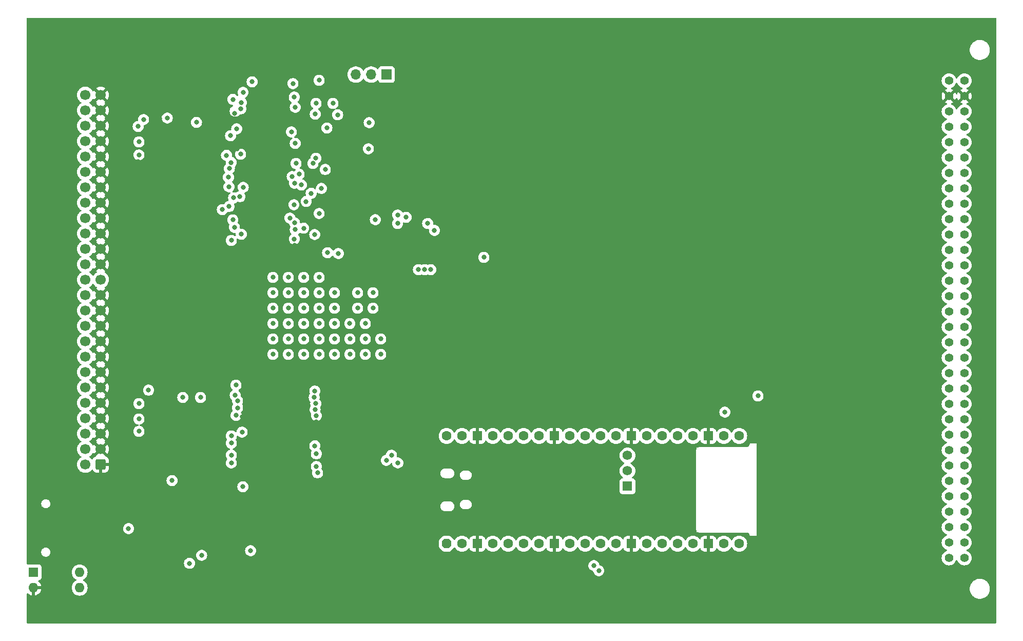
<source format=gbr>
%TF.GenerationSoftware,KiCad,Pcbnew,8.0.7*%
%TF.CreationDate,2024-12-24T20:08:54+01:00*%
%TF.ProjectId,Desktop_50_Pin_TopConn,4465736b-746f-4705-9f35-305f50696e5f,1.01*%
%TF.SameCoordinates,Original*%
%TF.FileFunction,Copper,L3,Inr*%
%TF.FilePolarity,Positive*%
%FSLAX46Y46*%
G04 Gerber Fmt 4.6, Leading zero omitted, Abs format (unit mm)*
G04 Created by KiCad (PCBNEW 8.0.7) date 2024-12-24 20:08:54*
%MOMM*%
%LPD*%
G01*
G04 APERTURE LIST*
G04 Aperture macros list*
%AMRoundRect*
0 Rectangle with rounded corners*
0 $1 Rounding radius*
0 $2 $3 $4 $5 $6 $7 $8 $9 X,Y pos of 4 corners*
0 Add a 4 corners polygon primitive as box body*
4,1,4,$2,$3,$4,$5,$6,$7,$8,$9,$2,$3,0*
0 Add four circle primitives for the rounded corners*
1,1,$1+$1,$2,$3*
1,1,$1+$1,$4,$5*
1,1,$1+$1,$6,$7*
1,1,$1+$1,$8,$9*
0 Add four rect primitives between the rounded corners*
20,1,$1+$1,$2,$3,$4,$5,0*
20,1,$1+$1,$4,$5,$6,$7,0*
20,1,$1+$1,$6,$7,$8,$9,0*
20,1,$1+$1,$8,$9,$2,$3,0*%
%AMFreePoly0*
4,1,26,0.335306,0.780194,0.389950,0.741421,0.741421,0.389950,0.788777,0.314585,0.800000,0.248529,0.800000,-0.248529,0.780194,-0.335306,0.741421,-0.389950,0.389950,-0.741421,0.314585,-0.788777,0.248529,-0.800000,0.000000,-0.800000,-0.248529,-0.800000,-0.335306,-0.780194,-0.389950,-0.741421,-0.741421,-0.389950,-0.788777,-0.314585,-0.800000,-0.248529,-0.800000,0.248529,-0.780194,0.335306,
-0.741421,0.389950,-0.389950,0.741421,-0.314585,0.788777,-0.248529,0.800000,0.248529,0.800000,0.335306,0.780194,0.335306,0.780194,$1*%
G04 Aperture macros list end*
%TA.AperFunction,ComponentPad*%
%ADD10RoundRect,0.250000X0.600000X0.600000X-0.600000X0.600000X-0.600000X-0.600000X0.600000X-0.600000X0*%
%TD*%
%TA.AperFunction,ComponentPad*%
%ADD11C,1.700000*%
%TD*%
%TA.AperFunction,ComponentPad*%
%ADD12C,1.422400*%
%TD*%
%TA.AperFunction,ComponentPad*%
%ADD13R,1.600000X1.600000*%
%TD*%
%TA.AperFunction,ComponentPad*%
%ADD14O,1.600000X1.600000*%
%TD*%
%TA.AperFunction,ComponentPad*%
%ADD15R,1.700000X1.700000*%
%TD*%
%TA.AperFunction,ComponentPad*%
%ADD16O,1.700000X1.700000*%
%TD*%
%TA.AperFunction,ComponentPad*%
%ADD17FreePoly0,90.000000*%
%TD*%
%TA.AperFunction,ComponentPad*%
%ADD18C,1.600000*%
%TD*%
%TA.AperFunction,ComponentPad*%
%ADD19RoundRect,0.200000X0.600000X-0.600000X0.600000X0.600000X-0.600000X0.600000X-0.600000X-0.600000X0*%
%TD*%
%TA.AperFunction,ComponentPad*%
%ADD20R,1.574800X1.574800*%
%TD*%
%TA.AperFunction,ComponentPad*%
%ADD21C,1.574800*%
%TD*%
%TA.AperFunction,ViaPad*%
%ADD22C,0.800000*%
%TD*%
G04 APERTURE END LIST*
D10*
%TO.N,GND*%
%TO.C,J2*%
X-7750000Y-69950000D03*
D11*
%TO.N,DB0*%
X-10290000Y-69950000D03*
%TO.N,GND*%
X-7750000Y-67410000D03*
%TO.N,DB1*%
X-10290000Y-67410000D03*
%TO.N,GND*%
X-7750000Y-64870000D03*
%TO.N,DB2*%
X-10290000Y-64870000D03*
%TO.N,GND*%
X-7750000Y-62330000D03*
%TO.N,DB3*%
X-10290000Y-62330000D03*
%TO.N,GND*%
X-7750000Y-59790000D03*
%TO.N,DB4*%
X-10290000Y-59790000D03*
%TO.N,GND*%
X-7750000Y-57250000D03*
%TO.N,DB5*%
X-10290000Y-57250000D03*
%TO.N,GND*%
X-7750000Y-54710000D03*
%TO.N,DB6*%
X-10290000Y-54710000D03*
%TO.N,GND*%
X-7750000Y-52170000D03*
%TO.N,DB7*%
X-10290000Y-52170000D03*
%TO.N,GND*%
X-7750000Y-49630000D03*
%TO.N,DBP*%
X-10290000Y-49630000D03*
%TO.N,GND*%
X-7750000Y-47090000D03*
%TO.N,unconnected-(J2-Pin_20-Pad20)*%
X-10290000Y-47090000D03*
%TO.N,GND*%
X-7750000Y-44550000D03*
%TO.N,unconnected-(J2-Pin_22-Pad22)*%
X-10290000Y-44550000D03*
%TO.N,GND*%
X-7750000Y-42010000D03*
%TO.N,unconnected-(J2-Pin_24-Pad24)*%
X-10290000Y-42010000D03*
%TO.N,unconnected-(J2-Pin_25-Pad25)*%
X-7750000Y-39470000D03*
%TO.N,+5V*%
X-10290000Y-39470000D03*
%TO.N,GND*%
X-7750000Y-36930000D03*
%TO.N,unconnected-(J2-Pin_28-Pad28)*%
X-10290000Y-36930000D03*
%TO.N,GND*%
X-7750000Y-34390000D03*
%TO.N,unconnected-(J2-Pin_30-Pad30)*%
X-10290000Y-34390000D03*
%TO.N,GND*%
X-7750000Y-31850000D03*
%TO.N,ATN*%
X-10290000Y-31850000D03*
%TO.N,GND*%
X-7750000Y-29310000D03*
%TO.N,unconnected-(J2-Pin_34-Pad34)*%
X-10290000Y-29310000D03*
%TO.N,GND*%
X-7750000Y-26770000D03*
%TO.N,BSY*%
X-10290000Y-26770000D03*
%TO.N,GND*%
X-7750000Y-24230000D03*
%TO.N,ACK*%
X-10290000Y-24230000D03*
%TO.N,GND*%
X-7750000Y-21690000D03*
%TO.N,RST*%
X-10290000Y-21690000D03*
%TO.N,GND*%
X-7750000Y-19150000D03*
%TO.N,MSG*%
X-10290000Y-19150000D03*
%TO.N,GND*%
X-7750000Y-16610000D03*
%TO.N,SEL*%
X-10290000Y-16610000D03*
%TO.N,GND*%
X-7750000Y-14070000D03*
%TO.N,CD*%
X-10290000Y-14070000D03*
%TO.N,GND*%
X-7750000Y-11530000D03*
%TO.N,REQ*%
X-10290000Y-11530000D03*
%TO.N,GND*%
X-7750000Y-8990000D03*
%TO.N,IO*%
X-10290000Y-8990000D03*
%TD*%
D12*
%TO.N,unconnected-(J1-Pin_a1-PadA1)*%
%TO.C,J1*%
X134710000Y-6630000D03*
%TO.N,GND*%
X134710000Y-9170000D03*
%TO.N,unconnected-(J1-Pin_a3-PadA3)*%
X134710000Y-11710000D03*
%TO.N,unconnected-(J1-Pin_a4-PadA4)*%
X134710000Y-14250000D03*
%TO.N,unconnected-(J1-Pin_a5-PadA5)*%
X134710000Y-16790000D03*
%TO.N,unconnected-(J1-Pin_a6-PadA6)*%
X134710000Y-19330000D03*
%TO.N,unconnected-(J1-Pin_a7-PadA7)*%
X134710000Y-21870000D03*
%TO.N,unconnected-(J1-Pin_a8-PadA8)*%
X134710000Y-24410000D03*
%TO.N,unconnected-(J1-Pin_a9-PadA9)*%
X134710000Y-26950000D03*
%TO.N,unconnected-(J1-Pin_a10-PadA10)*%
X134710000Y-29490000D03*
%TO.N,unconnected-(J1-Pin_a11-PadA11)*%
X134710000Y-32030000D03*
%TO.N,unconnected-(J1-Pin_a12-PadA12)*%
X134710000Y-34570000D03*
%TO.N,unconnected-(J1-Pin_a13-PadA13)*%
X134710000Y-37110000D03*
%TO.N,unconnected-(J1-Pin_a14-PadA14)*%
X134710000Y-39650000D03*
%TO.N,unconnected-(J1-Pin_a15-PadA15)*%
X134710000Y-42190000D03*
%TO.N,unconnected-(J1-Pin_a16-PadA16)*%
X134710000Y-44730000D03*
%TO.N,unconnected-(J1-Pin_a17-PadA17)*%
X134710000Y-47270000D03*
%TO.N,unconnected-(J1-Pin_a18-PadA18)*%
X134710000Y-49810000D03*
%TO.N,unconnected-(J1-Pin_a19-PadA19)*%
X134710000Y-52350000D03*
%TO.N,unconnected-(J1-Pin_a20-PadA20)*%
X134710000Y-54890000D03*
%TO.N,unconnected-(J1-Pin_a21-PadA21)*%
X134710000Y-57430000D03*
%TO.N,unconnected-(J1-Pin_a22-PadA22)*%
X134710000Y-59970000D03*
%TO.N,unconnected-(J1-Pin_a23-PadA23)*%
X134710000Y-62510000D03*
%TO.N,unconnected-(J1-Pin_a24-PadA24)*%
X134710000Y-65050000D03*
%TO.N,unconnected-(J1-Pin_a25-PadA25)*%
X134710000Y-67590000D03*
%TO.N,unconnected-(J1-Pin_a26-PadA26)*%
X134710000Y-70130000D03*
%TO.N,unconnected-(J1-Pin_a27-PadA27)*%
X134710000Y-72670000D03*
%TO.N,unconnected-(J1-Pin_a28-PadA28)*%
X134710000Y-75210000D03*
%TO.N,unconnected-(J1-Pin_a29-PadA29)*%
X134710000Y-77750000D03*
%TO.N,unconnected-(J1-Pin_a30-PadA30)*%
X134710000Y-80290000D03*
%TO.N,+5F*%
X134710000Y-82830000D03*
%TO.N,unconnected-(J1-Pin_a32-PadA32)*%
X134710000Y-85370000D03*
%TO.N,unconnected-(J1-Pin_b1-PadB1)*%
X132170000Y-6630000D03*
%TO.N,GND*%
X132170000Y-9170000D03*
%TO.N,unconnected-(J1-Pin_b3-PadB3)*%
X132170000Y-11710000D03*
%TO.N,unconnected-(J1-Pin_b4-PadB4)*%
X132170000Y-14250000D03*
%TO.N,unconnected-(J1-Pin_b5-PadB5)*%
X132170000Y-16790000D03*
%TO.N,unconnected-(J1-Pin_b6-PadB6)*%
X132170000Y-19330000D03*
%TO.N,unconnected-(J1-Pin_b7-PadB7)*%
X132170000Y-21870000D03*
%TO.N,unconnected-(J1-Pin_b8-PadB8)*%
X132170000Y-24410000D03*
%TO.N,unconnected-(J1-Pin_b9-PadB9)*%
X132170000Y-26950000D03*
%TO.N,unconnected-(J1-Pin_b10-PadB10)*%
X132170000Y-29490000D03*
%TO.N,unconnected-(J1-Pin_b11-PadB11)*%
X132170000Y-32030000D03*
%TO.N,unconnected-(J1-Pin_b12-PadB12)*%
X132170000Y-34570000D03*
%TO.N,unconnected-(J1-Pin_b13-PadB13)*%
X132170000Y-37110000D03*
%TO.N,unconnected-(J1-Pin_b14-PadB14)*%
X132170000Y-39650000D03*
%TO.N,unconnected-(J1-Pin_b15-PadB15)*%
X132170000Y-42190000D03*
%TO.N,unconnected-(J1-Pin_b16-PadB16)*%
X132170000Y-44730000D03*
%TO.N,unconnected-(J1-Pin_b17-PadB17)*%
X132170000Y-47270000D03*
%TO.N,unconnected-(J1-Pin_b18-PadB18)*%
X132170000Y-49810000D03*
%TO.N,unconnected-(J1-Pin_b19-PadB19)*%
X132170000Y-52350000D03*
%TO.N,unconnected-(J1-Pin_b20-PadB20)*%
X132170000Y-54890000D03*
%TO.N,unconnected-(J1-Pin_b21-PadB21)*%
X132170000Y-57430000D03*
%TO.N,unconnected-(J1-Pin_b22-PadB22)*%
X132170000Y-59970000D03*
%TO.N,unconnected-(J1-Pin_b23-PadB23)*%
X132170000Y-62510000D03*
%TO.N,unconnected-(J1-Pin_b24-PadB24)*%
X132170000Y-65050000D03*
%TO.N,unconnected-(J1-Pin_b25-PadB25)*%
X132170000Y-67590000D03*
%TO.N,unconnected-(J1-Pin_b26-PadB26)*%
X132170000Y-70130000D03*
%TO.N,unconnected-(J1-Pin_b27-PadB27)*%
X132170000Y-72670000D03*
%TO.N,unconnected-(J1-Pin_b28-PadB28)*%
X132170000Y-75210000D03*
%TO.N,unconnected-(J1-Pin_b29-PadB29)*%
X132170000Y-77750000D03*
%TO.N,unconnected-(J1-Pin_b30-PadB30)*%
X132170000Y-80290000D03*
%TO.N,+5F*%
X132170000Y-82830000D03*
%TO.N,unconnected-(J1-Pin_b32-PadB32)*%
X132170000Y-85370000D03*
%TD*%
D13*
%TO.N,ACKDr*%
%TO.C,J13*%
X-18851000Y-87731000D03*
D14*
%TO.N,GND*%
X-18851000Y-90271000D03*
%TO.N,TRM_ON_J*%
X-11231000Y-90271000D03*
%TO.N,ACK*%
X-11231000Y-87731000D03*
%TD*%
D15*
%TO.N,Net-(J10-Pin_1)*%
%TO.C,J10*%
X39395200Y-5618200D03*
D16*
%TO.N,oCD_iSEL*%
X36855200Y-5618200D03*
%TO.N,Net-(J10-Pin_3)*%
X34315200Y-5618200D03*
%TD*%
D17*
%TO.N,Net-(RP1-G0)*%
%TO.C,RP1*%
X49301200Y-83012000D03*
D18*
%TO.N,Net-(RP1-G1)*%
X51841200Y-83012000D03*
D19*
%TO.N,GND*%
X54381200Y-83012000D03*
D18*
%TO.N,Net-(RP1-G2)*%
X56921200Y-83012000D03*
%TO.N,Net-(RP1-G3)*%
X59461200Y-83012000D03*
%TO.N,Net-(RP1-G4)*%
X62001200Y-83012000D03*
%TO.N,Net-(RP1-G5)*%
X64541200Y-83012000D03*
D19*
%TO.N,GND*%
X67081200Y-83012000D03*
D18*
%TO.N,Net-(RP1-G6)*%
X69621200Y-83012000D03*
%TO.N,Net-(RP1-G7)*%
X72161200Y-83012000D03*
%TO.N,Net-(RP1-G8)*%
X74701200Y-83012000D03*
%TO.N,DBPTr*%
X77241200Y-83012000D03*
D19*
%TO.N,GND*%
X79781200Y-83012000D03*
D18*
%TO.N,SD_CLK*%
X82321200Y-83012000D03*
%TO.N,SD_CMD_MOSI*%
X84861200Y-83012000D03*
%TO.N,SD_D0_MISO*%
X87401200Y-83012000D03*
%TO.N,SD_D1*%
X89941200Y-83012000D03*
D19*
%TO.N,GND*%
X92481200Y-83012000D03*
D18*
%TO.N,SD_D2*%
X95021200Y-83012000D03*
%TO.N,SD_D3_CS*%
X97561200Y-83012000D03*
%TO.N,SDA*%
X97561200Y-65232000D03*
%TO.N,SCL*%
X95021200Y-65232000D03*
D19*
%TO.N,GND*%
X92481200Y-65232000D03*
D18*
%TO.N,oCD_iSEL*%
X89941200Y-65232000D03*
%TO.N,oREQ*%
X87401200Y-65232000D03*
%TO.N,oMSG_iBSY*%
X84861200Y-65232000D03*
%TO.N,oSEL*%
X82321200Y-65232000D03*
D19*
%TO.N,GND*%
X79781200Y-65232000D03*
D18*
%TO.N,oIO*%
X77241200Y-65232000D03*
%TO.N,unconnected-(RP1-RUN-Pad30)*%
X74701200Y-65232000D03*
%TO.N,oACK*%
X72161200Y-65232000D03*
%TO.N,oBSY*%
X69621200Y-65232000D03*
D19*
%TO.N,GND*%
X67081200Y-65232000D03*
D18*
%TO.N,Net-(RP1-G28)*%
X64541200Y-65232000D03*
%TO.N,unconnected-(RP1-ADC_VREF-Pad35)*%
X62001200Y-65232000D03*
%TO.N,+3V3*%
X59461200Y-65232000D03*
%TO.N,unconnected-(RP1-3v3_EN-Pad37)*%
X56921200Y-65232000D03*
D19*
%TO.N,GND*%
X54381200Y-65232000D03*
D18*
%TO.N,unconnected-(RP1-VSYS-Pad39)_1*%
X51841200Y-65232000D03*
%TO.N,+5F*%
X49301200Y-65232000D03*
D20*
%TO.N,N/C*%
X79131200Y-73537800D03*
D21*
X79131200Y-70997800D03*
X79131200Y-68457800D03*
%TD*%
D22*
%TO.N,GND*%
X44170400Y-71582000D03*
X20777000Y-29291000D03*
X15316000Y-20388000D03*
X-1448000Y-69931000D03*
X127457000Y-79583000D03*
X2235000Y-58628000D03*
X24333000Y-66121000D03*
X15652009Y-27683000D03*
X-1702000Y-57485000D03*
X43510000Y-47960000D03*
X92278000Y-58247000D03*
X-1346400Y-52430400D03*
X20396000Y-18750000D03*
X30454400Y-77373200D03*
X39039600Y-55173600D03*
X90119000Y-50754000D03*
X46050000Y-42930800D03*
X33045200Y-25760400D03*
X130124000Y-80726000D03*
X50876000Y-57993000D03*
X3530400Y-14432000D03*
X43510000Y-45420000D03*
X97684751Y-51969745D03*
X30175000Y-16591000D03*
X38049000Y-8717000D03*
X20650000Y-22446000D03*
X2870000Y-67518000D03*
X28066800Y-36072800D03*
X-1346400Y-24134800D03*
X-1448000Y-22052000D03*
X21031000Y-7103600D03*
X19888000Y-10723600D03*
X25222000Y-15575000D03*
X37160000Y-25735000D03*
X17652800Y-36276000D03*
X61289994Y-57916797D03*
X43154400Y-66502000D03*
X-1575000Y-72598000D03*
X33045200Y-81996000D03*
X31572000Y-4399000D03*
X35382000Y-72852000D03*
X32461000Y-36149000D03*
X15557506Y-34634788D03*
X15597804Y-12836795D03*
X1991792Y-12908000D03*
X35509000Y-8717000D03*
X18922800Y-55021200D03*
X15592227Y-62105153D03*
X12903000Y-72090000D03*
X24263522Y-33792867D03*
X43510000Y-49230000D03*
X-1295600Y-54767200D03*
X20904000Y-15067000D03*
X-1575000Y-20020000D03*
X-1143200Y-49636400D03*
X-1397200Y-26725600D03*
X76000Y-66883000D03*
X18237000Y-29037000D03*
X32842000Y-10876000D03*
X49225000Y-56977000D03*
X19684800Y-25912800D03*
X25603000Y-7701000D03*
X20142000Y-64597000D03*
X14775200Y-17849978D03*
X43256000Y-41483000D03*
X27762000Y-62946000D03*
X21920000Y-4653000D03*
X47828000Y-41737000D03*
X13411000Y-62946000D03*
X-3861000Y-82758000D03*
X35636000Y-19639000D03*
X-1397200Y-29468800D03*
X20142000Y-73741000D03*
X30810000Y-22433000D03*
X15697000Y-71328000D03*
X44145000Y-39705000D03*
X19888000Y-12552400D03*
X30556000Y-19131000D03*
X-1575000Y-4780000D03*
%TO.N,+2V8*%
X23444000Y-29291000D03*
X37160000Y-44150000D03*
X28270000Y-49230000D03*
X24216139Y-23533000D03*
X-1448000Y-64470000D03*
X34620000Y-44150000D03*
X3225600Y-12780996D03*
X23698000Y-15080000D03*
X28270000Y-41610000D03*
X15697000Y-73614000D03*
X38430000Y-49230000D03*
X33329601Y-46680956D03*
X-686003Y-13035003D03*
X20650000Y-41610000D03*
X28270000Y-44150000D03*
X27726293Y-19429309D03*
X23190000Y-51770000D03*
X-1448000Y-59898000D03*
X-1448000Y-18877000D03*
X-1448000Y-62438000D03*
X23825000Y-22446000D03*
X20650000Y-49230000D03*
X30810000Y-51770000D03*
X20650000Y-44150000D03*
X30810000Y-41610000D03*
X30810000Y-49230000D03*
X34620000Y-41610000D03*
X38430000Y-51770000D03*
X25730000Y-51770000D03*
X35890000Y-46690000D03*
X35890000Y-49230000D03*
X5791000Y-58882000D03*
X25730000Y-46690000D03*
X23190000Y-46690000D03*
X131999Y-57683001D03*
X35890000Y-51770000D03*
X25730000Y-44150000D03*
X8036992Y-13502992D03*
X25730000Y-49230000D03*
X28270000Y-39070000D03*
X30810000Y-46690000D03*
X23190000Y-49230000D03*
X23190000Y-39070000D03*
X23952000Y-7103600D03*
X30810000Y-44150000D03*
X25730000Y-41610000D03*
X20650000Y-51770000D03*
X33350000Y-51770000D03*
X28654050Y-24410989D03*
X25730000Y-39070000D03*
X8712000Y-58882000D03*
X28270000Y-46690000D03*
X-1575000Y-14178000D03*
X37160000Y-41610000D03*
X-1448000Y-16718000D03*
X15570000Y-64597000D03*
X23190000Y-41610000D03*
X20650000Y-39070000D03*
X28270000Y-51770000D03*
X20650000Y-46690000D03*
X33350000Y-49230000D03*
X23190000Y-44150000D03*
%TO.N,oIO*%
X30556000Y-10368000D03*
X15728909Y-8564000D03*
X27762000Y-10368000D03*
%TO.N,oREQ*%
X27634999Y-12145998D03*
X15349096Y-11286795D03*
X31331000Y-12260000D03*
%TO.N,oSEL*%
X36398000Y-17861000D03*
%TO.N,oBSY*%
X17221000Y-6812000D03*
X28270000Y-6558000D03*
X47296508Y-31346492D03*
X26124000Y-26557413D03*
X26958733Y-25202136D03*
X15443000Y-10241000D03*
X29553000Y-14432000D03*
X29286000Y-21277000D03*
%TO.N,oCD_iSEL*%
X36525000Y-13543000D03*
%TO.N,ATN*%
X13418445Y-27370537D03*
X24116139Y-27088570D03*
%TO.N,BSY*%
X14030654Y-29597564D03*
X13769375Y-20134730D03*
X13792000Y-32974000D03*
X12305019Y-27895002D03*
%TO.N,DBP*%
X14554000Y-56850000D03*
%TO.N,ACK*%
X14300000Y-30815000D03*
X8897181Y-84930000D03*
X13398000Y-24130223D03*
%TO.N,RST*%
X15209104Y-25759974D03*
X24968000Y-22052000D03*
X13304975Y-22560000D03*
%TO.N,MSG*%
X13471975Y-21102025D03*
%TO.N,SEL*%
X12994375Y-18940499D03*
X24460000Y-20274000D03*
%TO.N,CD*%
X13658400Y-15708600D03*
%TO.N,REQ*%
X14350800Y-12044400D03*
%TO.N,IO*%
X14046000Y-9718000D03*
%TO.N,DB7*%
X14427000Y-58501000D03*
%TO.N,DB6*%
X14808000Y-59424003D03*
%TO.N,DB5*%
X14808000Y-60600000D03*
%TO.N,DB4*%
X14576690Y-61838339D03*
%TO.N,DB3*%
X13792000Y-65232000D03*
%TO.N,DB2*%
X13792000Y-66423400D03*
%TO.N,DB1*%
X13792000Y-68401800D03*
%TO.N,DB0*%
X13792000Y-69700000D03*
%TO.N,+3V3*%
X-3162500Y-80535500D03*
X95199000Y-61295000D03*
X100660000Y-58628000D03*
%TO.N,oMSG_iBSY*%
X55448000Y-35768000D03*
X24205994Y-30053000D03*
X15748000Y-24211000D03*
X29667000Y-35006000D03*
X31445000Y-35133000D03*
%TO.N,+5F*%
X46685000Y-37800000D03*
X44653000Y-37800000D03*
X45669000Y-37800000D03*
%TO.N,DBPTr*%
X39355241Y-69259759D03*
%TO.N,SD_D2*%
X73583600Y-86618800D03*
%TO.N,SD_D3_CS*%
X74396400Y-87475600D03*
%TO.N,iRST*%
X14167945Y-25949761D03*
X27254000Y-20274000D03*
%TO.N,iACK*%
X15439000Y-31958000D03*
X27541508Y-32004508D03*
%TO.N,iSEL*%
X14681000Y-14559000D03*
X15316000Y-18750000D03*
%TO.N,TRM_ON_J*%
X4013001Y-72597998D03*
X6884142Y-86247560D03*
%TO.N,Net-(R56-Pad1)*%
X28270000Y-28542000D03*
X40208000Y-68407000D03*
%TO.N,oACK*%
X41211000Y-30180000D03*
X46177000Y-30180000D03*
X25716121Y-30955000D03*
%TO.N,Net-(RP1-G8)*%
X27558800Y-57815200D03*
%TO.N,Net-(RP1-G7)*%
X27457200Y-58882000D03*
%TO.N,Net-(RP1-G6)*%
X27711200Y-59898000D03*
%TO.N,Net-(RP1-G5)*%
X27609600Y-60863200D03*
%TO.N,Net-(RP1-G4)*%
X27820244Y-61897615D03*
%TO.N,Net-(RP1-G3)*%
X27558800Y-66857600D03*
%TO.N,!oBSY*%
X25349000Y-23830000D03*
X24176000Y-9339000D03*
X24333000Y-11003000D03*
X37541000Y-29545000D03*
X24333000Y-16972000D03*
X24333000Y-31196000D03*
%TO.N,Net-(RP1-G2)*%
X27812800Y-68178400D03*
%TO.N,Net-(RP1-G1)*%
X27812800Y-70261200D03*
%TO.N,Net-(RP1-G0)*%
X28016000Y-71315000D03*
%TO.N,Net-(RP1-G28)*%
X42621000Y-29164000D03*
%TO.N,ACKDr*%
X24182436Y-32746000D03*
X16967000Y-84155000D03*
%TO.N,Net-(R30-Pad1)*%
X41224000Y-28783000D03*
X41247492Y-69700492D03*
%TD*%
%TA.AperFunction,Conductor*%
%TO.N,GND*%
G36*
X134283958Y-9346473D02*
G01*
X134344149Y-9450727D01*
X134429273Y-9535851D01*
X134533527Y-9596042D01*
X134615535Y-9618016D01*
X134048285Y-10185265D01*
X134102087Y-10222937D01*
X134294161Y-10312502D01*
X134294166Y-10312505D01*
X134306555Y-10315824D01*
X134366216Y-10352187D01*
X134396747Y-10415033D01*
X134388455Y-10484409D01*
X134343971Y-10538288D01*
X134306561Y-10555374D01*
X134291256Y-10559475D01*
X134291246Y-10559478D01*
X134291245Y-10559479D01*
X134291243Y-10559480D01*
X134097820Y-10649674D01*
X134097816Y-10649676D01*
X133923001Y-10772083D01*
X133922995Y-10772088D01*
X133772088Y-10922995D01*
X133772083Y-10923001D01*
X133649676Y-11097816D01*
X133649674Y-11097820D01*
X133559480Y-11291243D01*
X133557625Y-11296339D01*
X133556292Y-11295854D01*
X133523405Y-11349804D01*
X133460556Y-11380329D01*
X133391181Y-11372031D01*
X133337306Y-11327542D01*
X133322958Y-11296126D01*
X133322375Y-11296339D01*
X133320524Y-11291258D01*
X133320521Y-11291245D01*
X133230326Y-11097821D01*
X133230324Y-11097818D01*
X133230323Y-11097816D01*
X133107916Y-10923001D01*
X133107911Y-10922995D01*
X132957003Y-10772087D01*
X132910534Y-10739549D01*
X132782180Y-10649674D01*
X132774698Y-10646185D01*
X132588761Y-10559481D01*
X132588741Y-10559474D01*
X132573439Y-10555374D01*
X132513779Y-10519009D01*
X132483251Y-10456162D01*
X132491546Y-10386786D01*
X132536032Y-10332909D01*
X132573446Y-10315824D01*
X132585828Y-10312506D01*
X132585838Y-10312502D01*
X132777913Y-10222937D01*
X132777917Y-10222935D01*
X132831713Y-10185266D01*
X132264464Y-9618016D01*
X132346473Y-9596042D01*
X132450727Y-9535851D01*
X132535851Y-9450727D01*
X132596042Y-9346473D01*
X132618016Y-9264463D01*
X133185266Y-9831713D01*
X133222935Y-9777917D01*
X133222937Y-9777913D01*
X133312502Y-9585838D01*
X133312507Y-9585827D01*
X133320225Y-9557023D01*
X133356589Y-9497362D01*
X133419436Y-9466832D01*
X133488812Y-9475126D01*
X133542690Y-9519611D01*
X133559775Y-9557023D01*
X133567492Y-9585827D01*
X133567497Y-9585838D01*
X133657062Y-9777912D01*
X133657063Y-9777914D01*
X133694733Y-9831712D01*
X133694733Y-9831713D01*
X134261983Y-9264463D01*
X134283958Y-9346473D01*
G37*
%TD.AperFunction*%
%TA.AperFunction,Conductor*%
G36*
X133488812Y-6967965D02*
G01*
X133542690Y-7012451D01*
X133557040Y-7043873D01*
X133557625Y-7043661D01*
X133559481Y-7048761D01*
X133581016Y-7094942D01*
X133649674Y-7242180D01*
X133772087Y-7417003D01*
X133922997Y-7567913D01*
X134097820Y-7690326D01*
X134154101Y-7716570D01*
X134291238Y-7780518D01*
X134291240Y-7780519D01*
X134291245Y-7780521D01*
X134306557Y-7784624D01*
X134366217Y-7820987D01*
X134396748Y-7883833D01*
X134388454Y-7953209D01*
X134343970Y-8007088D01*
X134306561Y-8024173D01*
X134294173Y-8027492D01*
X134294161Y-8027497D01*
X134102088Y-8117062D01*
X134048286Y-8154733D01*
X134615536Y-8721983D01*
X134533527Y-8743958D01*
X134429273Y-8804149D01*
X134344149Y-8889273D01*
X134283958Y-8993527D01*
X134261983Y-9075536D01*
X133694733Y-8508286D01*
X133657062Y-8562088D01*
X133567497Y-8754161D01*
X133567493Y-8754170D01*
X133559775Y-8782977D01*
X133523410Y-8842638D01*
X133460563Y-8873167D01*
X133391188Y-8864872D01*
X133337310Y-8820387D01*
X133320225Y-8782977D01*
X133312506Y-8754170D01*
X133312502Y-8754161D01*
X133222934Y-8562083D01*
X133185266Y-8508286D01*
X133185265Y-8508285D01*
X132618016Y-9075535D01*
X132596042Y-8993527D01*
X132535851Y-8889273D01*
X132450727Y-8804149D01*
X132346473Y-8743958D01*
X132264463Y-8721983D01*
X132831713Y-8154733D01*
X132777914Y-8117063D01*
X132777912Y-8117062D01*
X132585838Y-8027497D01*
X132585831Y-8027494D01*
X132573440Y-8024174D01*
X132513779Y-7987808D01*
X132483251Y-7924961D01*
X132491546Y-7855586D01*
X132536032Y-7801708D01*
X132573443Y-7784623D01*
X132588755Y-7780521D01*
X132782180Y-7690326D01*
X132957003Y-7567913D01*
X133107913Y-7417003D01*
X133230326Y-7242180D01*
X133320521Y-7048755D01*
X133320523Y-7048746D01*
X133322375Y-7043661D01*
X133323708Y-7044146D01*
X133356590Y-6990200D01*
X133419436Y-6959671D01*
X133488812Y-6967965D01*
G37*
%TD.AperFunction*%
%TA.AperFunction,Conductor*%
G36*
X-8215925Y-67602993D02*
G01*
X-8150099Y-67717007D01*
X-8057007Y-67810099D01*
X-7942993Y-67875925D01*
X-7879409Y-67892962D01*
X-8515606Y-68529158D01*
X-8526167Y-68581706D01*
X-8574783Y-68631888D01*
X-8596922Y-68641716D01*
X-8669114Y-68665638D01*
X-8669125Y-68665643D01*
X-8818346Y-68757684D01*
X-8942316Y-68881654D01*
X-9034357Y-69030875D01*
X-9034361Y-69030885D01*
X-9035665Y-69034821D01*
X-9037290Y-69037167D01*
X-9037408Y-69037421D01*
X-9037452Y-69037400D01*
X-9075440Y-69092264D01*
X-9139957Y-69119085D01*
X-9208732Y-69106767D01*
X-9244598Y-69079796D01*
X-9274611Y-69047194D01*
X-9366760Y-68947094D01*
X-9366763Y-68947092D01*
X-9366762Y-68947092D01*
X-9515019Y-68831698D01*
X-9544424Y-68808811D01*
X-9580930Y-68789055D01*
X-9630521Y-68739836D01*
X-9645629Y-68671619D01*
X-9621459Y-68606064D01*
X-9580930Y-68570945D01*
X-9580916Y-68570936D01*
X-9544424Y-68551189D01*
X-9366760Y-68412906D01*
X-9267386Y-68304957D01*
X-9214285Y-68247276D01*
X-9214285Y-68247275D01*
X-9214278Y-68247268D01*
X-9120251Y-68103347D01*
X-9067106Y-68057994D01*
X-8997875Y-68048570D01*
X-8934539Y-68078072D01*
X-8914870Y-68100048D01*
X-8864928Y-68171372D01*
X-8864927Y-68171372D01*
X-8232963Y-67539408D01*
X-8215925Y-67602993D01*
G37*
%TD.AperFunction*%
%TA.AperFunction,Conductor*%
G36*
X-8215925Y-65062993D02*
G01*
X-8150099Y-65177007D01*
X-8057007Y-65270099D01*
X-7942993Y-65335925D01*
X-7879409Y-65352962D01*
X-8511374Y-65984926D01*
X-8434969Y-66038426D01*
X-8391344Y-66093003D01*
X-8384152Y-66162501D01*
X-8415674Y-66224856D01*
X-8434970Y-66241575D01*
X-8511373Y-66295072D01*
X-8511374Y-66295073D01*
X-7879409Y-66927037D01*
X-7942993Y-66944075D01*
X-8057007Y-67009901D01*
X-8150099Y-67102993D01*
X-8215925Y-67217007D01*
X-8232963Y-67280590D01*
X-8864927Y-66648626D01*
X-8864927Y-66648627D01*
X-8914868Y-66719951D01*
X-8969444Y-66763576D01*
X-9038943Y-66770770D01*
X-9101298Y-66739247D01*
X-9120251Y-66716650D01*
X-9214277Y-66572734D01*
X-9214285Y-66572723D01*
X-9366757Y-66407097D01*
X-9366762Y-66407092D01*
X-9544423Y-66268812D01*
X-9544422Y-66268812D01*
X-9544424Y-66268811D01*
X-9580930Y-66249055D01*
X-9630521Y-66199836D01*
X-9645629Y-66131619D01*
X-9621459Y-66066064D01*
X-9580930Y-66030945D01*
X-9580916Y-66030936D01*
X-9544424Y-66011189D01*
X-9366760Y-65872906D01*
X-9267386Y-65764957D01*
X-9214285Y-65707276D01*
X-9214285Y-65707275D01*
X-9214278Y-65707268D01*
X-9120251Y-65563347D01*
X-9067106Y-65517994D01*
X-8997875Y-65508570D01*
X-8934539Y-65538072D01*
X-8914870Y-65560048D01*
X-8864928Y-65631372D01*
X-8864927Y-65631372D01*
X-8232963Y-64999408D01*
X-8215925Y-65062993D01*
G37*
%TD.AperFunction*%
%TA.AperFunction,Conductor*%
G36*
X-8215925Y-62522993D02*
G01*
X-8150099Y-62637007D01*
X-8057007Y-62730099D01*
X-7942993Y-62795925D01*
X-7879409Y-62812962D01*
X-8511374Y-63444926D01*
X-8434969Y-63498426D01*
X-8391344Y-63553003D01*
X-8384152Y-63622501D01*
X-8415674Y-63684856D01*
X-8434970Y-63701575D01*
X-8511373Y-63755072D01*
X-8511374Y-63755073D01*
X-7879409Y-64387037D01*
X-7942993Y-64404075D01*
X-8057007Y-64469901D01*
X-8150099Y-64562993D01*
X-8215925Y-64677007D01*
X-8232963Y-64740590D01*
X-8864927Y-64108626D01*
X-8864927Y-64108627D01*
X-8914868Y-64179951D01*
X-8969444Y-64223576D01*
X-9038943Y-64230770D01*
X-9101298Y-64199247D01*
X-9120251Y-64176650D01*
X-9214277Y-64032734D01*
X-9214285Y-64032723D01*
X-9366757Y-63867097D01*
X-9366762Y-63867092D01*
X-9544423Y-63728812D01*
X-9544422Y-63728812D01*
X-9544424Y-63728811D01*
X-9580930Y-63709055D01*
X-9630521Y-63659836D01*
X-9645629Y-63591619D01*
X-9621459Y-63526064D01*
X-9580930Y-63490945D01*
X-9580916Y-63490936D01*
X-9544424Y-63471189D01*
X-9366760Y-63332906D01*
X-9214278Y-63167268D01*
X-9120251Y-63023347D01*
X-9067106Y-62977994D01*
X-8997875Y-62968570D01*
X-8934539Y-62998072D01*
X-8914870Y-63020048D01*
X-8864928Y-63091372D01*
X-8864927Y-63091372D01*
X-8232963Y-62459408D01*
X-8215925Y-62522993D01*
G37*
%TD.AperFunction*%
%TA.AperFunction,Conductor*%
G36*
X-8215925Y-59982993D02*
G01*
X-8150099Y-60097007D01*
X-8057007Y-60190099D01*
X-7942993Y-60255925D01*
X-7879409Y-60272962D01*
X-8511374Y-60904926D01*
X-8434969Y-60958426D01*
X-8391344Y-61013003D01*
X-8384152Y-61082501D01*
X-8415674Y-61144856D01*
X-8434970Y-61161575D01*
X-8511373Y-61215072D01*
X-8511374Y-61215073D01*
X-7879409Y-61847037D01*
X-7942993Y-61864075D01*
X-8057007Y-61929901D01*
X-8150099Y-62022993D01*
X-8215925Y-62137007D01*
X-8232963Y-62200590D01*
X-8864927Y-61568626D01*
X-8864927Y-61568627D01*
X-8914868Y-61639951D01*
X-8969444Y-61683576D01*
X-9038943Y-61690770D01*
X-9101298Y-61659247D01*
X-9120251Y-61636650D01*
X-9190256Y-61529500D01*
X-9214278Y-61492732D01*
X-9214281Y-61492729D01*
X-9214285Y-61492723D01*
X-9366757Y-61327097D01*
X-9366762Y-61327092D01*
X-9544423Y-61188812D01*
X-9544422Y-61188812D01*
X-9544424Y-61188811D01*
X-9580930Y-61169055D01*
X-9630521Y-61119836D01*
X-9645629Y-61051619D01*
X-9621459Y-60986064D01*
X-9580930Y-60950945D01*
X-9580916Y-60950936D01*
X-9544424Y-60931189D01*
X-9366760Y-60792906D01*
X-9214278Y-60627268D01*
X-9120251Y-60483347D01*
X-9067106Y-60437994D01*
X-8997875Y-60428570D01*
X-8934539Y-60458072D01*
X-8914870Y-60480048D01*
X-8864928Y-60551372D01*
X-8864927Y-60551372D01*
X-8232963Y-59919408D01*
X-8215925Y-59982993D01*
G37*
%TD.AperFunction*%
%TA.AperFunction,Conductor*%
G36*
X-8215925Y-57442993D02*
G01*
X-8150099Y-57557007D01*
X-8057007Y-57650099D01*
X-7942993Y-57715925D01*
X-7879409Y-57732962D01*
X-8511374Y-58364926D01*
X-8434969Y-58418426D01*
X-8391344Y-58473003D01*
X-8384152Y-58542501D01*
X-8415674Y-58604856D01*
X-8434970Y-58621575D01*
X-8511373Y-58675072D01*
X-8511374Y-58675073D01*
X-7879409Y-59307037D01*
X-7942993Y-59324075D01*
X-8057007Y-59389901D01*
X-8150099Y-59482993D01*
X-8215925Y-59597007D01*
X-8232963Y-59660590D01*
X-8864927Y-59028626D01*
X-8864927Y-59028627D01*
X-8914868Y-59099951D01*
X-8969444Y-59143576D01*
X-9038943Y-59150770D01*
X-9101298Y-59119247D01*
X-9120251Y-59096650D01*
X-9214277Y-58952734D01*
X-9214285Y-58952723D01*
X-9366757Y-58787097D01*
X-9366762Y-58787092D01*
X-9544423Y-58648812D01*
X-9544422Y-58648812D01*
X-9544424Y-58648811D01*
X-9580930Y-58629055D01*
X-9630521Y-58579836D01*
X-9645629Y-58511619D01*
X-9621459Y-58446064D01*
X-9580930Y-58410945D01*
X-9580916Y-58410936D01*
X-9544424Y-58391189D01*
X-9366760Y-58252906D01*
X-9214278Y-58087268D01*
X-9120251Y-57943347D01*
X-9067106Y-57897994D01*
X-8997875Y-57888570D01*
X-8934539Y-57918072D01*
X-8914870Y-57940048D01*
X-8864928Y-58011372D01*
X-8864927Y-58011372D01*
X-8232963Y-57379408D01*
X-8215925Y-57442993D01*
G37*
%TD.AperFunction*%
%TA.AperFunction,Conductor*%
G36*
X-8215925Y-54902993D02*
G01*
X-8150099Y-55017007D01*
X-8057007Y-55110099D01*
X-7942993Y-55175925D01*
X-7879409Y-55192962D01*
X-8511374Y-55824926D01*
X-8434969Y-55878426D01*
X-8391344Y-55933003D01*
X-8384152Y-56002501D01*
X-8415674Y-56064856D01*
X-8434970Y-56081575D01*
X-8511373Y-56135072D01*
X-8511374Y-56135073D01*
X-7879409Y-56767037D01*
X-7942993Y-56784075D01*
X-8057007Y-56849901D01*
X-8150099Y-56942993D01*
X-8215925Y-57057007D01*
X-8232963Y-57120590D01*
X-8864927Y-56488626D01*
X-8864927Y-56488627D01*
X-8914868Y-56559951D01*
X-8969444Y-56603576D01*
X-9038943Y-56610770D01*
X-9101298Y-56579247D01*
X-9120251Y-56556650D01*
X-9214277Y-56412734D01*
X-9214285Y-56412723D01*
X-9366757Y-56247097D01*
X-9366762Y-56247092D01*
X-9544423Y-56108812D01*
X-9544422Y-56108812D01*
X-9544424Y-56108811D01*
X-9580930Y-56089055D01*
X-9630521Y-56039836D01*
X-9645629Y-55971619D01*
X-9621459Y-55906064D01*
X-9580930Y-55870945D01*
X-9580916Y-55870936D01*
X-9544424Y-55851189D01*
X-9366760Y-55712906D01*
X-9214278Y-55547268D01*
X-9120251Y-55403347D01*
X-9067106Y-55357994D01*
X-8997875Y-55348570D01*
X-8934539Y-55378072D01*
X-8914870Y-55400048D01*
X-8864928Y-55471372D01*
X-8864927Y-55471372D01*
X-8232963Y-54839408D01*
X-8215925Y-54902993D01*
G37*
%TD.AperFunction*%
%TA.AperFunction,Conductor*%
G36*
X-8215925Y-52362993D02*
G01*
X-8150099Y-52477007D01*
X-8057007Y-52570099D01*
X-7942993Y-52635925D01*
X-7879409Y-52652962D01*
X-8511374Y-53284926D01*
X-8434969Y-53338426D01*
X-8391344Y-53393003D01*
X-8384152Y-53462501D01*
X-8415674Y-53524856D01*
X-8434970Y-53541575D01*
X-8511373Y-53595072D01*
X-8511374Y-53595073D01*
X-7879409Y-54227037D01*
X-7942993Y-54244075D01*
X-8057007Y-54309901D01*
X-8150099Y-54402993D01*
X-8215925Y-54517007D01*
X-8232963Y-54580590D01*
X-8864927Y-53948626D01*
X-8864927Y-53948627D01*
X-8914868Y-54019951D01*
X-8969444Y-54063576D01*
X-9038943Y-54070770D01*
X-9101298Y-54039247D01*
X-9120251Y-54016650D01*
X-9214277Y-53872734D01*
X-9214285Y-53872723D01*
X-9366757Y-53707097D01*
X-9366762Y-53707092D01*
X-9544423Y-53568812D01*
X-9544422Y-53568812D01*
X-9544424Y-53568811D01*
X-9580930Y-53549055D01*
X-9630521Y-53499836D01*
X-9645629Y-53431619D01*
X-9621459Y-53366064D01*
X-9580930Y-53330945D01*
X-9580916Y-53330936D01*
X-9544424Y-53311189D01*
X-9366760Y-53172906D01*
X-9214278Y-53007268D01*
X-9120251Y-52863347D01*
X-9067106Y-52817994D01*
X-8997875Y-52808570D01*
X-8934539Y-52838072D01*
X-8914870Y-52860048D01*
X-8864928Y-52931372D01*
X-8864927Y-52931372D01*
X-8232963Y-52299408D01*
X-8215925Y-52362993D01*
G37*
%TD.AperFunction*%
%TA.AperFunction,Conductor*%
G36*
X-8215925Y-49822993D02*
G01*
X-8150099Y-49937007D01*
X-8057007Y-50030099D01*
X-7942993Y-50095925D01*
X-7879409Y-50112962D01*
X-8511374Y-50744926D01*
X-8434969Y-50798426D01*
X-8391344Y-50853003D01*
X-8384152Y-50922501D01*
X-8415674Y-50984856D01*
X-8434970Y-51001575D01*
X-8511373Y-51055072D01*
X-8511374Y-51055073D01*
X-7879409Y-51687037D01*
X-7942993Y-51704075D01*
X-8057007Y-51769901D01*
X-8150099Y-51862993D01*
X-8215925Y-51977007D01*
X-8232963Y-52040590D01*
X-8864927Y-51408626D01*
X-8864927Y-51408627D01*
X-8914868Y-51479951D01*
X-8969444Y-51523576D01*
X-9038943Y-51530770D01*
X-9101298Y-51499247D01*
X-9120251Y-51476650D01*
X-9214277Y-51332734D01*
X-9214285Y-51332723D01*
X-9366757Y-51167097D01*
X-9366762Y-51167092D01*
X-9544423Y-51028812D01*
X-9544422Y-51028812D01*
X-9544424Y-51028811D01*
X-9580930Y-51009055D01*
X-9630521Y-50959836D01*
X-9645629Y-50891619D01*
X-9621459Y-50826064D01*
X-9580930Y-50790945D01*
X-9580916Y-50790936D01*
X-9544424Y-50771189D01*
X-9366760Y-50632906D01*
X-9214278Y-50467268D01*
X-9120251Y-50323347D01*
X-9067106Y-50277994D01*
X-8997875Y-50268570D01*
X-8934539Y-50298072D01*
X-8914870Y-50320048D01*
X-8864928Y-50391372D01*
X-8864927Y-50391372D01*
X-8232963Y-49759408D01*
X-8215925Y-49822993D01*
G37*
%TD.AperFunction*%
%TA.AperFunction,Conductor*%
G36*
X-8215925Y-47282993D02*
G01*
X-8150099Y-47397007D01*
X-8057007Y-47490099D01*
X-7942993Y-47555925D01*
X-7879409Y-47572962D01*
X-8511374Y-48204926D01*
X-8434969Y-48258426D01*
X-8391344Y-48313003D01*
X-8384152Y-48382501D01*
X-8415674Y-48444856D01*
X-8434970Y-48461575D01*
X-8511373Y-48515072D01*
X-8511374Y-48515073D01*
X-7879409Y-49147037D01*
X-7942993Y-49164075D01*
X-8057007Y-49229901D01*
X-8150099Y-49322993D01*
X-8215925Y-49437007D01*
X-8232963Y-49500590D01*
X-8864927Y-48868626D01*
X-8864927Y-48868627D01*
X-8914868Y-48939951D01*
X-8969444Y-48983576D01*
X-9038943Y-48990770D01*
X-9101298Y-48959247D01*
X-9120251Y-48936650D01*
X-9214277Y-48792734D01*
X-9214285Y-48792723D01*
X-9366757Y-48627097D01*
X-9366762Y-48627092D01*
X-9544423Y-48488812D01*
X-9544422Y-48488812D01*
X-9544424Y-48488811D01*
X-9580930Y-48469055D01*
X-9630521Y-48419836D01*
X-9645629Y-48351619D01*
X-9621459Y-48286064D01*
X-9580930Y-48250945D01*
X-9580916Y-48250936D01*
X-9544424Y-48231189D01*
X-9366760Y-48092906D01*
X-9214278Y-47927268D01*
X-9120251Y-47783347D01*
X-9067106Y-47737994D01*
X-8997875Y-47728570D01*
X-8934539Y-47758072D01*
X-8914870Y-47780048D01*
X-8864928Y-47851372D01*
X-8864927Y-47851372D01*
X-8232963Y-47219408D01*
X-8215925Y-47282993D01*
G37*
%TD.AperFunction*%
%TA.AperFunction,Conductor*%
G36*
X-8215925Y-44742993D02*
G01*
X-8150099Y-44857007D01*
X-8057007Y-44950099D01*
X-7942993Y-45015925D01*
X-7879409Y-45032962D01*
X-8511374Y-45664926D01*
X-8434969Y-45718426D01*
X-8391344Y-45773003D01*
X-8384152Y-45842501D01*
X-8415674Y-45904856D01*
X-8434970Y-45921575D01*
X-8511373Y-45975072D01*
X-8511374Y-45975073D01*
X-7879409Y-46607037D01*
X-7942993Y-46624075D01*
X-8057007Y-46689901D01*
X-8150099Y-46782993D01*
X-8215925Y-46897007D01*
X-8232963Y-46960590D01*
X-8864927Y-46328626D01*
X-8864927Y-46328627D01*
X-8914868Y-46399951D01*
X-8969444Y-46443576D01*
X-9038943Y-46450770D01*
X-9101298Y-46419247D01*
X-9120251Y-46396650D01*
X-9214277Y-46252734D01*
X-9214285Y-46252723D01*
X-9366757Y-46087097D01*
X-9366762Y-46087092D01*
X-9544423Y-45948812D01*
X-9544422Y-45948812D01*
X-9544424Y-45948811D01*
X-9580930Y-45929055D01*
X-9630521Y-45879836D01*
X-9645629Y-45811619D01*
X-9621459Y-45746064D01*
X-9580930Y-45710945D01*
X-9580916Y-45710936D01*
X-9544424Y-45691189D01*
X-9366760Y-45552906D01*
X-9214278Y-45387268D01*
X-9120251Y-45243347D01*
X-9067106Y-45197994D01*
X-8997875Y-45188570D01*
X-8934539Y-45218072D01*
X-8914870Y-45240048D01*
X-8864928Y-45311372D01*
X-8864927Y-45311372D01*
X-8232963Y-44679408D01*
X-8215925Y-44742993D01*
G37*
%TD.AperFunction*%
%TA.AperFunction,Conductor*%
G36*
X-8215925Y-42202993D02*
G01*
X-8150099Y-42317007D01*
X-8057007Y-42410099D01*
X-7942993Y-42475925D01*
X-7879409Y-42492962D01*
X-8511374Y-43124926D01*
X-8434969Y-43178426D01*
X-8391344Y-43233003D01*
X-8384152Y-43302501D01*
X-8415674Y-43364856D01*
X-8434970Y-43381575D01*
X-8511373Y-43435072D01*
X-8511374Y-43435073D01*
X-7879409Y-44067037D01*
X-7942993Y-44084075D01*
X-8057007Y-44149901D01*
X-8150099Y-44242993D01*
X-8215925Y-44357007D01*
X-8232963Y-44420590D01*
X-8864927Y-43788626D01*
X-8864927Y-43788627D01*
X-8914868Y-43859951D01*
X-8969444Y-43903576D01*
X-9038943Y-43910770D01*
X-9101298Y-43879247D01*
X-9120251Y-43856650D01*
X-9214277Y-43712734D01*
X-9214285Y-43712723D01*
X-9366757Y-43547097D01*
X-9366762Y-43547092D01*
X-9544423Y-43408812D01*
X-9544422Y-43408812D01*
X-9544424Y-43408811D01*
X-9580930Y-43389055D01*
X-9630521Y-43339836D01*
X-9645629Y-43271619D01*
X-9621459Y-43206064D01*
X-9580930Y-43170945D01*
X-9580916Y-43170936D01*
X-9544424Y-43151189D01*
X-9366760Y-43012906D01*
X-9214278Y-42847268D01*
X-9120251Y-42703347D01*
X-9067106Y-42657994D01*
X-8997875Y-42648570D01*
X-8934539Y-42678072D01*
X-8914870Y-42700048D01*
X-8864928Y-42771372D01*
X-8864927Y-42771372D01*
X-8232963Y-42139408D01*
X-8215925Y-42202993D01*
G37*
%TD.AperFunction*%
%TA.AperFunction,Conductor*%
G36*
X-8938095Y-40143515D02*
G01*
X-8916196Y-40168787D01*
X-8825722Y-40307268D01*
X-8825717Y-40307273D01*
X-8825716Y-40307276D01*
X-8673244Y-40472902D01*
X-8673240Y-40472906D01*
X-8495576Y-40611189D01*
X-8452303Y-40634607D01*
X-8402714Y-40683824D01*
X-8387604Y-40752040D01*
X-8411774Y-40817596D01*
X-8440198Y-40845236D01*
X-8511373Y-40895072D01*
X-8511374Y-40895073D01*
X-7879409Y-41527037D01*
X-7942993Y-41544075D01*
X-8057007Y-41609901D01*
X-8150099Y-41702993D01*
X-8215925Y-41817007D01*
X-8232963Y-41880590D01*
X-8864927Y-41248626D01*
X-8864927Y-41248627D01*
X-8914868Y-41319951D01*
X-8969444Y-41363576D01*
X-9038943Y-41370770D01*
X-9101298Y-41339247D01*
X-9120251Y-41316650D01*
X-9214277Y-41172734D01*
X-9214285Y-41172723D01*
X-9366757Y-41007097D01*
X-9366762Y-41007092D01*
X-9544423Y-40868812D01*
X-9544422Y-40868812D01*
X-9544424Y-40868811D01*
X-9580930Y-40849055D01*
X-9630521Y-40799836D01*
X-9645629Y-40731619D01*
X-9621459Y-40666064D01*
X-9580930Y-40630945D01*
X-9580916Y-40630936D01*
X-9544424Y-40611189D01*
X-9366760Y-40472906D01*
X-9214278Y-40307268D01*
X-9123807Y-40168790D01*
X-9070662Y-40123437D01*
X-9001431Y-40114013D01*
X-8938095Y-40143515D01*
G37*
%TD.AperFunction*%
%TA.AperFunction,Conductor*%
G36*
X-8215925Y-37122993D02*
G01*
X-8150099Y-37237007D01*
X-8057007Y-37330099D01*
X-7942993Y-37395925D01*
X-7879409Y-37412962D01*
X-8511373Y-38044925D01*
X-8440198Y-38094763D01*
X-8396574Y-38149340D01*
X-8389381Y-38218839D01*
X-8420903Y-38281193D01*
X-8452303Y-38305392D01*
X-8495573Y-38328809D01*
X-8495578Y-38328812D01*
X-8673239Y-38467092D01*
X-8673244Y-38467097D01*
X-8825716Y-38632723D01*
X-8825724Y-38632734D01*
X-8916192Y-38771206D01*
X-8969338Y-38816562D01*
X-9038569Y-38825986D01*
X-9101905Y-38796484D01*
X-9123808Y-38771206D01*
X-9214277Y-38632734D01*
X-9214285Y-38632723D01*
X-9366757Y-38467097D01*
X-9366762Y-38467092D01*
X-9533975Y-38336944D01*
X-9544424Y-38328811D01*
X-9580930Y-38309055D01*
X-9630521Y-38259836D01*
X-9645629Y-38191619D01*
X-9621459Y-38126064D01*
X-9580930Y-38090945D01*
X-9580916Y-38090936D01*
X-9544424Y-38071189D01*
X-9366760Y-37932906D01*
X-9214278Y-37767268D01*
X-9120251Y-37623347D01*
X-9067106Y-37577994D01*
X-8997875Y-37568570D01*
X-8934539Y-37598072D01*
X-8914870Y-37620048D01*
X-8864928Y-37691372D01*
X-8864927Y-37691372D01*
X-8232963Y-37059408D01*
X-8215925Y-37122993D01*
G37*
%TD.AperFunction*%
%TA.AperFunction,Conductor*%
G36*
X-8215925Y-34582993D02*
G01*
X-8150099Y-34697007D01*
X-8057007Y-34790099D01*
X-7942993Y-34855925D01*
X-7879409Y-34872962D01*
X-8511374Y-35504926D01*
X-8434969Y-35558426D01*
X-8391344Y-35613003D01*
X-8384152Y-35682501D01*
X-8415674Y-35744856D01*
X-8434970Y-35761575D01*
X-8511373Y-35815072D01*
X-8511374Y-35815073D01*
X-7879409Y-36447037D01*
X-7942993Y-36464075D01*
X-8057007Y-36529901D01*
X-8150099Y-36622993D01*
X-8215925Y-36737007D01*
X-8232963Y-36800590D01*
X-8864927Y-36168626D01*
X-8864927Y-36168627D01*
X-8914868Y-36239951D01*
X-8969444Y-36283576D01*
X-9038943Y-36290770D01*
X-9101298Y-36259247D01*
X-9120251Y-36236650D01*
X-9214277Y-36092734D01*
X-9214285Y-36092723D01*
X-9366757Y-35927097D01*
X-9366762Y-35927092D01*
X-9514806Y-35811864D01*
X-9544424Y-35788811D01*
X-9580930Y-35769055D01*
X-9630521Y-35719836D01*
X-9645629Y-35651619D01*
X-9621459Y-35586064D01*
X-9580930Y-35550945D01*
X-9580916Y-35550936D01*
X-9544424Y-35531189D01*
X-9366760Y-35392906D01*
X-9214278Y-35227268D01*
X-9120251Y-35083347D01*
X-9067106Y-35037994D01*
X-8997875Y-35028570D01*
X-8934539Y-35058072D01*
X-8914870Y-35080048D01*
X-8864928Y-35151372D01*
X-8864927Y-35151372D01*
X-8232963Y-34519408D01*
X-8215925Y-34582993D01*
G37*
%TD.AperFunction*%
%TA.AperFunction,Conductor*%
G36*
X-8215925Y-32042993D02*
G01*
X-8150099Y-32157007D01*
X-8057007Y-32250099D01*
X-7942993Y-32315925D01*
X-7879409Y-32332962D01*
X-8511374Y-32964926D01*
X-8434969Y-33018426D01*
X-8391344Y-33073003D01*
X-8384152Y-33142501D01*
X-8415674Y-33204856D01*
X-8434970Y-33221575D01*
X-8511373Y-33275072D01*
X-8511374Y-33275073D01*
X-7879409Y-33907037D01*
X-7942993Y-33924075D01*
X-8057007Y-33989901D01*
X-8150099Y-34082993D01*
X-8215925Y-34197007D01*
X-8232963Y-34260590D01*
X-8864927Y-33628626D01*
X-8864927Y-33628627D01*
X-8914868Y-33699951D01*
X-8969444Y-33743576D01*
X-9038943Y-33750770D01*
X-9101298Y-33719247D01*
X-9120251Y-33696650D01*
X-9214277Y-33552734D01*
X-9214285Y-33552723D01*
X-9366757Y-33387097D01*
X-9366762Y-33387092D01*
X-9544423Y-33248812D01*
X-9544422Y-33248812D01*
X-9544424Y-33248811D01*
X-9580930Y-33229055D01*
X-9630521Y-33179836D01*
X-9645629Y-33111619D01*
X-9621459Y-33046064D01*
X-9580930Y-33010945D01*
X-9580916Y-33010936D01*
X-9544424Y-32991189D01*
X-9366760Y-32852906D01*
X-9214278Y-32687268D01*
X-9120251Y-32543347D01*
X-9067106Y-32497994D01*
X-8997875Y-32488570D01*
X-8934539Y-32518072D01*
X-8914870Y-32540048D01*
X-8864928Y-32611372D01*
X-8864927Y-32611372D01*
X-8232963Y-31979408D01*
X-8215925Y-32042993D01*
G37*
%TD.AperFunction*%
%TA.AperFunction,Conductor*%
G36*
X-8215925Y-29502993D02*
G01*
X-8150099Y-29617007D01*
X-8057007Y-29710099D01*
X-7942993Y-29775925D01*
X-7879409Y-29792962D01*
X-8511374Y-30424926D01*
X-8434969Y-30478426D01*
X-8391344Y-30533003D01*
X-8384152Y-30602501D01*
X-8415674Y-30664856D01*
X-8434970Y-30681575D01*
X-8511373Y-30735072D01*
X-8511374Y-30735073D01*
X-7879409Y-31367037D01*
X-7942993Y-31384075D01*
X-8057007Y-31449901D01*
X-8150099Y-31542993D01*
X-8215925Y-31657007D01*
X-8232963Y-31720590D01*
X-8864927Y-31088626D01*
X-8864927Y-31088627D01*
X-8914868Y-31159951D01*
X-8969444Y-31203576D01*
X-9038943Y-31210770D01*
X-9101298Y-31179247D01*
X-9120251Y-31156650D01*
X-9190256Y-31049500D01*
X-9214278Y-31012732D01*
X-9214281Y-31012729D01*
X-9214285Y-31012723D01*
X-9366757Y-30847097D01*
X-9366762Y-30847092D01*
X-9533975Y-30716944D01*
X-9544424Y-30708811D01*
X-9580930Y-30689055D01*
X-9630521Y-30639836D01*
X-9645629Y-30571619D01*
X-9621459Y-30506064D01*
X-9580930Y-30470945D01*
X-9580916Y-30470936D01*
X-9544424Y-30451189D01*
X-9366760Y-30312906D01*
X-9244410Y-30180000D01*
X-9214285Y-30147276D01*
X-9214285Y-30147275D01*
X-9214278Y-30147268D01*
X-9120251Y-30003347D01*
X-9067106Y-29957994D01*
X-8997875Y-29948570D01*
X-8934539Y-29978072D01*
X-8914870Y-30000048D01*
X-8864928Y-30071372D01*
X-8864927Y-30071372D01*
X-8232963Y-29439408D01*
X-8215925Y-29502993D01*
G37*
%TD.AperFunction*%
%TA.AperFunction,Conductor*%
G36*
X-8215925Y-26962993D02*
G01*
X-8150099Y-27077007D01*
X-8057007Y-27170099D01*
X-7942993Y-27235925D01*
X-7879409Y-27252962D01*
X-8511374Y-27884926D01*
X-8434969Y-27938426D01*
X-8391344Y-27993003D01*
X-8384152Y-28062501D01*
X-8415674Y-28124856D01*
X-8434970Y-28141575D01*
X-8511373Y-28195072D01*
X-8511374Y-28195073D01*
X-7879409Y-28827037D01*
X-7942993Y-28844075D01*
X-8057007Y-28909901D01*
X-8150099Y-29002993D01*
X-8215925Y-29117007D01*
X-8232963Y-29180590D01*
X-8864927Y-28548626D01*
X-8864927Y-28548627D01*
X-8914868Y-28619951D01*
X-8969444Y-28663576D01*
X-9038943Y-28670770D01*
X-9101298Y-28639247D01*
X-9120251Y-28616650D01*
X-9206175Y-28485135D01*
X-9214278Y-28472732D01*
X-9214281Y-28472729D01*
X-9214285Y-28472723D01*
X-9366757Y-28307097D01*
X-9366762Y-28307092D01*
X-9541370Y-28171188D01*
X-9544424Y-28168811D01*
X-9580930Y-28149055D01*
X-9630521Y-28099836D01*
X-9645629Y-28031619D01*
X-9621459Y-27966064D01*
X-9580930Y-27930945D01*
X-9580916Y-27930936D01*
X-9544424Y-27911189D01*
X-9366760Y-27772906D01*
X-9214278Y-27607268D01*
X-9120251Y-27463347D01*
X-9067106Y-27417994D01*
X-8997875Y-27408570D01*
X-8934539Y-27438072D01*
X-8914870Y-27460048D01*
X-8864928Y-27531372D01*
X-8864927Y-27531372D01*
X-8232963Y-26899408D01*
X-8215925Y-26962993D01*
G37*
%TD.AperFunction*%
%TA.AperFunction,Conductor*%
G36*
X-8215925Y-24422993D02*
G01*
X-8150099Y-24537007D01*
X-8057007Y-24630099D01*
X-7942993Y-24695925D01*
X-7879409Y-24712962D01*
X-8511374Y-25344926D01*
X-8434969Y-25398426D01*
X-8391344Y-25453003D01*
X-8384152Y-25522501D01*
X-8415674Y-25584856D01*
X-8434970Y-25601575D01*
X-8511373Y-25655072D01*
X-8511374Y-25655073D01*
X-7879409Y-26287037D01*
X-7942993Y-26304075D01*
X-8057007Y-26369901D01*
X-8150099Y-26462993D01*
X-8215925Y-26577007D01*
X-8232963Y-26640590D01*
X-8864927Y-26008626D01*
X-8864927Y-26008627D01*
X-8914868Y-26079951D01*
X-8969444Y-26123576D01*
X-9038943Y-26130770D01*
X-9101298Y-26099247D01*
X-9120251Y-26076650D01*
X-9188398Y-25972345D01*
X-9214278Y-25932732D01*
X-9214281Y-25932729D01*
X-9214285Y-25932723D01*
X-9366757Y-25767097D01*
X-9366762Y-25767092D01*
X-9544423Y-25628812D01*
X-9544422Y-25628812D01*
X-9544424Y-25628811D01*
X-9580930Y-25609055D01*
X-9630521Y-25559836D01*
X-9645629Y-25491619D01*
X-9621459Y-25426064D01*
X-9580930Y-25390945D01*
X-9576272Y-25388424D01*
X-9544424Y-25371189D01*
X-9366760Y-25232906D01*
X-9266058Y-25123516D01*
X-9214285Y-25067276D01*
X-9214285Y-25067275D01*
X-9214278Y-25067268D01*
X-9120251Y-24923347D01*
X-9067106Y-24877994D01*
X-8997875Y-24868570D01*
X-8934539Y-24898072D01*
X-8914870Y-24920048D01*
X-8864928Y-24991372D01*
X-8864927Y-24991372D01*
X-8232963Y-24359408D01*
X-8215925Y-24422993D01*
G37*
%TD.AperFunction*%
%TA.AperFunction,Conductor*%
G36*
X-8215925Y-21882993D02*
G01*
X-8150099Y-21997007D01*
X-8057007Y-22090099D01*
X-7942993Y-22155925D01*
X-7879409Y-22172962D01*
X-8511374Y-22804926D01*
X-8434969Y-22858426D01*
X-8391344Y-22913003D01*
X-8384152Y-22982501D01*
X-8415674Y-23044856D01*
X-8434970Y-23061575D01*
X-8511373Y-23115072D01*
X-8511374Y-23115073D01*
X-7879409Y-23747037D01*
X-7942993Y-23764075D01*
X-8057007Y-23829901D01*
X-8150099Y-23922993D01*
X-8215925Y-24037007D01*
X-8232963Y-24100590D01*
X-8864927Y-23468626D01*
X-8864927Y-23468627D01*
X-8914868Y-23539951D01*
X-8969444Y-23583576D01*
X-9038943Y-23590770D01*
X-9101298Y-23559247D01*
X-9120251Y-23536650D01*
X-9214277Y-23392734D01*
X-9214285Y-23392723D01*
X-9366757Y-23227097D01*
X-9366762Y-23227092D01*
X-9498101Y-23124866D01*
X-9544424Y-23088811D01*
X-9580930Y-23069055D01*
X-9630521Y-23019836D01*
X-9645629Y-22951619D01*
X-9621459Y-22886064D01*
X-9580930Y-22850945D01*
X-9580916Y-22850936D01*
X-9544424Y-22831189D01*
X-9366760Y-22692906D01*
X-9214278Y-22527268D01*
X-9120251Y-22383347D01*
X-9067106Y-22337994D01*
X-8997875Y-22328570D01*
X-8934539Y-22358072D01*
X-8914870Y-22380048D01*
X-8864928Y-22451372D01*
X-8864927Y-22451372D01*
X-8232963Y-21819408D01*
X-8215925Y-21882993D01*
G37*
%TD.AperFunction*%
%TA.AperFunction,Conductor*%
G36*
X-8215925Y-19342993D02*
G01*
X-8150099Y-19457007D01*
X-8057007Y-19550099D01*
X-7942993Y-19615925D01*
X-7879409Y-19632962D01*
X-8511374Y-20264926D01*
X-8434969Y-20318426D01*
X-8391344Y-20373003D01*
X-8384152Y-20442501D01*
X-8415674Y-20504856D01*
X-8434970Y-20521575D01*
X-8511373Y-20575072D01*
X-8511374Y-20575073D01*
X-7879409Y-21207037D01*
X-7942993Y-21224075D01*
X-8057007Y-21289901D01*
X-8150099Y-21382993D01*
X-8215925Y-21497007D01*
X-8232963Y-21560590D01*
X-8864927Y-20928626D01*
X-8864927Y-20928627D01*
X-8914868Y-20999951D01*
X-8969444Y-21043576D01*
X-9038943Y-21050770D01*
X-9101298Y-21019247D01*
X-9120251Y-20996650D01*
X-9214277Y-20852734D01*
X-9214285Y-20852723D01*
X-9366757Y-20687097D01*
X-9366762Y-20687092D01*
X-9544423Y-20548812D01*
X-9544422Y-20548812D01*
X-9544424Y-20548811D01*
X-9580930Y-20529055D01*
X-9630521Y-20479836D01*
X-9645629Y-20411619D01*
X-9621459Y-20346064D01*
X-9580930Y-20310945D01*
X-9580916Y-20310936D01*
X-9544424Y-20291189D01*
X-9366760Y-20152906D01*
X-9214278Y-19987268D01*
X-9120251Y-19843347D01*
X-9067106Y-19797994D01*
X-8997875Y-19788570D01*
X-8934539Y-19818072D01*
X-8914870Y-19840048D01*
X-8864928Y-19911372D01*
X-8864927Y-19911372D01*
X-8232963Y-19279408D01*
X-8215925Y-19342993D01*
G37*
%TD.AperFunction*%
%TA.AperFunction,Conductor*%
G36*
X-8215925Y-16802993D02*
G01*
X-8150099Y-16917007D01*
X-8057007Y-17010099D01*
X-7942993Y-17075925D01*
X-7879409Y-17092962D01*
X-8511374Y-17724926D01*
X-8434969Y-17778426D01*
X-8391344Y-17833003D01*
X-8384152Y-17902501D01*
X-8415674Y-17964856D01*
X-8434970Y-17981575D01*
X-8511373Y-18035072D01*
X-8511374Y-18035073D01*
X-7879409Y-18667037D01*
X-7942993Y-18684075D01*
X-8057007Y-18749901D01*
X-8150099Y-18842993D01*
X-8215925Y-18957007D01*
X-8232963Y-19020590D01*
X-8864927Y-18388626D01*
X-8864927Y-18388627D01*
X-8914868Y-18459951D01*
X-8969444Y-18503576D01*
X-9038943Y-18510770D01*
X-9101298Y-18479247D01*
X-9120251Y-18456650D01*
X-9214277Y-18312734D01*
X-9214285Y-18312723D01*
X-9366757Y-18147097D01*
X-9366762Y-18147092D01*
X-9510684Y-18035072D01*
X-9544424Y-18008811D01*
X-9580930Y-17989055D01*
X-9630521Y-17939836D01*
X-9645629Y-17871619D01*
X-9621459Y-17806064D01*
X-9580930Y-17770945D01*
X-9580916Y-17770936D01*
X-9544424Y-17751189D01*
X-9366760Y-17612906D01*
X-9214278Y-17447268D01*
X-9120251Y-17303347D01*
X-9067106Y-17257994D01*
X-8997875Y-17248570D01*
X-8934539Y-17278072D01*
X-8914870Y-17300048D01*
X-8864928Y-17371372D01*
X-8864927Y-17371372D01*
X-8232963Y-16739408D01*
X-8215925Y-16802993D01*
G37*
%TD.AperFunction*%
%TA.AperFunction,Conductor*%
G36*
X-8215925Y-14262993D02*
G01*
X-8150099Y-14377007D01*
X-8057007Y-14470099D01*
X-7942993Y-14535925D01*
X-7879409Y-14552962D01*
X-8511374Y-15184926D01*
X-8434969Y-15238426D01*
X-8391344Y-15293003D01*
X-8384152Y-15362501D01*
X-8415674Y-15424856D01*
X-8434970Y-15441575D01*
X-8511373Y-15495072D01*
X-8511374Y-15495073D01*
X-7879409Y-16127037D01*
X-7942993Y-16144075D01*
X-8057007Y-16209901D01*
X-8150099Y-16302993D01*
X-8215925Y-16417007D01*
X-8232963Y-16480590D01*
X-8864927Y-15848626D01*
X-8864927Y-15848627D01*
X-8914868Y-15919951D01*
X-8969444Y-15963576D01*
X-9038943Y-15970770D01*
X-9101298Y-15939247D01*
X-9120251Y-15916650D01*
X-9214277Y-15772734D01*
X-9214285Y-15772723D01*
X-9366757Y-15607097D01*
X-9366762Y-15607092D01*
X-9544423Y-15468812D01*
X-9544422Y-15468812D01*
X-9544424Y-15468811D01*
X-9580930Y-15449055D01*
X-9630521Y-15399836D01*
X-9645629Y-15331619D01*
X-9621459Y-15266064D01*
X-9580930Y-15230945D01*
X-9580916Y-15230936D01*
X-9544424Y-15211189D01*
X-9366760Y-15072906D01*
X-9235710Y-14930549D01*
X-9214285Y-14907276D01*
X-9214285Y-14907275D01*
X-9214278Y-14907268D01*
X-9120251Y-14763347D01*
X-9067106Y-14717994D01*
X-8997875Y-14708570D01*
X-8934539Y-14738072D01*
X-8914870Y-14760048D01*
X-8864928Y-14831372D01*
X-8864927Y-14831372D01*
X-8232963Y-14199408D01*
X-8215925Y-14262993D01*
G37*
%TD.AperFunction*%
%TA.AperFunction,Conductor*%
G36*
X-8215925Y-11722993D02*
G01*
X-8150099Y-11837007D01*
X-8057007Y-11930099D01*
X-7942993Y-11995925D01*
X-7879409Y-12012962D01*
X-8511374Y-12644926D01*
X-8434969Y-12698426D01*
X-8391344Y-12753003D01*
X-8384152Y-12822501D01*
X-8415674Y-12884856D01*
X-8434970Y-12901575D01*
X-8511373Y-12955072D01*
X-8511374Y-12955073D01*
X-7879409Y-13587037D01*
X-7942993Y-13604075D01*
X-8057007Y-13669901D01*
X-8150099Y-13762993D01*
X-8215925Y-13877007D01*
X-8232963Y-13940590D01*
X-8864927Y-13308626D01*
X-8864927Y-13308627D01*
X-8914868Y-13379951D01*
X-8969444Y-13423576D01*
X-9038943Y-13430770D01*
X-9101298Y-13399247D01*
X-9120251Y-13376650D01*
X-9214277Y-13232734D01*
X-9214285Y-13232723D01*
X-9366757Y-13067097D01*
X-9366762Y-13067092D01*
X-9510684Y-12955072D01*
X-9544424Y-12928811D01*
X-9580930Y-12909055D01*
X-9630521Y-12859836D01*
X-9645629Y-12791619D01*
X-9621459Y-12726064D01*
X-9580930Y-12690945D01*
X-9580916Y-12690936D01*
X-9544424Y-12671189D01*
X-9366760Y-12532906D01*
X-9253100Y-12409440D01*
X-9214285Y-12367276D01*
X-9214285Y-12367275D01*
X-9214278Y-12367268D01*
X-9120251Y-12223347D01*
X-9067106Y-12177994D01*
X-8997875Y-12168570D01*
X-8934539Y-12198072D01*
X-8914870Y-12220048D01*
X-8864928Y-12291372D01*
X-8864927Y-12291372D01*
X-8232963Y-11659408D01*
X-8215925Y-11722993D01*
G37*
%TD.AperFunction*%
%TA.AperFunction,Conductor*%
G36*
X-8215925Y-9182993D02*
G01*
X-8150099Y-9297007D01*
X-8057007Y-9390099D01*
X-7942993Y-9455925D01*
X-7879409Y-9472962D01*
X-8511374Y-10104926D01*
X-8434969Y-10158426D01*
X-8391344Y-10213003D01*
X-8384152Y-10282501D01*
X-8415674Y-10344856D01*
X-8434970Y-10361575D01*
X-8511373Y-10415072D01*
X-8511374Y-10415073D01*
X-7879409Y-11047037D01*
X-7942993Y-11064075D01*
X-8057007Y-11129901D01*
X-8150099Y-11222993D01*
X-8215925Y-11337007D01*
X-8232963Y-11400590D01*
X-8864927Y-10768626D01*
X-8864927Y-10768627D01*
X-8914868Y-10839951D01*
X-8969444Y-10883576D01*
X-9038943Y-10890770D01*
X-9101298Y-10859247D01*
X-9120251Y-10836650D01*
X-9214277Y-10692734D01*
X-9214285Y-10692723D01*
X-9366757Y-10527097D01*
X-9366762Y-10527092D01*
X-9544423Y-10388812D01*
X-9544422Y-10388812D01*
X-9544424Y-10388811D01*
X-9580930Y-10369055D01*
X-9630521Y-10319836D01*
X-9645629Y-10251619D01*
X-9621459Y-10186064D01*
X-9580930Y-10150945D01*
X-9580916Y-10150936D01*
X-9544424Y-10131189D01*
X-9366760Y-9992906D01*
X-9214278Y-9827268D01*
X-9120251Y-9683347D01*
X-9067106Y-9637994D01*
X-8997875Y-9628570D01*
X-8934539Y-9658072D01*
X-8914870Y-9680048D01*
X-8864928Y-9751372D01*
X-8864927Y-9751372D01*
X-8232963Y-9119408D01*
X-8215925Y-9182993D01*
G37*
%TD.AperFunction*%
%TA.AperFunction,Conductor*%
G36*
X139892539Y3729815D02*
G01*
X139938294Y3677011D01*
X139949500Y3625500D01*
X139949500Y-96025500D01*
X139929815Y-96092539D01*
X139877011Y-96138294D01*
X139825500Y-96149500D01*
X-19825500Y-96149500D01*
X-19892539Y-96129815D01*
X-19938294Y-96077011D01*
X-19949500Y-96025500D01*
X-19949500Y-91310340D01*
X-19929815Y-91243301D01*
X-19877011Y-91197546D01*
X-19807853Y-91187602D01*
X-19744297Y-91216627D01*
X-19737819Y-91222659D01*
X-19689821Y-91270657D01*
X-19503483Y-91401134D01*
X-19297327Y-91497265D01*
X-19297318Y-91497269D01*
X-19101001Y-91549872D01*
X-19101000Y-91549871D01*
X-19101000Y-90586686D01*
X-19096606Y-90591080D01*
X-19005394Y-90643741D01*
X-18903661Y-90671000D01*
X-18798339Y-90671000D01*
X-18696606Y-90643741D01*
X-18605394Y-90591080D01*
X-18601000Y-90586686D01*
X-18601000Y-91549872D01*
X-18404683Y-91497269D01*
X-18404674Y-91497265D01*
X-18198518Y-91401134D01*
X-18012180Y-91270657D01*
X-17851343Y-91109820D01*
X-17720866Y-90923482D01*
X-17624735Y-90717326D01*
X-17624731Y-90717317D01*
X-17572128Y-90521000D01*
X-18535314Y-90521000D01*
X-18530920Y-90516606D01*
X-18478259Y-90425394D01*
X-18451000Y-90323661D01*
X-18451000Y-90218339D01*
X-18478259Y-90116606D01*
X-18530920Y-90025394D01*
X-18535314Y-90021000D01*
X-17572128Y-90021000D01*
X-17572128Y-90020999D01*
X-17624731Y-89824682D01*
X-17624735Y-89824673D01*
X-17720866Y-89618517D01*
X-17851343Y-89432179D01*
X-18012182Y-89271340D01*
X-18027216Y-89260813D01*
X-18070840Y-89206235D01*
X-18078032Y-89136737D01*
X-18046509Y-89074382D01*
X-17986278Y-89038970D01*
X-17969360Y-89035952D01*
X-17941799Y-89032989D01*
X-17804796Y-88981889D01*
X-17687739Y-88894261D01*
X-17600111Y-88777204D01*
X-17549011Y-88640201D01*
X-17545409Y-88606692D01*
X-17542501Y-88579654D01*
X-17542500Y-88579637D01*
X-17542500Y-87730998D01*
X-12544498Y-87730998D01*
X-12544498Y-87731001D01*
X-12524544Y-87959081D01*
X-12524543Y-87959089D01*
X-12465286Y-88180238D01*
X-12465282Y-88180249D01*
X-12388740Y-88344394D01*
X-12368523Y-88387749D01*
X-12237198Y-88575300D01*
X-12075300Y-88737198D01*
X-11920128Y-88845851D01*
X-11887749Y-88868523D01*
X-11844655Y-88888618D01*
X-11792216Y-88934791D01*
X-11773064Y-89001984D01*
X-11793280Y-89068865D01*
X-11844655Y-89113382D01*
X-11887749Y-89133476D01*
X-11973268Y-89193358D01*
X-12075300Y-89264802D01*
X-12075302Y-89264803D01*
X-12075305Y-89264806D01*
X-12237194Y-89426695D01*
X-12368524Y-89614252D01*
X-12368525Y-89614254D01*
X-12465282Y-89821750D01*
X-12465286Y-89821761D01*
X-12524543Y-90042910D01*
X-12524544Y-90042918D01*
X-12544498Y-90270998D01*
X-12544498Y-90271000D01*
X-12524544Y-90499081D01*
X-12524543Y-90499089D01*
X-12465286Y-90720238D01*
X-12465282Y-90720249D01*
X-12411404Y-90835790D01*
X-12368523Y-90927749D01*
X-12237198Y-91115300D01*
X-12075300Y-91277198D01*
X-11887749Y-91408523D01*
X-11762909Y-91466736D01*
X-11680250Y-91505281D01*
X-11680248Y-91505281D01*
X-11680243Y-91505284D01*
X-11459087Y-91564543D01*
X-11296168Y-91578796D01*
X-11231002Y-91584498D01*
X-11231000Y-91584498D01*
X-11230998Y-91584498D01*
X-11173979Y-91579509D01*
X-11002913Y-91564543D01*
X-10781757Y-91505284D01*
X-10574251Y-91408523D01*
X-10386700Y-91277198D01*
X-10224802Y-91115300D01*
X-10093477Y-90927749D01*
X-9996716Y-90720243D01*
X-9937457Y-90499087D01*
X-9921819Y-90320339D01*
X135602500Y-90320339D01*
X135602500Y-90579660D01*
X135643067Y-90835790D01*
X135723203Y-91082424D01*
X135822444Y-91277193D01*
X135840932Y-91313478D01*
X135993358Y-91523274D01*
X136176726Y-91706642D01*
X136386522Y-91859068D01*
X136495687Y-91914690D01*
X136617575Y-91976796D01*
X136617577Y-91976796D01*
X136617580Y-91976798D01*
X136864210Y-92056933D01*
X137120339Y-92097500D01*
X137120340Y-92097500D01*
X137379660Y-92097500D01*
X137379661Y-92097500D01*
X137635790Y-92056933D01*
X137882420Y-91976798D01*
X138113478Y-91859068D01*
X138323274Y-91706642D01*
X138506642Y-91523274D01*
X138659068Y-91313478D01*
X138776798Y-91082420D01*
X138856933Y-90835790D01*
X138897500Y-90579661D01*
X138897500Y-90320339D01*
X138856933Y-90064210D01*
X138776798Y-89817580D01*
X138776796Y-89817577D01*
X138776796Y-89817575D01*
X138673197Y-89614252D01*
X138659068Y-89586522D01*
X138506642Y-89376726D01*
X138323274Y-89193358D01*
X138113478Y-89040932D01*
X138097885Y-89032987D01*
X137882424Y-88923203D01*
X137635790Y-88843067D01*
X137379661Y-88802500D01*
X137120339Y-88802500D01*
X136992274Y-88822783D01*
X136864209Y-88843067D01*
X136617575Y-88923203D01*
X136386521Y-89040932D01*
X136286803Y-89113382D01*
X136176726Y-89193358D01*
X136176724Y-89193360D01*
X136176723Y-89193360D01*
X135993360Y-89376723D01*
X135993360Y-89376724D01*
X135993358Y-89376726D01*
X135957050Y-89426700D01*
X135840932Y-89586521D01*
X135723203Y-89817575D01*
X135643067Y-90064209D01*
X135602500Y-90320339D01*
X-9921819Y-90320339D01*
X-9917502Y-90271000D01*
X-9937457Y-90042913D01*
X-9996716Y-89821757D01*
X-10093477Y-89614251D01*
X-10224802Y-89426700D01*
X-10386700Y-89264802D01*
X-10574251Y-89133477D01*
X-10617345Y-89113382D01*
X-10669785Y-89067210D01*
X-10688937Y-89000017D01*
X-10668722Y-88933136D01*
X-10617345Y-88888618D01*
X-10614118Y-88887112D01*
X-10574251Y-88868523D01*
X-10386700Y-88737198D01*
X-10224802Y-88575300D01*
X-10093477Y-88387749D01*
X-9996716Y-88180243D01*
X-9937457Y-87959087D01*
X-9917502Y-87731000D01*
X-9937457Y-87502913D01*
X-9996716Y-87281757D01*
X-10093477Y-87074251D01*
X-10224802Y-86886700D01*
X-10386700Y-86724802D01*
X-10574251Y-86593477D01*
X-10590751Y-86585783D01*
X-10781751Y-86496718D01*
X-10781762Y-86496714D01*
X-11002911Y-86437457D01*
X-11002919Y-86437456D01*
X-11230998Y-86417502D01*
X-11231002Y-86417502D01*
X-11459082Y-86437456D01*
X-11459090Y-86437457D01*
X-11680239Y-86496714D01*
X-11680250Y-86496718D01*
X-11887746Y-86593475D01*
X-11887748Y-86593476D01*
X-11923914Y-86618800D01*
X-12075300Y-86724802D01*
X-12075302Y-86724803D01*
X-12075305Y-86724806D01*
X-12237194Y-86886695D01*
X-12237197Y-86886698D01*
X-12237198Y-86886700D01*
X-12273578Y-86938656D01*
X-12368524Y-87074252D01*
X-12368525Y-87074254D01*
X-12465282Y-87281750D01*
X-12465286Y-87281761D01*
X-12524543Y-87502910D01*
X-12524544Y-87502918D01*
X-12544498Y-87730998D01*
X-17542500Y-87730998D01*
X-17542500Y-86882362D01*
X-17542501Y-86882345D01*
X-17545843Y-86851270D01*
X-17549011Y-86821799D01*
X-17600111Y-86684796D01*
X-17687739Y-86567739D01*
X-17804796Y-86480111D01*
X-17811920Y-86477454D01*
X-17941797Y-86429011D01*
X-18002346Y-86422500D01*
X-18002362Y-86422500D01*
X-19699638Y-86422500D01*
X-19699655Y-86422500D01*
X-19760203Y-86429011D01*
X-19760207Y-86429012D01*
X-19782168Y-86437203D01*
X-19851859Y-86442187D01*
X-19913182Y-86408701D01*
X-19946666Y-86347378D01*
X-19949500Y-86321021D01*
X-19949500Y-86247560D01*
X5970638Y-86247560D01*
X5990600Y-86437488D01*
X5990601Y-86437491D01*
X6049612Y-86619109D01*
X6049615Y-86619116D01*
X6145102Y-86784504D01*
X6272889Y-86926426D01*
X6427390Y-87038678D01*
X6601854Y-87116354D01*
X6788655Y-87156060D01*
X6979629Y-87156060D01*
X7166430Y-87116354D01*
X7340894Y-87038678D01*
X7495395Y-86926426D01*
X7623182Y-86784504D01*
X7718669Y-86619116D01*
X7718772Y-86618800D01*
X72670096Y-86618800D01*
X72690058Y-86808728D01*
X72690059Y-86808731D01*
X72749070Y-86990349D01*
X72749073Y-86990356D01*
X72844560Y-87155744D01*
X72844845Y-87156060D01*
X72961547Y-87285672D01*
X72972347Y-87297666D01*
X73126848Y-87409918D01*
X73301312Y-87487594D01*
X73373368Y-87502910D01*
X73400212Y-87508616D01*
X73461694Y-87541808D01*
X73495470Y-87602971D01*
X73497751Y-87616939D01*
X73502858Y-87665528D01*
X73502859Y-87665531D01*
X73561870Y-87847149D01*
X73561873Y-87847156D01*
X73657360Y-88012544D01*
X73785147Y-88154466D01*
X73939648Y-88266718D01*
X74114112Y-88344394D01*
X74300913Y-88384100D01*
X74491887Y-88384100D01*
X74678688Y-88344394D01*
X74853152Y-88266718D01*
X75007653Y-88154466D01*
X75135440Y-88012544D01*
X75230927Y-87847156D01*
X75289942Y-87665528D01*
X75309904Y-87475600D01*
X75289942Y-87285672D01*
X75230927Y-87104044D01*
X75135440Y-86938656D01*
X75007653Y-86796734D01*
X74853152Y-86684482D01*
X74678688Y-86606806D01*
X74678686Y-86606805D01*
X74678687Y-86606805D01*
X74579786Y-86585783D01*
X74518305Y-86552590D01*
X74484528Y-86491427D01*
X74482249Y-86477472D01*
X74477142Y-86428872D01*
X74418127Y-86247244D01*
X74322640Y-86081856D01*
X74194853Y-85939934D01*
X74040352Y-85827682D01*
X73865888Y-85750006D01*
X73865886Y-85750005D01*
X73679087Y-85710300D01*
X73488113Y-85710300D01*
X73301314Y-85750005D01*
X73126846Y-85827683D01*
X72972345Y-85939935D01*
X72844559Y-86081857D01*
X72749073Y-86247243D01*
X72749070Y-86247250D01*
X72716537Y-86347378D01*
X72690058Y-86428872D01*
X72670096Y-86618800D01*
X7718772Y-86618800D01*
X7777684Y-86437488D01*
X7797646Y-86247560D01*
X7777684Y-86057632D01*
X7718669Y-85876004D01*
X7623182Y-85710616D01*
X7495395Y-85568694D01*
X7340894Y-85456442D01*
X7166430Y-85378766D01*
X7166428Y-85378765D01*
X6979629Y-85339060D01*
X6788655Y-85339060D01*
X6601856Y-85378765D01*
X6427388Y-85456443D01*
X6272887Y-85568695D01*
X6145101Y-85710617D01*
X6049615Y-85876003D01*
X6049612Y-85876010D01*
X5990601Y-86057628D01*
X5990600Y-86057632D01*
X5970638Y-86247560D01*
X-19949500Y-86247560D01*
X-19949500Y-84482920D01*
X-17565501Y-84482920D01*
X-17536660Y-84627907D01*
X-17536657Y-84627917D01*
X-17480088Y-84764488D01*
X-17480081Y-84764501D01*
X-17397952Y-84887415D01*
X-17397949Y-84887419D01*
X-17293420Y-84991948D01*
X-17293416Y-84991951D01*
X-17170502Y-85074080D01*
X-17170489Y-85074087D01*
X-17033918Y-85130656D01*
X-17033913Y-85130658D01*
X-17033909Y-85130658D01*
X-17033908Y-85130659D01*
X-16888921Y-85159500D01*
X-16888918Y-85159500D01*
X-16741080Y-85159500D01*
X-16643538Y-85140096D01*
X-16596087Y-85130658D01*
X-16459505Y-85074084D01*
X-16336584Y-84991951D01*
X-16274633Y-84930000D01*
X7983677Y-84930000D01*
X8003639Y-85119928D01*
X8003640Y-85119931D01*
X8062651Y-85301549D01*
X8062654Y-85301556D01*
X8158141Y-85466944D01*
X8285928Y-85608866D01*
X8440429Y-85721118D01*
X8614893Y-85798794D01*
X8801694Y-85838500D01*
X8992668Y-85838500D01*
X9179469Y-85798794D01*
X9353933Y-85721118D01*
X9508434Y-85608866D01*
X9636221Y-85466944D01*
X9731708Y-85301556D01*
X9790723Y-85119928D01*
X9810685Y-84930000D01*
X9790723Y-84740072D01*
X9731708Y-84558444D01*
X9636221Y-84393056D01*
X9508434Y-84251134D01*
X9376117Y-84155000D01*
X16053496Y-84155000D01*
X16073458Y-84344928D01*
X16073459Y-84344931D01*
X16132470Y-84526549D01*
X16132473Y-84526556D01*
X16227960Y-84691944D01*
X16355747Y-84833866D01*
X16510248Y-84946118D01*
X16684712Y-85023794D01*
X16871513Y-85063500D01*
X17062487Y-85063500D01*
X17249288Y-85023794D01*
X17423752Y-84946118D01*
X17578253Y-84833866D01*
X17706040Y-84691944D01*
X17801527Y-84526556D01*
X17860542Y-84344928D01*
X17880504Y-84155000D01*
X17860542Y-83965072D01*
X17801527Y-83783444D01*
X17706040Y-83618056D01*
X17578253Y-83476134D01*
X17423752Y-83363882D01*
X17249288Y-83286206D01*
X17249286Y-83286205D01*
X17062487Y-83246500D01*
X16871513Y-83246500D01*
X16684714Y-83286205D01*
X16510246Y-83363883D01*
X16355745Y-83476135D01*
X16227959Y-83618057D01*
X16132473Y-83783443D01*
X16132470Y-83783450D01*
X16073459Y-83965068D01*
X16073458Y-83965072D01*
X16053496Y-84155000D01*
X9376117Y-84155000D01*
X9353933Y-84138882D01*
X9179469Y-84061206D01*
X9179467Y-84061205D01*
X8992668Y-84021500D01*
X8801694Y-84021500D01*
X8614895Y-84061205D01*
X8440427Y-84138883D01*
X8285926Y-84251135D01*
X8158140Y-84393057D01*
X8062654Y-84558443D01*
X8062651Y-84558450D01*
X8003640Y-84740068D01*
X8003639Y-84740072D01*
X7983677Y-84930000D01*
X-16274633Y-84930000D01*
X-16232049Y-84887416D01*
X-16149916Y-84764495D01*
X-16147151Y-84757821D01*
X-16137098Y-84733547D01*
X-16093342Y-84627913D01*
X-16064500Y-84482918D01*
X-16064500Y-84335082D01*
X-16064500Y-84335079D01*
X-16093341Y-84190092D01*
X-16093342Y-84190091D01*
X-16093342Y-84190087D01*
X-16122347Y-84120062D01*
X-16149913Y-84053511D01*
X-16149920Y-84053498D01*
X-16232049Y-83930584D01*
X-16232052Y-83930580D01*
X-16336581Y-83826051D01*
X-16336585Y-83826048D01*
X-16459499Y-83743919D01*
X-16459512Y-83743912D01*
X-16596083Y-83687343D01*
X-16596093Y-83687340D01*
X-16741080Y-83658500D01*
X-16741082Y-83658500D01*
X-16888918Y-83658500D01*
X-16888920Y-83658500D01*
X-17033908Y-83687340D01*
X-17033918Y-83687343D01*
X-17170489Y-83743912D01*
X-17170502Y-83743919D01*
X-17293416Y-83826048D01*
X-17293420Y-83826051D01*
X-17397949Y-83930580D01*
X-17397952Y-83930584D01*
X-17480081Y-84053498D01*
X-17480088Y-84053511D01*
X-17536657Y-84190082D01*
X-17536660Y-84190092D01*
X-17565500Y-84335079D01*
X-17565500Y-84335082D01*
X-17565500Y-84482918D01*
X-17565500Y-84482920D01*
X-17565501Y-84482920D01*
X-19949500Y-84482920D01*
X-19949500Y-82763464D01*
X47982700Y-82763464D01*
X47982700Y-83260546D01*
X47989954Y-83346540D01*
X48001456Y-83414236D01*
X48001459Y-83414254D01*
X48013552Y-83467864D01*
X48013555Y-83467876D01*
X48072901Y-83601417D01*
X48072915Y-83601441D01*
X48121445Y-83678678D01*
X48193137Y-83768577D01*
X48193144Y-83768585D01*
X48544615Y-84120056D01*
X48544620Y-84120061D01*
X48544622Y-84120062D01*
X48610557Y-84175740D01*
X48610585Y-84175761D01*
X48666560Y-84215478D01*
X48666583Y-84215493D01*
X48672894Y-84219481D01*
X48713048Y-84244855D01*
X48849462Y-84297325D01*
X48849469Y-84297326D01*
X48849474Y-84297328D01*
X48885468Y-84305543D01*
X48938408Y-84317626D01*
X48938417Y-84317627D01*
X48938423Y-84317628D01*
X48988279Y-84323245D01*
X49052665Y-84330499D01*
X49052668Y-84330500D01*
X49052671Y-84330500D01*
X49549728Y-84330500D01*
X49549729Y-84330500D01*
X49549730Y-84330499D01*
X49549746Y-84330499D01*
X49598122Y-84326418D01*
X49635744Y-84323245D01*
X49703451Y-84311741D01*
X49757071Y-84299646D01*
X49762296Y-84297324D01*
X49890617Y-84240298D01*
X49890623Y-84240294D01*
X49890633Y-84240290D01*
X49967883Y-84191751D01*
X50057785Y-84120056D01*
X50409256Y-83768585D01*
X50464947Y-83702634D01*
X50495498Y-83659575D01*
X50550344Y-83616293D01*
X50619886Y-83609533D01*
X50682043Y-83641443D01*
X50700241Y-83664545D01*
X50700572Y-83664314D01*
X50703675Y-83668745D01*
X50703677Y-83668749D01*
X50835002Y-83856300D01*
X50996900Y-84018198D01*
X51184451Y-84149523D01*
X51298477Y-84202694D01*
X51391950Y-84246281D01*
X51391952Y-84246281D01*
X51391957Y-84246284D01*
X51613113Y-84305543D01*
X51776032Y-84319796D01*
X51841198Y-84325498D01*
X51841200Y-84325498D01*
X51841202Y-84325498D01*
X51898221Y-84320509D01*
X52069287Y-84305543D01*
X52290443Y-84246284D01*
X52497949Y-84149523D01*
X52685500Y-84018198D01*
X52847398Y-83856300D01*
X52894068Y-83789648D01*
X52948643Y-83746025D01*
X53018141Y-83738831D01*
X53080496Y-83770354D01*
X53114026Y-83823882D01*
X53138181Y-83901396D01*
X53226127Y-84046877D01*
X53346322Y-84167072D01*
X53491804Y-84255019D01*
X53491803Y-84255019D01*
X53654094Y-84305590D01*
X53654093Y-84305590D01*
X53724627Y-84311999D01*
X54131199Y-84311999D01*
X54131200Y-84311998D01*
X54131200Y-83445012D01*
X54188207Y-83477925D01*
X54315374Y-83512000D01*
X54447026Y-83512000D01*
X54574193Y-83477925D01*
X54631200Y-83445012D01*
X54631200Y-84311999D01*
X55037781Y-84311999D01*
X55108302Y-84305591D01*
X55108307Y-84305590D01*
X55270596Y-84255018D01*
X55416077Y-84167072D01*
X55536272Y-84046877D01*
X55624217Y-83901398D01*
X55648372Y-83823883D01*
X55687110Y-83765734D01*
X55751135Y-83737760D01*
X55820120Y-83748841D01*
X55868329Y-83789645D01*
X55915002Y-83856300D01*
X56076900Y-84018198D01*
X56264451Y-84149523D01*
X56378477Y-84202694D01*
X56471950Y-84246281D01*
X56471952Y-84246281D01*
X56471957Y-84246284D01*
X56693113Y-84305543D01*
X56856032Y-84319796D01*
X56921198Y-84325498D01*
X56921200Y-84325498D01*
X56921202Y-84325498D01*
X56978221Y-84320509D01*
X57149287Y-84305543D01*
X57370443Y-84246284D01*
X57577949Y-84149523D01*
X57765500Y-84018198D01*
X57927398Y-83856300D01*
X58058723Y-83668749D01*
X58078818Y-83625655D01*
X58124990Y-83573215D01*
X58192183Y-83554063D01*
X58259064Y-83574278D01*
X58303582Y-83625655D01*
X58313359Y-83646623D01*
X58323677Y-83668749D01*
X58455002Y-83856300D01*
X58616900Y-84018198D01*
X58804451Y-84149523D01*
X58918477Y-84202694D01*
X59011950Y-84246281D01*
X59011952Y-84246281D01*
X59011957Y-84246284D01*
X59233113Y-84305543D01*
X59396032Y-84319796D01*
X59461198Y-84325498D01*
X59461200Y-84325498D01*
X59461202Y-84325498D01*
X59518221Y-84320509D01*
X59689287Y-84305543D01*
X59910443Y-84246284D01*
X60117949Y-84149523D01*
X60305500Y-84018198D01*
X60467398Y-83856300D01*
X60598723Y-83668749D01*
X60618818Y-83625655D01*
X60664990Y-83573215D01*
X60732183Y-83554063D01*
X60799064Y-83574278D01*
X60843582Y-83625655D01*
X60853359Y-83646623D01*
X60863677Y-83668749D01*
X60995002Y-83856300D01*
X61156900Y-84018198D01*
X61344451Y-84149523D01*
X61458477Y-84202694D01*
X61551950Y-84246281D01*
X61551952Y-84246281D01*
X61551957Y-84246284D01*
X61773113Y-84305543D01*
X61936032Y-84319796D01*
X62001198Y-84325498D01*
X62001200Y-84325498D01*
X62001202Y-84325498D01*
X62058221Y-84320509D01*
X62229287Y-84305543D01*
X62450443Y-84246284D01*
X62657949Y-84149523D01*
X62845500Y-84018198D01*
X63007398Y-83856300D01*
X63138723Y-83668749D01*
X63158818Y-83625655D01*
X63204990Y-83573215D01*
X63272183Y-83554063D01*
X63339064Y-83574278D01*
X63383582Y-83625655D01*
X63393359Y-83646623D01*
X63403677Y-83668749D01*
X63535002Y-83856300D01*
X63696900Y-84018198D01*
X63884451Y-84149523D01*
X63998477Y-84202694D01*
X64091950Y-84246281D01*
X64091952Y-84246281D01*
X64091957Y-84246284D01*
X64313113Y-84305543D01*
X64476032Y-84319796D01*
X64541198Y-84325498D01*
X64541200Y-84325498D01*
X64541202Y-84325498D01*
X64598221Y-84320509D01*
X64769287Y-84305543D01*
X64990443Y-84246284D01*
X65197949Y-84149523D01*
X65385500Y-84018198D01*
X65547398Y-83856300D01*
X65594068Y-83789648D01*
X65648643Y-83746025D01*
X65718141Y-83738831D01*
X65780496Y-83770354D01*
X65814026Y-83823882D01*
X65838181Y-83901396D01*
X65926127Y-84046877D01*
X66046322Y-84167072D01*
X66191804Y-84255019D01*
X66191803Y-84255019D01*
X66354094Y-84305590D01*
X66354093Y-84305590D01*
X66424627Y-84311999D01*
X66831199Y-84311999D01*
X66831200Y-84311998D01*
X66831200Y-83445012D01*
X66888207Y-83477925D01*
X67015374Y-83512000D01*
X67147026Y-83512000D01*
X67274193Y-83477925D01*
X67331200Y-83445012D01*
X67331200Y-84311999D01*
X67737781Y-84311999D01*
X67808302Y-84305591D01*
X67808307Y-84305590D01*
X67970596Y-84255018D01*
X68116077Y-84167072D01*
X68236272Y-84046877D01*
X68324217Y-83901398D01*
X68348372Y-83823883D01*
X68387110Y-83765734D01*
X68451135Y-83737760D01*
X68520120Y-83748841D01*
X68568329Y-83789645D01*
X68615002Y-83856300D01*
X68776900Y-84018198D01*
X68964451Y-84149523D01*
X69078477Y-84202694D01*
X69171950Y-84246281D01*
X69171952Y-84246281D01*
X69171957Y-84246284D01*
X69393113Y-84305543D01*
X69556032Y-84319796D01*
X69621198Y-84325498D01*
X69621200Y-84325498D01*
X69621202Y-84325498D01*
X69678221Y-84320509D01*
X69849287Y-84305543D01*
X70070443Y-84246284D01*
X70277949Y-84149523D01*
X70465500Y-84018198D01*
X70627398Y-83856300D01*
X70758723Y-83668749D01*
X70778818Y-83625655D01*
X70824990Y-83573215D01*
X70892183Y-83554063D01*
X70959064Y-83574278D01*
X71003582Y-83625655D01*
X71013359Y-83646623D01*
X71023677Y-83668749D01*
X71155002Y-83856300D01*
X71316900Y-84018198D01*
X71504451Y-84149523D01*
X71618477Y-84202694D01*
X71711950Y-84246281D01*
X71711952Y-84246281D01*
X71711957Y-84246284D01*
X71933113Y-84305543D01*
X72096032Y-84319796D01*
X72161198Y-84325498D01*
X72161200Y-84325498D01*
X72161202Y-84325498D01*
X72218221Y-84320509D01*
X72389287Y-84305543D01*
X72610443Y-84246284D01*
X72817949Y-84149523D01*
X73005500Y-84018198D01*
X73167398Y-83856300D01*
X73298723Y-83668749D01*
X73318818Y-83625655D01*
X73364990Y-83573215D01*
X73432183Y-83554063D01*
X73499064Y-83574278D01*
X73543582Y-83625655D01*
X73553359Y-83646623D01*
X73563677Y-83668749D01*
X73695002Y-83856300D01*
X73856900Y-84018198D01*
X74044451Y-84149523D01*
X74158477Y-84202694D01*
X74251950Y-84246281D01*
X74251952Y-84246281D01*
X74251957Y-84246284D01*
X74473113Y-84305543D01*
X74636032Y-84319796D01*
X74701198Y-84325498D01*
X74701200Y-84325498D01*
X74701202Y-84325498D01*
X74758221Y-84320509D01*
X74929287Y-84305543D01*
X75150443Y-84246284D01*
X75357949Y-84149523D01*
X75545500Y-84018198D01*
X75707398Y-83856300D01*
X75838723Y-83668749D01*
X75858818Y-83625655D01*
X75904990Y-83573215D01*
X75972183Y-83554063D01*
X76039064Y-83574278D01*
X76083582Y-83625655D01*
X76093359Y-83646623D01*
X76103677Y-83668749D01*
X76235002Y-83856300D01*
X76396900Y-84018198D01*
X76584451Y-84149523D01*
X76698477Y-84202694D01*
X76791950Y-84246281D01*
X76791952Y-84246281D01*
X76791957Y-84246284D01*
X77013113Y-84305543D01*
X77176032Y-84319796D01*
X77241198Y-84325498D01*
X77241200Y-84325498D01*
X77241202Y-84325498D01*
X77298221Y-84320509D01*
X77469287Y-84305543D01*
X77690443Y-84246284D01*
X77897949Y-84149523D01*
X78085500Y-84018198D01*
X78247398Y-83856300D01*
X78294068Y-83789648D01*
X78348643Y-83746025D01*
X78418141Y-83738831D01*
X78480496Y-83770354D01*
X78514026Y-83823882D01*
X78538181Y-83901396D01*
X78626127Y-84046877D01*
X78746322Y-84167072D01*
X78891804Y-84255019D01*
X78891803Y-84255019D01*
X79054094Y-84305590D01*
X79054093Y-84305590D01*
X79124627Y-84311999D01*
X79531199Y-84311999D01*
X79531200Y-84311998D01*
X79531200Y-83445012D01*
X79588207Y-83477925D01*
X79715374Y-83512000D01*
X79847026Y-83512000D01*
X79974193Y-83477925D01*
X80031200Y-83445012D01*
X80031200Y-84311999D01*
X80437781Y-84311999D01*
X80508302Y-84305591D01*
X80508307Y-84305590D01*
X80670596Y-84255018D01*
X80816077Y-84167072D01*
X80936272Y-84046877D01*
X81024217Y-83901398D01*
X81048372Y-83823883D01*
X81087110Y-83765734D01*
X81151135Y-83737760D01*
X81220120Y-83748841D01*
X81268329Y-83789645D01*
X81315002Y-83856300D01*
X81476900Y-84018198D01*
X81664451Y-84149523D01*
X81778477Y-84202694D01*
X81871950Y-84246281D01*
X81871952Y-84246281D01*
X81871957Y-84246284D01*
X82093113Y-84305543D01*
X82256032Y-84319796D01*
X82321198Y-84325498D01*
X82321200Y-84325498D01*
X82321202Y-84325498D01*
X82378221Y-84320509D01*
X82549287Y-84305543D01*
X82770443Y-84246284D01*
X82977949Y-84149523D01*
X83165500Y-84018198D01*
X83327398Y-83856300D01*
X83458723Y-83668749D01*
X83478818Y-83625655D01*
X83524990Y-83573215D01*
X83592183Y-83554063D01*
X83659064Y-83574278D01*
X83703582Y-83625655D01*
X83713359Y-83646623D01*
X83723677Y-83668749D01*
X83855002Y-83856300D01*
X84016900Y-84018198D01*
X84204451Y-84149523D01*
X84318477Y-84202694D01*
X84411950Y-84246281D01*
X84411952Y-84246281D01*
X84411957Y-84246284D01*
X84633113Y-84305543D01*
X84796032Y-84319796D01*
X84861198Y-84325498D01*
X84861200Y-84325498D01*
X84861202Y-84325498D01*
X84918221Y-84320509D01*
X85089287Y-84305543D01*
X85310443Y-84246284D01*
X85517949Y-84149523D01*
X85705500Y-84018198D01*
X85867398Y-83856300D01*
X85998723Y-83668749D01*
X86018818Y-83625655D01*
X86064990Y-83573215D01*
X86132183Y-83554063D01*
X86199064Y-83574278D01*
X86243582Y-83625655D01*
X86253359Y-83646623D01*
X86263677Y-83668749D01*
X86395002Y-83856300D01*
X86556900Y-84018198D01*
X86744451Y-84149523D01*
X86858477Y-84202694D01*
X86951950Y-84246281D01*
X86951952Y-84246281D01*
X86951957Y-84246284D01*
X87173113Y-84305543D01*
X87336032Y-84319796D01*
X87401198Y-84325498D01*
X87401200Y-84325498D01*
X87401202Y-84325498D01*
X87458221Y-84320509D01*
X87629287Y-84305543D01*
X87850443Y-84246284D01*
X88057949Y-84149523D01*
X88245500Y-84018198D01*
X88407398Y-83856300D01*
X88538723Y-83668749D01*
X88558818Y-83625655D01*
X88604990Y-83573215D01*
X88672183Y-83554063D01*
X88739064Y-83574278D01*
X88783582Y-83625655D01*
X88793359Y-83646623D01*
X88803677Y-83668749D01*
X88935002Y-83856300D01*
X89096900Y-84018198D01*
X89284451Y-84149523D01*
X89398477Y-84202694D01*
X89491950Y-84246281D01*
X89491952Y-84246281D01*
X89491957Y-84246284D01*
X89713113Y-84305543D01*
X89876032Y-84319796D01*
X89941198Y-84325498D01*
X89941200Y-84325498D01*
X89941202Y-84325498D01*
X89998221Y-84320509D01*
X90169287Y-84305543D01*
X90390443Y-84246284D01*
X90597949Y-84149523D01*
X90785500Y-84018198D01*
X90947398Y-83856300D01*
X90994068Y-83789648D01*
X91048643Y-83746025D01*
X91118141Y-83738831D01*
X91180496Y-83770354D01*
X91214026Y-83823882D01*
X91238181Y-83901396D01*
X91326127Y-84046877D01*
X91446322Y-84167072D01*
X91591804Y-84255019D01*
X91591803Y-84255019D01*
X91754094Y-84305590D01*
X91754093Y-84305590D01*
X91824627Y-84311999D01*
X92231199Y-84311999D01*
X92231200Y-84311998D01*
X92231200Y-83445012D01*
X92288207Y-83477925D01*
X92415374Y-83512000D01*
X92547026Y-83512000D01*
X92674193Y-83477925D01*
X92731200Y-83445012D01*
X92731200Y-84311999D01*
X93137781Y-84311999D01*
X93208302Y-84305591D01*
X93208307Y-84305590D01*
X93370596Y-84255018D01*
X93516077Y-84167072D01*
X93636272Y-84046877D01*
X93724217Y-83901398D01*
X93748372Y-83823883D01*
X93787110Y-83765734D01*
X93851135Y-83737760D01*
X93920120Y-83748841D01*
X93968329Y-83789645D01*
X94015002Y-83856300D01*
X94176900Y-84018198D01*
X94364451Y-84149523D01*
X94478477Y-84202694D01*
X94571950Y-84246281D01*
X94571952Y-84246281D01*
X94571957Y-84246284D01*
X94793113Y-84305543D01*
X94956032Y-84319796D01*
X95021198Y-84325498D01*
X95021200Y-84325498D01*
X95021202Y-84325498D01*
X95078221Y-84320509D01*
X95249287Y-84305543D01*
X95470443Y-84246284D01*
X95677949Y-84149523D01*
X95865500Y-84018198D01*
X96027398Y-83856300D01*
X96158723Y-83668749D01*
X96178818Y-83625655D01*
X96224990Y-83573215D01*
X96292183Y-83554063D01*
X96359064Y-83574278D01*
X96403582Y-83625655D01*
X96413359Y-83646623D01*
X96423677Y-83668749D01*
X96555002Y-83856300D01*
X96716900Y-84018198D01*
X96904451Y-84149523D01*
X97018477Y-84202694D01*
X97111950Y-84246281D01*
X97111952Y-84246281D01*
X97111957Y-84246284D01*
X97333113Y-84305543D01*
X97496032Y-84319796D01*
X97561198Y-84325498D01*
X97561200Y-84325498D01*
X97561202Y-84325498D01*
X97618221Y-84320509D01*
X97789287Y-84305543D01*
X98010443Y-84246284D01*
X98217949Y-84149523D01*
X98405500Y-84018198D01*
X98567398Y-83856300D01*
X98698723Y-83668749D01*
X98795484Y-83461243D01*
X98854743Y-83240087D01*
X98874698Y-83012000D01*
X98854743Y-82783913D01*
X98795484Y-82562757D01*
X98792393Y-82556129D01*
X98727993Y-82418022D01*
X98698723Y-82355251D01*
X98567398Y-82167700D01*
X98405500Y-82005802D01*
X98217949Y-81874477D01*
X98180313Y-81856927D01*
X98010449Y-81777718D01*
X98010438Y-81777714D01*
X97789289Y-81718457D01*
X97789281Y-81718456D01*
X97561202Y-81698502D01*
X97561198Y-81698502D01*
X97333118Y-81718456D01*
X97333110Y-81718457D01*
X97111961Y-81777714D01*
X97111950Y-81777718D01*
X96904454Y-81874475D01*
X96904452Y-81874476D01*
X96904451Y-81874477D01*
X96716900Y-82005802D01*
X96716898Y-82005803D01*
X96716895Y-82005806D01*
X96555006Y-82167695D01*
X96555005Y-82167697D01*
X96555002Y-82167700D01*
X96519907Y-82217821D01*
X96423676Y-82355251D01*
X96403582Y-82398345D01*
X96357409Y-82450784D01*
X96290216Y-82469936D01*
X96223335Y-82449720D01*
X96178818Y-82398345D01*
X96158723Y-82355251D01*
X96027398Y-82167700D01*
X95865500Y-82005802D01*
X95677949Y-81874477D01*
X95640313Y-81856927D01*
X95470449Y-81777718D01*
X95470438Y-81777714D01*
X95249289Y-81718457D01*
X95249281Y-81718456D01*
X95021202Y-81698502D01*
X95021198Y-81698502D01*
X94793118Y-81718456D01*
X94793110Y-81718457D01*
X94571961Y-81777714D01*
X94571950Y-81777718D01*
X94364454Y-81874475D01*
X94364452Y-81874476D01*
X94364451Y-81874477D01*
X94176900Y-82005802D01*
X94176898Y-82005803D01*
X94176895Y-82005806D01*
X94015004Y-82167697D01*
X93968332Y-82234351D01*
X93913754Y-82277975D01*
X93844256Y-82285167D01*
X93781902Y-82253644D01*
X93748373Y-82200116D01*
X93724219Y-82122604D01*
X93636272Y-81977122D01*
X93516077Y-81856927D01*
X93370595Y-81768980D01*
X93370596Y-81768980D01*
X93208305Y-81718409D01*
X93208306Y-81718409D01*
X93137772Y-81712000D01*
X92731200Y-81712000D01*
X92731200Y-82578988D01*
X92674193Y-82546075D01*
X92547026Y-82512000D01*
X92415374Y-82512000D01*
X92288207Y-82546075D01*
X92231200Y-82578988D01*
X92231200Y-81712000D01*
X91824617Y-81712000D01*
X91754097Y-81718408D01*
X91754092Y-81718409D01*
X91591803Y-81768981D01*
X91446322Y-81856927D01*
X91326127Y-81977122D01*
X91238181Y-82122603D01*
X91214026Y-82200118D01*
X91175288Y-82258266D01*
X91111263Y-82286239D01*
X91042277Y-82275157D01*
X90994068Y-82234352D01*
X90947398Y-82167700D01*
X90785500Y-82005802D01*
X90597949Y-81874477D01*
X90560313Y-81856927D01*
X90390449Y-81777718D01*
X90390438Y-81777714D01*
X90169289Y-81718457D01*
X90169281Y-81718456D01*
X89941202Y-81698502D01*
X89941198Y-81698502D01*
X89713118Y-81718456D01*
X89713110Y-81718457D01*
X89491961Y-81777714D01*
X89491950Y-81777718D01*
X89284454Y-81874475D01*
X89284452Y-81874476D01*
X89284451Y-81874477D01*
X89096900Y-82005802D01*
X89096898Y-82005803D01*
X89096895Y-82005806D01*
X88935006Y-82167695D01*
X88935005Y-82167697D01*
X88935002Y-82167700D01*
X88899907Y-82217821D01*
X88803676Y-82355251D01*
X88783582Y-82398345D01*
X88737409Y-82450784D01*
X88670216Y-82469936D01*
X88603335Y-82449720D01*
X88558818Y-82398345D01*
X88538723Y-82355251D01*
X88407398Y-82167700D01*
X88245500Y-82005802D01*
X88057949Y-81874477D01*
X88020313Y-81856927D01*
X87850449Y-81777718D01*
X87850438Y-81777714D01*
X87629289Y-81718457D01*
X87629281Y-81718456D01*
X87401202Y-81698502D01*
X87401198Y-81698502D01*
X87173118Y-81718456D01*
X87173110Y-81718457D01*
X86951961Y-81777714D01*
X86951950Y-81777718D01*
X86744454Y-81874475D01*
X86744452Y-81874476D01*
X86744451Y-81874477D01*
X86556900Y-82005802D01*
X86556898Y-82005803D01*
X86556895Y-82005806D01*
X86395006Y-82167695D01*
X86395005Y-82167697D01*
X86395002Y-82167700D01*
X86359907Y-82217821D01*
X86263676Y-82355251D01*
X86243582Y-82398345D01*
X86197409Y-82450784D01*
X86130216Y-82469936D01*
X86063335Y-82449720D01*
X86018818Y-82398345D01*
X85998723Y-82355251D01*
X85867398Y-82167700D01*
X85705500Y-82005802D01*
X85517949Y-81874477D01*
X85480313Y-81856927D01*
X85310449Y-81777718D01*
X85310438Y-81777714D01*
X85089289Y-81718457D01*
X85089281Y-81718456D01*
X84861202Y-81698502D01*
X84861198Y-81698502D01*
X84633118Y-81718456D01*
X84633110Y-81718457D01*
X84411961Y-81777714D01*
X84411950Y-81777718D01*
X84204454Y-81874475D01*
X84204452Y-81874476D01*
X84204451Y-81874477D01*
X84016900Y-82005802D01*
X84016898Y-82005803D01*
X84016895Y-82005806D01*
X83855006Y-82167695D01*
X83855005Y-82167697D01*
X83855002Y-82167700D01*
X83819907Y-82217821D01*
X83723676Y-82355251D01*
X83703582Y-82398345D01*
X83657409Y-82450784D01*
X83590216Y-82469936D01*
X83523335Y-82449720D01*
X83478818Y-82398345D01*
X83458723Y-82355251D01*
X83327398Y-82167700D01*
X83165500Y-82005802D01*
X82977949Y-81874477D01*
X82940313Y-81856927D01*
X82770449Y-81777718D01*
X82770438Y-81777714D01*
X82549289Y-81718457D01*
X82549281Y-81718456D01*
X82321202Y-81698502D01*
X82321198Y-81698502D01*
X82093118Y-81718456D01*
X82093110Y-81718457D01*
X81871961Y-81777714D01*
X81871950Y-81777718D01*
X81664454Y-81874475D01*
X81664452Y-81874476D01*
X81664451Y-81874477D01*
X81476900Y-82005802D01*
X81476898Y-82005803D01*
X81476895Y-82005806D01*
X81315004Y-82167697D01*
X81268332Y-82234351D01*
X81213754Y-82277975D01*
X81144256Y-82285167D01*
X81081902Y-82253644D01*
X81048373Y-82200116D01*
X81024219Y-82122604D01*
X80936272Y-81977122D01*
X80816077Y-81856927D01*
X80670595Y-81768980D01*
X80670596Y-81768980D01*
X80508305Y-81718409D01*
X80508306Y-81718409D01*
X80437772Y-81712000D01*
X80031200Y-81712000D01*
X80031200Y-82578988D01*
X79974193Y-82546075D01*
X79847026Y-82512000D01*
X79715374Y-82512000D01*
X79588207Y-82546075D01*
X79531200Y-82578988D01*
X79531200Y-81712000D01*
X79124617Y-81712000D01*
X79054097Y-81718408D01*
X79054092Y-81718409D01*
X78891803Y-81768981D01*
X78746322Y-81856927D01*
X78626127Y-81977122D01*
X78538181Y-82122603D01*
X78514026Y-82200118D01*
X78475288Y-82258266D01*
X78411263Y-82286239D01*
X78342277Y-82275157D01*
X78294068Y-82234352D01*
X78247398Y-82167700D01*
X78085500Y-82005802D01*
X77897949Y-81874477D01*
X77860313Y-81856927D01*
X77690449Y-81777718D01*
X77690438Y-81777714D01*
X77469289Y-81718457D01*
X77469281Y-81718456D01*
X77241202Y-81698502D01*
X77241198Y-81698502D01*
X77013118Y-81718456D01*
X77013110Y-81718457D01*
X76791961Y-81777714D01*
X76791950Y-81777718D01*
X76584454Y-81874475D01*
X76584452Y-81874476D01*
X76584451Y-81874477D01*
X76396900Y-82005802D01*
X76396898Y-82005803D01*
X76396895Y-82005806D01*
X76235006Y-82167695D01*
X76235005Y-82167697D01*
X76235002Y-82167700D01*
X76199907Y-82217821D01*
X76103676Y-82355251D01*
X76083582Y-82398345D01*
X76037409Y-82450784D01*
X75970216Y-82469936D01*
X75903335Y-82449720D01*
X75858818Y-82398345D01*
X75838723Y-82355251D01*
X75707398Y-82167700D01*
X75545500Y-82005802D01*
X75357949Y-81874477D01*
X75320313Y-81856927D01*
X75150449Y-81777718D01*
X75150438Y-81777714D01*
X74929289Y-81718457D01*
X74929281Y-81718456D01*
X74701202Y-81698502D01*
X74701198Y-81698502D01*
X74473118Y-81718456D01*
X74473110Y-81718457D01*
X74251961Y-81777714D01*
X74251950Y-81777718D01*
X74044454Y-81874475D01*
X74044452Y-81874476D01*
X74044451Y-81874477D01*
X73856900Y-82005802D01*
X73856898Y-82005803D01*
X73856895Y-82005806D01*
X73695006Y-82167695D01*
X73695005Y-82167697D01*
X73695002Y-82167700D01*
X73659907Y-82217821D01*
X73563676Y-82355251D01*
X73543582Y-82398345D01*
X73497409Y-82450784D01*
X73430216Y-82469936D01*
X73363335Y-82449720D01*
X73318818Y-82398345D01*
X73298723Y-82355251D01*
X73167398Y-82167700D01*
X73005500Y-82005802D01*
X72817949Y-81874477D01*
X72780313Y-81856927D01*
X72610449Y-81777718D01*
X72610438Y-81777714D01*
X72389289Y-81718457D01*
X72389281Y-81718456D01*
X72161202Y-81698502D01*
X72161198Y-81698502D01*
X71933118Y-81718456D01*
X71933110Y-81718457D01*
X71711961Y-81777714D01*
X71711950Y-81777718D01*
X71504454Y-81874475D01*
X71504452Y-81874476D01*
X71504451Y-81874477D01*
X71316900Y-82005802D01*
X71316898Y-82005803D01*
X71316895Y-82005806D01*
X71155006Y-82167695D01*
X71155005Y-82167697D01*
X71155002Y-82167700D01*
X71119907Y-82217821D01*
X71023676Y-82355251D01*
X71003582Y-82398345D01*
X70957409Y-82450784D01*
X70890216Y-82469936D01*
X70823335Y-82449720D01*
X70778818Y-82398345D01*
X70758723Y-82355251D01*
X70627398Y-82167700D01*
X70465500Y-82005802D01*
X70277949Y-81874477D01*
X70240313Y-81856927D01*
X70070449Y-81777718D01*
X70070438Y-81777714D01*
X69849289Y-81718457D01*
X69849281Y-81718456D01*
X69621202Y-81698502D01*
X69621198Y-81698502D01*
X69393118Y-81718456D01*
X69393110Y-81718457D01*
X69171961Y-81777714D01*
X69171950Y-81777718D01*
X68964454Y-81874475D01*
X68964452Y-81874476D01*
X68964451Y-81874477D01*
X68776900Y-82005802D01*
X68776898Y-82005803D01*
X68776895Y-82005806D01*
X68615004Y-82167697D01*
X68568332Y-82234351D01*
X68513754Y-82277975D01*
X68444256Y-82285167D01*
X68381902Y-82253644D01*
X68348373Y-82200116D01*
X68324219Y-82122604D01*
X68236272Y-81977122D01*
X68116077Y-81856927D01*
X67970595Y-81768980D01*
X67970596Y-81768980D01*
X67808305Y-81718409D01*
X67808306Y-81718409D01*
X67737772Y-81712000D01*
X67331200Y-81712000D01*
X67331200Y-82578988D01*
X67274193Y-82546075D01*
X67147026Y-82512000D01*
X67015374Y-82512000D01*
X66888207Y-82546075D01*
X66831200Y-82578988D01*
X66831200Y-81712000D01*
X66424617Y-81712000D01*
X66354097Y-81718408D01*
X66354092Y-81718409D01*
X66191803Y-81768981D01*
X66046322Y-81856927D01*
X65926127Y-81977122D01*
X65838181Y-82122603D01*
X65814026Y-82200118D01*
X65775288Y-82258266D01*
X65711263Y-82286239D01*
X65642277Y-82275157D01*
X65594068Y-82234352D01*
X65547398Y-82167700D01*
X65385500Y-82005802D01*
X65197949Y-81874477D01*
X65160313Y-81856927D01*
X64990449Y-81777718D01*
X64990438Y-81777714D01*
X64769289Y-81718457D01*
X64769281Y-81718456D01*
X64541202Y-81698502D01*
X64541198Y-81698502D01*
X64313118Y-81718456D01*
X64313110Y-81718457D01*
X64091961Y-81777714D01*
X64091950Y-81777718D01*
X63884454Y-81874475D01*
X63884452Y-81874476D01*
X63884451Y-81874477D01*
X63696900Y-82005802D01*
X63696898Y-82005803D01*
X63696895Y-82005806D01*
X63535006Y-82167695D01*
X63535005Y-82167697D01*
X63535002Y-82167700D01*
X63499907Y-82217821D01*
X63403676Y-82355251D01*
X63383582Y-82398345D01*
X63337409Y-82450784D01*
X63270216Y-82469936D01*
X63203335Y-82449720D01*
X63158818Y-82398345D01*
X63138723Y-82355251D01*
X63007398Y-82167700D01*
X62845500Y-82005802D01*
X62657949Y-81874477D01*
X62620313Y-81856927D01*
X62450449Y-81777718D01*
X62450438Y-81777714D01*
X62229289Y-81718457D01*
X62229281Y-81718456D01*
X62001202Y-81698502D01*
X62001198Y-81698502D01*
X61773118Y-81718456D01*
X61773110Y-81718457D01*
X61551961Y-81777714D01*
X61551950Y-81777718D01*
X61344454Y-81874475D01*
X61344452Y-81874476D01*
X61344451Y-81874477D01*
X61156900Y-82005802D01*
X61156898Y-82005803D01*
X61156895Y-82005806D01*
X60995006Y-82167695D01*
X60995005Y-82167697D01*
X60995002Y-82167700D01*
X60959907Y-82217821D01*
X60863676Y-82355251D01*
X60843582Y-82398345D01*
X60797409Y-82450784D01*
X60730216Y-82469936D01*
X60663335Y-82449720D01*
X60618818Y-82398345D01*
X60598723Y-82355251D01*
X60467398Y-82167700D01*
X60305500Y-82005802D01*
X60117949Y-81874477D01*
X60080313Y-81856927D01*
X59910449Y-81777718D01*
X59910438Y-81777714D01*
X59689289Y-81718457D01*
X59689281Y-81718456D01*
X59461202Y-81698502D01*
X59461198Y-81698502D01*
X59233118Y-81718456D01*
X59233110Y-81718457D01*
X59011961Y-81777714D01*
X59011950Y-81777718D01*
X58804454Y-81874475D01*
X58804452Y-81874476D01*
X58804451Y-81874477D01*
X58616900Y-82005802D01*
X58616898Y-82005803D01*
X58616895Y-82005806D01*
X58455006Y-82167695D01*
X58455005Y-82167697D01*
X58455002Y-82167700D01*
X58419907Y-82217821D01*
X58323676Y-82355251D01*
X58303582Y-82398345D01*
X58257409Y-82450784D01*
X58190216Y-82469936D01*
X58123335Y-82449720D01*
X58078818Y-82398345D01*
X58058723Y-82355251D01*
X57927398Y-82167700D01*
X57765500Y-82005802D01*
X57577949Y-81874477D01*
X57540313Y-81856927D01*
X57370449Y-81777718D01*
X57370438Y-81777714D01*
X57149289Y-81718457D01*
X57149281Y-81718456D01*
X56921202Y-81698502D01*
X56921198Y-81698502D01*
X56693118Y-81718456D01*
X56693110Y-81718457D01*
X56471961Y-81777714D01*
X56471950Y-81777718D01*
X56264454Y-81874475D01*
X56264452Y-81874476D01*
X56264451Y-81874477D01*
X56076900Y-82005802D01*
X56076898Y-82005803D01*
X56076895Y-82005806D01*
X55915004Y-82167697D01*
X55868332Y-82234351D01*
X55813754Y-82277975D01*
X55744256Y-82285167D01*
X55681902Y-82253644D01*
X55648373Y-82200116D01*
X55624219Y-82122604D01*
X55536272Y-81977122D01*
X55416077Y-81856927D01*
X55270595Y-81768980D01*
X55270596Y-81768980D01*
X55108305Y-81718409D01*
X55108306Y-81718409D01*
X55037772Y-81712000D01*
X54631200Y-81712000D01*
X54631200Y-82578988D01*
X54574193Y-82546075D01*
X54447026Y-82512000D01*
X54315374Y-82512000D01*
X54188207Y-82546075D01*
X54131200Y-82578988D01*
X54131200Y-81712000D01*
X53724617Y-81712000D01*
X53654097Y-81718408D01*
X53654092Y-81718409D01*
X53491803Y-81768981D01*
X53346322Y-81856927D01*
X53226127Y-81977122D01*
X53138181Y-82122603D01*
X53114026Y-82200118D01*
X53075288Y-82258266D01*
X53011263Y-82286239D01*
X52942277Y-82275157D01*
X52894068Y-82234352D01*
X52847398Y-82167700D01*
X52685500Y-82005802D01*
X52497949Y-81874477D01*
X52460313Y-81856927D01*
X52290449Y-81777718D01*
X52290438Y-81777714D01*
X52069289Y-81718457D01*
X52069281Y-81718456D01*
X51841202Y-81698502D01*
X51841198Y-81698502D01*
X51613118Y-81718456D01*
X51613110Y-81718457D01*
X51391961Y-81777714D01*
X51391950Y-81777718D01*
X51184454Y-81874475D01*
X51184452Y-81874476D01*
X51184451Y-81874477D01*
X50996900Y-82005802D01*
X50996898Y-82005803D01*
X50996895Y-82005806D01*
X50835006Y-82167695D01*
X50835005Y-82167697D01*
X50835002Y-82167700D01*
X50703677Y-82355251D01*
X50702906Y-82356587D01*
X50702412Y-82357057D01*
X50700572Y-82359686D01*
X50700043Y-82359316D01*
X50652337Y-82404801D01*
X50583730Y-82418022D01*
X50518866Y-82392053D01*
X50490525Y-82360554D01*
X50487195Y-82355254D01*
X50480951Y-82345317D01*
X50409256Y-82255415D01*
X50057785Y-81903944D01*
X50043739Y-81892083D01*
X49991842Y-81848259D01*
X49991814Y-81848238D01*
X49935839Y-81808521D01*
X49935816Y-81808506D01*
X49889354Y-81779146D01*
X49889353Y-81779145D01*
X49752939Y-81726675D01*
X49752925Y-81726671D01*
X49663999Y-81706375D01*
X49663976Y-81706371D01*
X49549735Y-81693500D01*
X49549729Y-81693500D01*
X49052671Y-81693500D01*
X49052653Y-81693500D01*
X48966659Y-81700754D01*
X48898963Y-81712256D01*
X48898945Y-81712259D01*
X48845335Y-81724352D01*
X48845323Y-81724355D01*
X48711782Y-81783701D01*
X48711758Y-81783715D01*
X48634521Y-81832245D01*
X48544615Y-81903943D01*
X48193151Y-82255407D01*
X48193137Y-82255422D01*
X48137459Y-82321357D01*
X48137438Y-82321385D01*
X48097721Y-82377360D01*
X48097706Y-82377383D01*
X48068346Y-82423845D01*
X48068345Y-82423846D01*
X48015875Y-82560260D01*
X48015871Y-82560274D01*
X47995575Y-82649200D01*
X47995571Y-82649223D01*
X47982700Y-82763464D01*
X-19949500Y-82763464D01*
X-19949500Y-80535500D01*
X-4076004Y-80535500D01*
X-4056042Y-80725428D01*
X-4056041Y-80725431D01*
X-3997030Y-80907049D01*
X-3997027Y-80907056D01*
X-3901540Y-81072444D01*
X-3802633Y-81182292D01*
X-3783305Y-81203758D01*
X-3773753Y-81214366D01*
X-3619252Y-81326618D01*
X-3444788Y-81404294D01*
X-3257987Y-81444000D01*
X-3067013Y-81444000D01*
X-2880212Y-81404294D01*
X-2705748Y-81326618D01*
X-2551247Y-81214366D01*
X-2423460Y-81072444D01*
X-2327973Y-80907056D01*
X-2268958Y-80725428D01*
X-2264613Y-80684089D01*
X90480083Y-80684089D01*
X90480084Y-80684094D01*
X90506728Y-80806401D01*
X90506729Y-80806404D01*
X90506730Y-80806406D01*
X90519447Y-80833497D01*
X90531200Y-80886188D01*
X90531200Y-81122000D01*
X90755000Y-81122000D01*
X90809903Y-81134817D01*
X90846346Y-81152814D01*
X90968111Y-81181877D01*
X90985745Y-81182051D01*
X90987944Y-81182500D01*
X91010282Y-81182500D01*
X91030286Y-81182500D01*
X91031510Y-81182505D01*
X91047108Y-81182660D01*
X91047108Y-81182659D01*
X91064458Y-81182831D01*
X91066622Y-81182500D01*
X98700067Y-81182500D01*
X98716695Y-81183620D01*
X98724078Y-81184619D01*
X98724079Y-81184618D01*
X98724080Y-81184619D01*
X98724758Y-81184495D01*
X98746916Y-81182500D01*
X98764646Y-81182500D01*
X98777297Y-81179612D01*
X98839970Y-81176104D01*
X98870498Y-81178178D01*
X98953438Y-81194266D01*
X98982530Y-81203757D01*
X99005115Y-81214364D01*
X99058994Y-81239669D01*
X99084883Y-81256002D01*
X99150213Y-81309547D01*
X99171313Y-81331726D01*
X99221537Y-81399647D01*
X99236560Y-81426319D01*
X99268614Y-81504473D01*
X99276645Y-81534010D01*
X99289457Y-81623801D01*
X99290700Y-81641317D01*
X99290700Y-81652918D01*
X99296893Y-81659111D01*
X99308205Y-81672117D01*
X99310910Y-81675703D01*
X99317776Y-81681462D01*
X99320281Y-81682499D01*
X99320282Y-81682500D01*
X99320283Y-81682500D01*
X99323161Y-81683692D01*
X99333564Y-81685244D01*
X99342152Y-81685089D01*
X99342154Y-81685090D01*
X99342155Y-81685089D01*
X99356532Y-81684831D01*
X99370446Y-81682500D01*
X100362118Y-81682500D01*
X100391700Y-81652918D01*
X100391700Y-66511082D01*
X100362118Y-66481500D01*
X99376501Y-66481500D01*
X99365408Y-66479256D01*
X99365280Y-66480761D01*
X99343603Y-66478913D01*
X99321121Y-66481500D01*
X99320282Y-66481500D01*
X99316910Y-66482896D01*
X99307127Y-66494200D01*
X99301054Y-66500727D01*
X99290700Y-66511081D01*
X99290700Y-66516349D01*
X99288295Y-66540652D01*
X99267426Y-66645064D01*
X99258970Y-66671512D01*
X99215705Y-66767963D01*
X99201575Y-66791866D01*
X99137936Y-66876267D01*
X99118841Y-66896427D01*
X99038011Y-66964555D01*
X99014910Y-66979960D01*
X98920954Y-67028390D01*
X98895004Y-67038269D01*
X98858974Y-67047528D01*
X98792620Y-67064579D01*
X98765123Y-67068435D01*
X98653892Y-67071454D01*
X98650528Y-67071500D01*
X98648626Y-67071500D01*
X98638084Y-67071051D01*
X98624014Y-67069850D01*
X98609678Y-67071500D01*
X90969172Y-67071500D01*
X90848225Y-67099106D01*
X90826184Y-67109721D01*
X90772385Y-67122000D01*
X90531200Y-67122000D01*
X90531200Y-67363185D01*
X90518921Y-67416984D01*
X90508306Y-67439025D01*
X90480700Y-67559972D01*
X90480700Y-80621183D01*
X90480694Y-80622410D01*
X90480083Y-80684089D01*
X-2264613Y-80684089D01*
X-2248996Y-80535500D01*
X-2268958Y-80345572D01*
X-2327973Y-80163944D01*
X-2423460Y-79998556D01*
X-2551247Y-79856634D01*
X-2705748Y-79744382D01*
X-2880212Y-79666706D01*
X-2880214Y-79666705D01*
X-3067013Y-79627000D01*
X-3257987Y-79627000D01*
X-3444786Y-79666705D01*
X-3619254Y-79744383D01*
X-3773755Y-79856635D01*
X-3901541Y-79998557D01*
X-3997027Y-80163943D01*
X-3997030Y-80163950D01*
X-4056041Y-80345568D01*
X-4056042Y-80345572D01*
X-4076004Y-80535500D01*
X-19949500Y-80535500D01*
X-19949500Y-76482920D01*
X-17565501Y-76482920D01*
X-17536660Y-76627907D01*
X-17536657Y-76627917D01*
X-17480088Y-76764488D01*
X-17480081Y-76764501D01*
X-17397952Y-76887415D01*
X-17397949Y-76887419D01*
X-17293420Y-76991948D01*
X-17293416Y-76991951D01*
X-17170502Y-77074080D01*
X-17170489Y-77074087D01*
X-17033918Y-77130656D01*
X-17033913Y-77130658D01*
X-17033909Y-77130658D01*
X-17033908Y-77130659D01*
X-16888921Y-77159500D01*
X-16888918Y-77159500D01*
X-16741080Y-77159500D01*
X-16632072Y-77137816D01*
X-16596087Y-77130658D01*
X-16459505Y-77074084D01*
X-16336584Y-76991951D01*
X-16232049Y-76887416D01*
X-16152360Y-76768153D01*
X48280700Y-76768153D01*
X48280700Y-76925846D01*
X48311461Y-77080489D01*
X48311464Y-77080501D01*
X48371802Y-77226172D01*
X48371809Y-77226185D01*
X48459410Y-77357288D01*
X48459413Y-77357292D01*
X48570907Y-77468786D01*
X48570911Y-77468789D01*
X48702014Y-77556390D01*
X48702027Y-77556397D01*
X48847698Y-77616735D01*
X48847703Y-77616737D01*
X49002353Y-77647499D01*
X49002356Y-77647500D01*
X49002358Y-77647500D01*
X49860044Y-77647500D01*
X49860045Y-77647499D01*
X50014697Y-77616737D01*
X50160379Y-77556394D01*
X50291489Y-77468789D01*
X50402989Y-77357289D01*
X50490594Y-77226179D01*
X50550937Y-77080497D01*
X50581700Y-76925842D01*
X50581700Y-76768158D01*
X50581700Y-76768155D01*
X50581699Y-76768153D01*
X50552902Y-76623381D01*
X50550937Y-76613503D01*
X50530188Y-76563410D01*
X50491752Y-76470615D01*
X51485700Y-76470615D01*
X51485700Y-76623384D01*
X51515500Y-76773197D01*
X51515502Y-76773205D01*
X51573959Y-76914334D01*
X51573964Y-76914343D01*
X51658829Y-77041351D01*
X51658832Y-77041355D01*
X51766844Y-77149367D01*
X51766848Y-77149370D01*
X51893856Y-77234235D01*
X51893862Y-77234238D01*
X51893863Y-77234239D01*
X52034995Y-77292698D01*
X52184815Y-77322499D01*
X52184819Y-77322500D01*
X52184820Y-77322500D01*
X52737581Y-77322500D01*
X52737582Y-77322499D01*
X52887405Y-77292698D01*
X53028537Y-77234239D01*
X53155552Y-77149370D01*
X53263570Y-77041352D01*
X53348439Y-76914337D01*
X53406898Y-76773205D01*
X53436700Y-76623380D01*
X53436700Y-76470620D01*
X53406898Y-76320795D01*
X53348439Y-76179663D01*
X53348438Y-76179662D01*
X53348435Y-76179656D01*
X53263570Y-76052648D01*
X53263567Y-76052644D01*
X53155555Y-75944632D01*
X53155551Y-75944629D01*
X53028543Y-75859764D01*
X53028534Y-75859759D01*
X52887405Y-75801302D01*
X52887397Y-75801300D01*
X52737584Y-75771500D01*
X52737580Y-75771500D01*
X52184820Y-75771500D01*
X52184815Y-75771500D01*
X52035002Y-75801300D01*
X52034994Y-75801302D01*
X51893865Y-75859759D01*
X51893856Y-75859764D01*
X51766848Y-75944629D01*
X51766844Y-75944632D01*
X51658832Y-76052644D01*
X51658829Y-76052648D01*
X51573964Y-76179656D01*
X51573959Y-76179665D01*
X51515502Y-76320794D01*
X51515500Y-76320802D01*
X51485700Y-76470615D01*
X50491752Y-76470615D01*
X50490597Y-76467827D01*
X50490590Y-76467814D01*
X50402989Y-76336711D01*
X50402986Y-76336707D01*
X50291492Y-76225213D01*
X50291488Y-76225210D01*
X50160385Y-76137609D01*
X50160372Y-76137602D01*
X50014701Y-76077264D01*
X50014689Y-76077261D01*
X49860045Y-76046500D01*
X49860042Y-76046500D01*
X49002358Y-76046500D01*
X49002355Y-76046500D01*
X48847710Y-76077261D01*
X48847698Y-76077264D01*
X48702027Y-76137602D01*
X48702014Y-76137609D01*
X48570911Y-76225210D01*
X48570907Y-76225213D01*
X48459413Y-76336707D01*
X48459410Y-76336711D01*
X48371809Y-76467814D01*
X48371802Y-76467827D01*
X48311464Y-76613498D01*
X48311461Y-76613510D01*
X48280700Y-76768153D01*
X-16152360Y-76768153D01*
X-16149916Y-76764495D01*
X-16093342Y-76627913D01*
X-16064500Y-76482918D01*
X-16064500Y-76335082D01*
X-16064500Y-76335079D01*
X-16093341Y-76190092D01*
X-16093342Y-76190091D01*
X-16093342Y-76190087D01*
X-16115082Y-76137602D01*
X-16149913Y-76053511D01*
X-16149920Y-76053498D01*
X-16232049Y-75930584D01*
X-16232052Y-75930580D01*
X-16336581Y-75826051D01*
X-16336585Y-75826048D01*
X-16459499Y-75743919D01*
X-16459512Y-75743912D01*
X-16596083Y-75687343D01*
X-16596093Y-75687340D01*
X-16741080Y-75658500D01*
X-16741082Y-75658500D01*
X-16888918Y-75658500D01*
X-16888920Y-75658500D01*
X-17033908Y-75687340D01*
X-17033918Y-75687343D01*
X-17170489Y-75743912D01*
X-17170502Y-75743919D01*
X-17293416Y-75826048D01*
X-17293420Y-75826051D01*
X-17397949Y-75930580D01*
X-17397952Y-75930584D01*
X-17480081Y-76053498D01*
X-17480088Y-76053511D01*
X-17536657Y-76190082D01*
X-17536660Y-76190092D01*
X-17565500Y-76335079D01*
X-17565500Y-76335082D01*
X-17565500Y-76482918D01*
X-17565500Y-76482920D01*
X-17565501Y-76482920D01*
X-19949500Y-76482920D01*
X-19949500Y-73614000D01*
X14783496Y-73614000D01*
X14803458Y-73803928D01*
X14803459Y-73803931D01*
X14862470Y-73985549D01*
X14862473Y-73985556D01*
X14957960Y-74150944D01*
X15060290Y-74264594D01*
X15067037Y-74272087D01*
X15085747Y-74292866D01*
X15240248Y-74405118D01*
X15414712Y-74482794D01*
X15601513Y-74522500D01*
X15792487Y-74522500D01*
X15979288Y-74482794D01*
X16153752Y-74405118D01*
X16308253Y-74292866D01*
X16436040Y-74150944D01*
X16531527Y-73985556D01*
X16590542Y-73803928D01*
X16610504Y-73614000D01*
X16590542Y-73424072D01*
X16531527Y-73242444D01*
X16436040Y-73077056D01*
X16308253Y-72935134D01*
X16153752Y-72822882D01*
X15979288Y-72745206D01*
X15979286Y-72745205D01*
X15792487Y-72705500D01*
X15601513Y-72705500D01*
X15414714Y-72745205D01*
X15240246Y-72822883D01*
X15085745Y-72935135D01*
X14957959Y-73077057D01*
X14862473Y-73242443D01*
X14862470Y-73242450D01*
X14814816Y-73389116D01*
X14803458Y-73424072D01*
X14783496Y-73614000D01*
X-19949500Y-73614000D01*
X-19949500Y-72597998D01*
X3099497Y-72597998D01*
X3119459Y-72787926D01*
X3119460Y-72787929D01*
X3178471Y-72969547D01*
X3178474Y-72969554D01*
X3273961Y-73134942D01*
X3401748Y-73276864D01*
X3556249Y-73389116D01*
X3730713Y-73466792D01*
X3917514Y-73506498D01*
X4108488Y-73506498D01*
X4295289Y-73466792D01*
X4469753Y-73389116D01*
X4624254Y-73276864D01*
X4752041Y-73134942D01*
X4847528Y-72969554D01*
X4906543Y-72787926D01*
X4926505Y-72597998D01*
X4906543Y-72408070D01*
X4847528Y-72226442D01*
X4752041Y-72061054D01*
X4624254Y-71919132D01*
X4469753Y-71806880D01*
X4295289Y-71729204D01*
X4295287Y-71729203D01*
X4108488Y-71689498D01*
X3917514Y-71689498D01*
X3730715Y-71729203D01*
X3556247Y-71806881D01*
X3401746Y-71919133D01*
X3273960Y-72061055D01*
X3178474Y-72226441D01*
X3178471Y-72226448D01*
X3127202Y-72384239D01*
X3119459Y-72408070D01*
X3099497Y-72597998D01*
X-19949500Y-72597998D01*
X-19949500Y-8989994D01*
X-11653156Y-8989994D01*
X-11653156Y-8990005D01*
X-11634566Y-9214359D01*
X-11634564Y-9214371D01*
X-11579297Y-9432614D01*
X-11488860Y-9638792D01*
X-11365724Y-9827265D01*
X-11365716Y-9827276D01*
X-11213244Y-9992902D01*
X-11213239Y-9992907D01*
X-11208687Y-9996450D01*
X-11035576Y-10131189D01*
X-11035571Y-10131191D01*
X-11035569Y-10131193D01*
X-10999070Y-10150946D01*
X-10949480Y-10200165D01*
X-10934372Y-10268382D01*
X-10958543Y-10333937D01*
X-10999070Y-10369054D01*
X-11035569Y-10388806D01*
X-11035578Y-10388812D01*
X-11213239Y-10527092D01*
X-11213244Y-10527097D01*
X-11365716Y-10692723D01*
X-11365724Y-10692734D01*
X-11488860Y-10881207D01*
X-11579297Y-11087385D01*
X-11634564Y-11305628D01*
X-11634566Y-11305640D01*
X-11653156Y-11529994D01*
X-11653156Y-11530005D01*
X-11634566Y-11754359D01*
X-11634564Y-11754371D01*
X-11579297Y-11972614D01*
X-11488860Y-12178792D01*
X-11365724Y-12367265D01*
X-11365716Y-12367276D01*
X-11227373Y-12517554D01*
X-11213240Y-12532906D01*
X-11035576Y-12671189D01*
X-11035571Y-12671191D01*
X-11035569Y-12671193D01*
X-10999070Y-12690946D01*
X-10949480Y-12740165D01*
X-10934372Y-12808382D01*
X-10958543Y-12873937D01*
X-10999070Y-12909054D01*
X-11035569Y-12928806D01*
X-11035578Y-12928812D01*
X-11213239Y-13067092D01*
X-11213244Y-13067097D01*
X-11365716Y-13232723D01*
X-11365724Y-13232734D01*
X-11488860Y-13421207D01*
X-11579297Y-13627385D01*
X-11634564Y-13845628D01*
X-11634566Y-13845640D01*
X-11653156Y-14069994D01*
X-11653156Y-14070005D01*
X-11634566Y-14294359D01*
X-11634564Y-14294371D01*
X-11579297Y-14512614D01*
X-11488860Y-14718792D01*
X-11365724Y-14907265D01*
X-11365716Y-14907276D01*
X-11213244Y-15072902D01*
X-11213240Y-15072906D01*
X-11035576Y-15211189D01*
X-11035571Y-15211191D01*
X-11035569Y-15211193D01*
X-10999070Y-15230946D01*
X-10949480Y-15280165D01*
X-10934372Y-15348382D01*
X-10958543Y-15413937D01*
X-10999070Y-15449054D01*
X-11035569Y-15468806D01*
X-11035578Y-15468812D01*
X-11213239Y-15607092D01*
X-11213244Y-15607097D01*
X-11365716Y-15772723D01*
X-11365724Y-15772734D01*
X-11488860Y-15961207D01*
X-11579297Y-16167385D01*
X-11634564Y-16385628D01*
X-11634566Y-16385640D01*
X-11653156Y-16609994D01*
X-11653156Y-16610005D01*
X-11634566Y-16834359D01*
X-11634564Y-16834371D01*
X-11579297Y-17052614D01*
X-11488860Y-17258792D01*
X-11365724Y-17447265D01*
X-11365716Y-17447276D01*
X-11213244Y-17612902D01*
X-11213240Y-17612906D01*
X-11035576Y-17751189D01*
X-11035571Y-17751191D01*
X-11035569Y-17751193D01*
X-10999070Y-17770946D01*
X-10949480Y-17820165D01*
X-10934372Y-17888382D01*
X-10958543Y-17953937D01*
X-10999070Y-17989054D01*
X-11035569Y-18008806D01*
X-11035578Y-18008812D01*
X-11213239Y-18147092D01*
X-11213244Y-18147097D01*
X-11365716Y-18312723D01*
X-11365724Y-18312734D01*
X-11488860Y-18501207D01*
X-11579297Y-18707385D01*
X-11634564Y-18925628D01*
X-11634566Y-18925640D01*
X-11653156Y-19149994D01*
X-11653156Y-19150005D01*
X-11634566Y-19374359D01*
X-11634564Y-19374371D01*
X-11579297Y-19592614D01*
X-11488860Y-19798792D01*
X-11365724Y-19987265D01*
X-11365716Y-19987276D01*
X-11213244Y-20152902D01*
X-11213240Y-20152906D01*
X-11035576Y-20291189D01*
X-11035571Y-20291191D01*
X-11035569Y-20291193D01*
X-10999070Y-20310946D01*
X-10949480Y-20360165D01*
X-10934372Y-20428382D01*
X-10958543Y-20493937D01*
X-10999070Y-20529054D01*
X-11035569Y-20548806D01*
X-11035578Y-20548812D01*
X-11213239Y-20687092D01*
X-11213244Y-20687097D01*
X-11365716Y-20852723D01*
X-11365724Y-20852734D01*
X-11488860Y-21041207D01*
X-11579297Y-21247385D01*
X-11634564Y-21465628D01*
X-11634566Y-21465640D01*
X-11653156Y-21689994D01*
X-11653156Y-21690005D01*
X-11634566Y-21914359D01*
X-11634564Y-21914371D01*
X-11579297Y-22132614D01*
X-11488860Y-22338792D01*
X-11365724Y-22527265D01*
X-11365716Y-22527276D01*
X-11213244Y-22692902D01*
X-11213240Y-22692906D01*
X-11035576Y-22831189D01*
X-11035571Y-22831191D01*
X-11035569Y-22831193D01*
X-10999070Y-22850946D01*
X-10949480Y-22900165D01*
X-10934372Y-22968382D01*
X-10958543Y-23033937D01*
X-10999070Y-23069054D01*
X-11035569Y-23088806D01*
X-11035578Y-23088812D01*
X-11213239Y-23227092D01*
X-11213244Y-23227097D01*
X-11365716Y-23392723D01*
X-11365724Y-23392734D01*
X-11488860Y-23581207D01*
X-11579297Y-23787385D01*
X-11634564Y-24005628D01*
X-11634566Y-24005640D01*
X-11653156Y-24229994D01*
X-11653156Y-24230005D01*
X-11634566Y-24454359D01*
X-11634564Y-24454371D01*
X-11579297Y-24672614D01*
X-11488860Y-24878792D01*
X-11365724Y-25067265D01*
X-11365716Y-25067276D01*
X-11222332Y-25223030D01*
X-11213240Y-25232906D01*
X-11035576Y-25371189D01*
X-11035571Y-25371191D01*
X-11035569Y-25371193D01*
X-10999070Y-25390946D01*
X-10949480Y-25440165D01*
X-10934372Y-25508382D01*
X-10958543Y-25573937D01*
X-10999070Y-25609054D01*
X-11035569Y-25628806D01*
X-11035578Y-25628812D01*
X-11213239Y-25767092D01*
X-11213244Y-25767097D01*
X-11365716Y-25932723D01*
X-11365724Y-25932734D01*
X-11488860Y-26121207D01*
X-11579297Y-26327385D01*
X-11634564Y-26545628D01*
X-11634566Y-26545640D01*
X-11653156Y-26769994D01*
X-11653156Y-26770005D01*
X-11634566Y-26994359D01*
X-11634564Y-26994371D01*
X-11579297Y-27212614D01*
X-11488860Y-27418792D01*
X-11365724Y-27607265D01*
X-11365716Y-27607276D01*
X-11218276Y-27767436D01*
X-11213240Y-27772906D01*
X-11035576Y-27911189D01*
X-11035571Y-27911191D01*
X-11035569Y-27911193D01*
X-10999070Y-27930946D01*
X-10949480Y-27980165D01*
X-10934372Y-28048382D01*
X-10958543Y-28113937D01*
X-10999070Y-28149054D01*
X-11035569Y-28168806D01*
X-11035578Y-28168812D01*
X-11213239Y-28307092D01*
X-11213244Y-28307097D01*
X-11365716Y-28472723D01*
X-11365724Y-28472734D01*
X-11488860Y-28661207D01*
X-11579297Y-28867385D01*
X-11634564Y-29085628D01*
X-11634566Y-29085640D01*
X-11653156Y-29309994D01*
X-11653156Y-29310005D01*
X-11634566Y-29534359D01*
X-11634564Y-29534371D01*
X-11579297Y-29752614D01*
X-11488860Y-29958792D01*
X-11365724Y-30147265D01*
X-11365716Y-30147276D01*
X-11213244Y-30312902D01*
X-11213239Y-30312907D01*
X-11166397Y-30349366D01*
X-11035576Y-30451189D01*
X-11035571Y-30451191D01*
X-11035569Y-30451193D01*
X-10999070Y-30470946D01*
X-10949480Y-30520165D01*
X-10934372Y-30588382D01*
X-10958543Y-30653937D01*
X-10999070Y-30689054D01*
X-11035569Y-30708806D01*
X-11035578Y-30708812D01*
X-11213239Y-30847092D01*
X-11213244Y-30847097D01*
X-11365716Y-31012723D01*
X-11365724Y-31012734D01*
X-11488860Y-31201207D01*
X-11579297Y-31407385D01*
X-11634564Y-31625628D01*
X-11634566Y-31625640D01*
X-11653156Y-31849994D01*
X-11653156Y-31850005D01*
X-11634566Y-32074359D01*
X-11634564Y-32074371D01*
X-11579297Y-32292614D01*
X-11488860Y-32498792D01*
X-11365724Y-32687265D01*
X-11365716Y-32687276D01*
X-11213244Y-32852902D01*
X-11213240Y-32852906D01*
X-11035576Y-32991189D01*
X-11035571Y-32991191D01*
X-11035569Y-32991193D01*
X-10999070Y-33010946D01*
X-10949480Y-33060165D01*
X-10934372Y-33128382D01*
X-10958543Y-33193937D01*
X-10999070Y-33229054D01*
X-11035569Y-33248806D01*
X-11035578Y-33248812D01*
X-11213239Y-33387092D01*
X-11213244Y-33387097D01*
X-11365716Y-33552723D01*
X-11365724Y-33552734D01*
X-11488860Y-33741207D01*
X-11579297Y-33947385D01*
X-11634564Y-34165628D01*
X-11634566Y-34165640D01*
X-11653156Y-34389994D01*
X-11653156Y-34390005D01*
X-11634566Y-34614359D01*
X-11634564Y-34614371D01*
X-11579297Y-34832614D01*
X-11488860Y-35038792D01*
X-11365724Y-35227265D01*
X-11365716Y-35227276D01*
X-11213244Y-35392902D01*
X-11213239Y-35392907D01*
X-11208687Y-35396450D01*
X-11035576Y-35531189D01*
X-11035571Y-35531191D01*
X-11035569Y-35531193D01*
X-10999070Y-35550946D01*
X-10949480Y-35600165D01*
X-10934372Y-35668382D01*
X-10958543Y-35733937D01*
X-10999070Y-35769054D01*
X-11035569Y-35788806D01*
X-11035578Y-35788812D01*
X-11213239Y-35927092D01*
X-11213244Y-35927097D01*
X-11365716Y-36092723D01*
X-11365724Y-36092734D01*
X-11488860Y-36281207D01*
X-11579297Y-36487385D01*
X-11634564Y-36705628D01*
X-11634566Y-36705640D01*
X-11653156Y-36929994D01*
X-11653156Y-36930005D01*
X-11634566Y-37154359D01*
X-11634564Y-37154371D01*
X-11579297Y-37372614D01*
X-11488860Y-37578792D01*
X-11365724Y-37767265D01*
X-11365716Y-37767276D01*
X-11213244Y-37932902D01*
X-11213240Y-37932906D01*
X-11035576Y-38071189D01*
X-11035571Y-38071191D01*
X-11035569Y-38071193D01*
X-10999070Y-38090946D01*
X-10949480Y-38140165D01*
X-10934372Y-38208382D01*
X-10958543Y-38273937D01*
X-10999070Y-38309054D01*
X-11035569Y-38328806D01*
X-11035578Y-38328812D01*
X-11213239Y-38467092D01*
X-11213244Y-38467097D01*
X-11365716Y-38632723D01*
X-11365724Y-38632734D01*
X-11488860Y-38821207D01*
X-11579297Y-39027385D01*
X-11634564Y-39245628D01*
X-11634566Y-39245640D01*
X-11653156Y-39469994D01*
X-11653156Y-39470005D01*
X-11634566Y-39694359D01*
X-11634564Y-39694371D01*
X-11579297Y-39912614D01*
X-11488860Y-40118792D01*
X-11365724Y-40307265D01*
X-11365716Y-40307276D01*
X-11213244Y-40472902D01*
X-11213240Y-40472906D01*
X-11035576Y-40611189D01*
X-11035571Y-40611191D01*
X-11035569Y-40611193D01*
X-10999070Y-40630946D01*
X-10949480Y-40680165D01*
X-10934372Y-40748382D01*
X-10958543Y-40813937D01*
X-10999070Y-40849054D01*
X-11035569Y-40868806D01*
X-11035578Y-40868812D01*
X-11213239Y-41007092D01*
X-11213244Y-41007097D01*
X-11365716Y-41172723D01*
X-11365724Y-41172734D01*
X-11488860Y-41361207D01*
X-11579297Y-41567385D01*
X-11634564Y-41785628D01*
X-11634566Y-41785640D01*
X-11653156Y-42009994D01*
X-11653156Y-42010005D01*
X-11634566Y-42234359D01*
X-11634564Y-42234371D01*
X-11579297Y-42452614D01*
X-11488860Y-42658792D01*
X-11365724Y-42847265D01*
X-11365716Y-42847276D01*
X-11213244Y-43012902D01*
X-11213240Y-43012906D01*
X-11035576Y-43151189D01*
X-11035571Y-43151191D01*
X-11035569Y-43151193D01*
X-10999070Y-43170946D01*
X-10949480Y-43220165D01*
X-10934372Y-43288382D01*
X-10958543Y-43353937D01*
X-10999070Y-43389054D01*
X-11035569Y-43408806D01*
X-11035578Y-43408812D01*
X-11213239Y-43547092D01*
X-11213244Y-43547097D01*
X-11365716Y-43712723D01*
X-11365724Y-43712734D01*
X-11488860Y-43901207D01*
X-11579297Y-44107385D01*
X-11634564Y-44325628D01*
X-11634566Y-44325640D01*
X-11653156Y-44549994D01*
X-11653156Y-44550005D01*
X-11634566Y-44774359D01*
X-11634564Y-44774371D01*
X-11579297Y-44992614D01*
X-11488860Y-45198792D01*
X-11365724Y-45387265D01*
X-11365716Y-45387276D01*
X-11213244Y-45552902D01*
X-11213240Y-45552906D01*
X-11035576Y-45691189D01*
X-11035571Y-45691191D01*
X-11035569Y-45691193D01*
X-10999070Y-45710946D01*
X-10949480Y-45760165D01*
X-10934372Y-45828382D01*
X-10958543Y-45893937D01*
X-10999070Y-45929054D01*
X-11035569Y-45948806D01*
X-11035578Y-45948812D01*
X-11213239Y-46087092D01*
X-11213244Y-46087097D01*
X-11365716Y-46252723D01*
X-11365724Y-46252734D01*
X-11488860Y-46441207D01*
X-11579297Y-46647385D01*
X-11634564Y-46865628D01*
X-11634566Y-46865640D01*
X-11653156Y-47089994D01*
X-11653156Y-47090005D01*
X-11634566Y-47314359D01*
X-11634564Y-47314371D01*
X-11579297Y-47532614D01*
X-11488860Y-47738792D01*
X-11365724Y-47927265D01*
X-11365716Y-47927276D01*
X-11213244Y-48092902D01*
X-11213240Y-48092906D01*
X-11035576Y-48231189D01*
X-11035571Y-48231191D01*
X-11035569Y-48231193D01*
X-10999070Y-48250946D01*
X-10949480Y-48300165D01*
X-10934372Y-48368382D01*
X-10958543Y-48433937D01*
X-10999070Y-48469054D01*
X-11035569Y-48488806D01*
X-11035578Y-48488812D01*
X-11213239Y-48627092D01*
X-11213244Y-48627097D01*
X-11365716Y-48792723D01*
X-11365724Y-48792734D01*
X-11488860Y-48981207D01*
X-11579297Y-49187385D01*
X-11634564Y-49405628D01*
X-11634566Y-49405640D01*
X-11653156Y-49629994D01*
X-11653156Y-49630005D01*
X-11634566Y-49854359D01*
X-11634564Y-49854371D01*
X-11579297Y-50072614D01*
X-11488860Y-50278792D01*
X-11365724Y-50467265D01*
X-11365716Y-50467276D01*
X-11213244Y-50632902D01*
X-11213240Y-50632906D01*
X-11035576Y-50771189D01*
X-11035571Y-50771191D01*
X-11035569Y-50771193D01*
X-10999070Y-50790946D01*
X-10949480Y-50840165D01*
X-10934372Y-50908382D01*
X-10958543Y-50973937D01*
X-10999070Y-51009054D01*
X-11035569Y-51028806D01*
X-11035578Y-51028812D01*
X-11213239Y-51167092D01*
X-11213244Y-51167097D01*
X-11365716Y-51332723D01*
X-11365724Y-51332734D01*
X-11488860Y-51521207D01*
X-11579297Y-51727385D01*
X-11634564Y-51945628D01*
X-11634566Y-51945640D01*
X-11653156Y-52169994D01*
X-11653156Y-52170005D01*
X-11634566Y-52394359D01*
X-11634564Y-52394371D01*
X-11579297Y-52612614D01*
X-11488860Y-52818792D01*
X-11365724Y-53007265D01*
X-11365716Y-53007276D01*
X-11213244Y-53172902D01*
X-11213240Y-53172906D01*
X-11035576Y-53311189D01*
X-11035571Y-53311191D01*
X-11035569Y-53311193D01*
X-10999070Y-53330946D01*
X-10949480Y-53380165D01*
X-10934372Y-53448382D01*
X-10958543Y-53513937D01*
X-10999070Y-53549054D01*
X-11035569Y-53568806D01*
X-11035578Y-53568812D01*
X-11213239Y-53707092D01*
X-11213244Y-53707097D01*
X-11365716Y-53872723D01*
X-11365724Y-53872734D01*
X-11488860Y-54061207D01*
X-11579297Y-54267385D01*
X-11634564Y-54485628D01*
X-11634566Y-54485640D01*
X-11653156Y-54709994D01*
X-11653156Y-54710005D01*
X-11634566Y-54934359D01*
X-11634564Y-54934371D01*
X-11579297Y-55152614D01*
X-11488860Y-55358792D01*
X-11365724Y-55547265D01*
X-11365716Y-55547276D01*
X-11213244Y-55712902D01*
X-11213240Y-55712906D01*
X-11035576Y-55851189D01*
X-11035571Y-55851191D01*
X-11035569Y-55851193D01*
X-10999070Y-55870946D01*
X-10949480Y-55920165D01*
X-10934372Y-55988382D01*
X-10958543Y-56053937D01*
X-10999070Y-56089054D01*
X-11035569Y-56108806D01*
X-11035578Y-56108812D01*
X-11213239Y-56247092D01*
X-11213244Y-56247097D01*
X-11365716Y-56412723D01*
X-11365724Y-56412734D01*
X-11488860Y-56601207D01*
X-11579297Y-56807385D01*
X-11634564Y-57025628D01*
X-11634566Y-57025640D01*
X-11653156Y-57249994D01*
X-11653156Y-57250005D01*
X-11634566Y-57474359D01*
X-11634564Y-57474371D01*
X-11579297Y-57692614D01*
X-11488860Y-57898792D01*
X-11365724Y-58087265D01*
X-11365716Y-58087276D01*
X-11213244Y-58252902D01*
X-11213239Y-58252907D01*
X-11208687Y-58256450D01*
X-11035576Y-58391189D01*
X-11035571Y-58391191D01*
X-11035569Y-58391193D01*
X-10999070Y-58410946D01*
X-10949480Y-58460165D01*
X-10934372Y-58528382D01*
X-10958543Y-58593937D01*
X-10999070Y-58629054D01*
X-11035569Y-58648806D01*
X-11035578Y-58648812D01*
X-11213239Y-58787092D01*
X-11213244Y-58787097D01*
X-11365716Y-58952723D01*
X-11365724Y-58952734D01*
X-11488860Y-59141207D01*
X-11579297Y-59347385D01*
X-11634564Y-59565628D01*
X-11634566Y-59565640D01*
X-11653156Y-59789994D01*
X-11653156Y-59790005D01*
X-11634566Y-60014359D01*
X-11634564Y-60014371D01*
X-11579297Y-60232614D01*
X-11488860Y-60438792D01*
X-11365724Y-60627265D01*
X-11365716Y-60627276D01*
X-11215979Y-60789931D01*
X-11213240Y-60792906D01*
X-11035576Y-60931189D01*
X-11035571Y-60931191D01*
X-11035569Y-60931193D01*
X-10999070Y-60950946D01*
X-10949480Y-61000165D01*
X-10934372Y-61068382D01*
X-10958543Y-61133937D01*
X-10999070Y-61169054D01*
X-11035569Y-61188806D01*
X-11035578Y-61188812D01*
X-11213239Y-61327092D01*
X-11213244Y-61327097D01*
X-11365716Y-61492723D01*
X-11365724Y-61492734D01*
X-11488860Y-61681207D01*
X-11579297Y-61887385D01*
X-11634564Y-62105628D01*
X-11634566Y-62105640D01*
X-11653156Y-62329994D01*
X-11653156Y-62330005D01*
X-11634566Y-62554359D01*
X-11634564Y-62554371D01*
X-11579297Y-62772614D01*
X-11488860Y-62978792D01*
X-11365724Y-63167265D01*
X-11365716Y-63167276D01*
X-11213244Y-63332902D01*
X-11213240Y-63332906D01*
X-11035576Y-63471189D01*
X-11035571Y-63471191D01*
X-11035569Y-63471193D01*
X-10999070Y-63490946D01*
X-10949480Y-63540165D01*
X-10934372Y-63608382D01*
X-10958543Y-63673937D01*
X-10999070Y-63709054D01*
X-11035569Y-63728806D01*
X-11035578Y-63728812D01*
X-11213239Y-63867092D01*
X-11213244Y-63867097D01*
X-11365716Y-64032723D01*
X-11365724Y-64032734D01*
X-11488860Y-64221207D01*
X-11579297Y-64427385D01*
X-11634564Y-64645628D01*
X-11634566Y-64645640D01*
X-11653156Y-64869994D01*
X-11653156Y-64870005D01*
X-11634566Y-65094359D01*
X-11634564Y-65094371D01*
X-11579297Y-65312614D01*
X-11488860Y-65518792D01*
X-11365724Y-65707265D01*
X-11365716Y-65707276D01*
X-11238327Y-65845655D01*
X-11213240Y-65872906D01*
X-11035576Y-66011189D01*
X-11035571Y-66011191D01*
X-11035569Y-66011193D01*
X-10999070Y-66030946D01*
X-10949480Y-66080165D01*
X-10934372Y-66148382D01*
X-10958543Y-66213937D01*
X-10999070Y-66249054D01*
X-11035569Y-66268806D01*
X-11035578Y-66268812D01*
X-11213239Y-66407092D01*
X-11213244Y-66407097D01*
X-11365716Y-66572723D01*
X-11365724Y-66572734D01*
X-11488860Y-66761207D01*
X-11579297Y-66967385D01*
X-11634564Y-67185628D01*
X-11634566Y-67185640D01*
X-11653156Y-67409994D01*
X-11653156Y-67410005D01*
X-11634566Y-67634359D01*
X-11634564Y-67634371D01*
X-11579297Y-67852614D01*
X-11488860Y-68058792D01*
X-11365724Y-68247265D01*
X-11365716Y-68247276D01*
X-11223464Y-68401800D01*
X-11213240Y-68412906D01*
X-11035576Y-68551189D01*
X-11035571Y-68551191D01*
X-11035569Y-68551193D01*
X-10999070Y-68570946D01*
X-10949480Y-68620165D01*
X-10934372Y-68688382D01*
X-10958543Y-68753937D01*
X-10999070Y-68789054D01*
X-11035569Y-68808806D01*
X-11035578Y-68808812D01*
X-11213239Y-68947092D01*
X-11213244Y-68947097D01*
X-11365716Y-69112723D01*
X-11365724Y-69112734D01*
X-11488860Y-69301207D01*
X-11579297Y-69507385D01*
X-11634564Y-69725628D01*
X-11634566Y-69725640D01*
X-11653156Y-69949994D01*
X-11653156Y-69950000D01*
X-11634566Y-70174359D01*
X-11634564Y-70174371D01*
X-11579297Y-70392614D01*
X-11488860Y-70598792D01*
X-11365724Y-70787265D01*
X-11365716Y-70787276D01*
X-11214717Y-70951302D01*
X-11213240Y-70952906D01*
X-11035576Y-71091189D01*
X-11035575Y-71091189D01*
X-11035573Y-71091191D01*
X-10972973Y-71125068D01*
X-10837574Y-71198342D01*
X-10624635Y-71271444D01*
X-10402569Y-71308500D01*
X-10177431Y-71308500D01*
X-9955365Y-71271444D01*
X-9742426Y-71198342D01*
X-9544424Y-71091189D01*
X-9366760Y-70952906D01*
X-9244598Y-70820204D01*
X-9184711Y-70784213D01*
X-9114873Y-70786314D01*
X-9057257Y-70825838D01*
X-9035664Y-70865181D01*
X-9034361Y-70869115D01*
X-9034357Y-70869124D01*
X-8942316Y-71018345D01*
X-8818346Y-71142315D01*
X-8669125Y-71234356D01*
X-8669120Y-71234358D01*
X-8502698Y-71289505D01*
X-8502691Y-71289506D01*
X-8399981Y-71299999D01*
X-8000001Y-71299999D01*
X-8000000Y-71299998D01*
X-8000000Y-70383012D01*
X-7942993Y-70415925D01*
X-7815826Y-70450000D01*
X-7684174Y-70450000D01*
X-7557007Y-70415925D01*
X-7500000Y-70383012D01*
X-7500000Y-71299999D01*
X-7100028Y-71299999D01*
X-7100014Y-71299998D01*
X-6997303Y-71289505D01*
X-6830881Y-71234358D01*
X-6830876Y-71234356D01*
X-6681655Y-71142315D01*
X-6557685Y-71018345D01*
X-6465644Y-70869124D01*
X-6465642Y-70869119D01*
X-6410495Y-70702697D01*
X-6410494Y-70702690D01*
X-6400001Y-70599986D01*
X-6400000Y-70599973D01*
X-6400000Y-70200000D01*
X-7316988Y-70200000D01*
X-7284075Y-70142993D01*
X-7250000Y-70015826D01*
X-7250000Y-69884174D01*
X-7284075Y-69757007D01*
X-7316988Y-69700000D01*
X-6400001Y-69700000D01*
X-6400001Y-69300028D01*
X-6400002Y-69300013D01*
X-6410495Y-69197302D01*
X-6465642Y-69030880D01*
X-6465644Y-69030875D01*
X-6557685Y-68881654D01*
X-6681655Y-68757684D01*
X-6830876Y-68665643D01*
X-6830881Y-68665641D01*
X-6903079Y-68641717D01*
X-6960524Y-68601944D01*
X-6987347Y-68537428D01*
X-6987467Y-68526087D01*
X-7620592Y-67892962D01*
X-7557007Y-67875925D01*
X-7442993Y-67810099D01*
X-7349901Y-67717007D01*
X-7284075Y-67602993D01*
X-7267038Y-67539408D01*
X-6635075Y-68171371D01*
X-6576401Y-68087580D01*
X-6476571Y-67873492D01*
X-6476567Y-67873483D01*
X-6415433Y-67645326D01*
X-6415431Y-67645315D01*
X-6394843Y-67410001D01*
X-6394843Y-67409998D01*
X-6415431Y-67174684D01*
X-6415433Y-67174673D01*
X-6476567Y-66946516D01*
X-6476571Y-66946507D01*
X-6576399Y-66732424D01*
X-6635075Y-66648626D01*
X-7267038Y-67280590D01*
X-7284075Y-67217007D01*
X-7349901Y-67102993D01*
X-7442993Y-67009901D01*
X-7557007Y-66944075D01*
X-7620591Y-66927037D01*
X-6988628Y-66295073D01*
X-7065031Y-66241575D01*
X-7108656Y-66186998D01*
X-7115848Y-66117499D01*
X-7084326Y-66055144D01*
X-7065032Y-66038426D01*
X-6988629Y-65984925D01*
X-7620592Y-65352962D01*
X-7557007Y-65335925D01*
X-7442993Y-65270099D01*
X-7349901Y-65177007D01*
X-7284075Y-65062993D01*
X-7267038Y-64999408D01*
X-6635075Y-65631371D01*
X-6576401Y-65547580D01*
X-6476571Y-65333492D01*
X-6476567Y-65333483D01*
X-6415433Y-65105326D01*
X-6415431Y-65105315D01*
X-6394843Y-64870001D01*
X-6394843Y-64869998D01*
X-6415431Y-64634684D01*
X-6415433Y-64634673D01*
X-6476567Y-64406516D01*
X-6476571Y-64406507D01*
X-6576399Y-64192424D01*
X-6635075Y-64108626D01*
X-7267038Y-64740590D01*
X-7284075Y-64677007D01*
X-7349901Y-64562993D01*
X-7442993Y-64469901D01*
X-7557007Y-64404075D01*
X-7620591Y-64387037D01*
X-6988628Y-63755073D01*
X-7065031Y-63701575D01*
X-7108656Y-63646998D01*
X-7115848Y-63577499D01*
X-7084326Y-63515144D01*
X-7065032Y-63498426D01*
X-6988629Y-63444925D01*
X-7620592Y-62812962D01*
X-7557007Y-62795925D01*
X-7442993Y-62730099D01*
X-7349901Y-62637007D01*
X-7284075Y-62522993D01*
X-7267038Y-62459408D01*
X-6635075Y-63091371D01*
X-6576401Y-63007580D01*
X-6476571Y-62793492D01*
X-6476567Y-62793483D01*
X-6415433Y-62565326D01*
X-6415431Y-62565315D01*
X-6404292Y-62438000D01*
X-2361504Y-62438000D01*
X-2341542Y-62627928D01*
X-2341541Y-62627931D01*
X-2282530Y-62809549D01*
X-2282527Y-62809556D01*
X-2187040Y-62974944D01*
X-2059253Y-63116866D01*
X-1904752Y-63229118D01*
X-1730288Y-63306794D01*
X-1649708Y-63323922D01*
X-1608364Y-63332710D01*
X-1546882Y-63365902D01*
X-1513106Y-63427065D01*
X-1517758Y-63496780D01*
X-1559363Y-63552912D01*
X-1608364Y-63575290D01*
X-1730286Y-63601205D01*
X-1730288Y-63601206D01*
X-1863505Y-63660518D01*
X-1904754Y-63678883D01*
X-2059255Y-63791135D01*
X-2187041Y-63933057D01*
X-2282527Y-64098443D01*
X-2282530Y-64098450D01*
X-2341541Y-64280068D01*
X-2341542Y-64280072D01*
X-2361504Y-64470000D01*
X-2341542Y-64659928D01*
X-2341541Y-64659931D01*
X-2282530Y-64841549D01*
X-2282527Y-64841556D01*
X-2187040Y-65006944D01*
X-2059253Y-65148866D01*
X-1904752Y-65261118D01*
X-1730288Y-65338794D01*
X-1543487Y-65378500D01*
X-1352513Y-65378500D01*
X-1165712Y-65338794D01*
X-991248Y-65261118D01*
X-951171Y-65232000D01*
X12878496Y-65232000D01*
X12898458Y-65421928D01*
X12898459Y-65421931D01*
X12957470Y-65603549D01*
X12957475Y-65603561D01*
X13051086Y-65765701D01*
X13067559Y-65833601D01*
X13051086Y-65889699D01*
X12957475Y-66051838D01*
X12957470Y-66051850D01*
X12898459Y-66233468D01*
X12898458Y-66233472D01*
X12878496Y-66423400D01*
X12898458Y-66613328D01*
X12898459Y-66613331D01*
X12957470Y-66794949D01*
X12957473Y-66794956D01*
X13052960Y-66960344D01*
X13180747Y-67102266D01*
X13335248Y-67214518D01*
X13509712Y-67292194D01*
X13509717Y-67292195D01*
X13515892Y-67294202D01*
X13515148Y-67296490D01*
X13567034Y-67324503D01*
X13600811Y-67385666D01*
X13596157Y-67455381D01*
X13554553Y-67511513D01*
X13515374Y-67529404D01*
X13515892Y-67530998D01*
X13509714Y-67533005D01*
X13335246Y-67610683D01*
X13180745Y-67722935D01*
X13052959Y-67864857D01*
X12957473Y-68030243D01*
X12957470Y-68030250D01*
X12901607Y-68202180D01*
X12898458Y-68211872D01*
X12878496Y-68401800D01*
X12898458Y-68591728D01*
X12898459Y-68591731D01*
X12957470Y-68773349D01*
X12957473Y-68773356D01*
X13052958Y-68938742D01*
X13052959Y-68938743D01*
X13079237Y-68967928D01*
X13109466Y-69030920D01*
X13100840Y-69100255D01*
X13079237Y-69133872D01*
X13052959Y-69163056D01*
X13052958Y-69163057D01*
X12957473Y-69328443D01*
X12957470Y-69328450D01*
X12911451Y-69470083D01*
X12898458Y-69510072D01*
X12878496Y-69700000D01*
X12898458Y-69889928D01*
X12898459Y-69889931D01*
X12957470Y-70071549D01*
X12957473Y-70071556D01*
X13052960Y-70236944D01*
X13180747Y-70378866D01*
X13335248Y-70491118D01*
X13509712Y-70568794D01*
X13696513Y-70608500D01*
X13887487Y-70608500D01*
X14074288Y-70568794D01*
X14248752Y-70491118D01*
X14403253Y-70378866D01*
X14509200Y-70261200D01*
X26899296Y-70261200D01*
X26919258Y-70451128D01*
X26919259Y-70451131D01*
X26978270Y-70632749D01*
X26978273Y-70632756D01*
X27073760Y-70798144D01*
X27093623Y-70820204D01*
X27139698Y-70871376D01*
X27169928Y-70934368D01*
X27165479Y-70992666D01*
X27122459Y-71125068D01*
X27122458Y-71125072D01*
X27102496Y-71315000D01*
X27122458Y-71504928D01*
X27122459Y-71504931D01*
X27181470Y-71686549D01*
X27181473Y-71686556D01*
X27276960Y-71851944D01*
X27404747Y-71993866D01*
X27559248Y-72106118D01*
X27733712Y-72183794D01*
X27920513Y-72223500D01*
X28111487Y-72223500D01*
X28298288Y-72183794D01*
X28472752Y-72106118D01*
X28627253Y-71993866D01*
X28755040Y-71851944D01*
X28850527Y-71686556D01*
X28909542Y-71504928D01*
X28929173Y-71318153D01*
X48280700Y-71318153D01*
X48280700Y-71475846D01*
X48311461Y-71630489D01*
X48311464Y-71630501D01*
X48371802Y-71776172D01*
X48371809Y-71776185D01*
X48459410Y-71907288D01*
X48459413Y-71907292D01*
X48570907Y-72018786D01*
X48570911Y-72018789D01*
X48702014Y-72106390D01*
X48702027Y-72106397D01*
X48791579Y-72143490D01*
X48847703Y-72166737D01*
X49002353Y-72197499D01*
X49002356Y-72197500D01*
X49002358Y-72197500D01*
X49860044Y-72197500D01*
X49860045Y-72197499D01*
X50014697Y-72166737D01*
X50160379Y-72106394D01*
X50291489Y-72018789D01*
X50402989Y-71907289D01*
X50490594Y-71776179D01*
X50550937Y-71630497D01*
X50552903Y-71620615D01*
X51485700Y-71620615D01*
X51485700Y-71773384D01*
X51515500Y-71923197D01*
X51515502Y-71923205D01*
X51573959Y-72064334D01*
X51573964Y-72064343D01*
X51658829Y-72191351D01*
X51658832Y-72191355D01*
X51766844Y-72299367D01*
X51766848Y-72299370D01*
X51893856Y-72384235D01*
X51893862Y-72384238D01*
X51893863Y-72384239D01*
X52034995Y-72442698D01*
X52184815Y-72472499D01*
X52184819Y-72472500D01*
X52184820Y-72472500D01*
X52737581Y-72472500D01*
X52737582Y-72472499D01*
X52887405Y-72442698D01*
X53028537Y-72384239D01*
X53155552Y-72299370D01*
X53263570Y-72191352D01*
X53348439Y-72064337D01*
X53406898Y-71923205D01*
X53436700Y-71773380D01*
X53436700Y-71620620D01*
X53406898Y-71470795D01*
X53348439Y-71329663D01*
X53348438Y-71329662D01*
X53348435Y-71329656D01*
X53263570Y-71202648D01*
X53263567Y-71202644D01*
X53155555Y-71094632D01*
X53155551Y-71094629D01*
X53028543Y-71009764D01*
X53028534Y-71009759D01*
X52887405Y-70951302D01*
X52887397Y-70951300D01*
X52737584Y-70921500D01*
X52737580Y-70921500D01*
X52184820Y-70921500D01*
X52184815Y-70921500D01*
X52035002Y-70951300D01*
X52034994Y-70951302D01*
X51893865Y-71009759D01*
X51893856Y-71009764D01*
X51766848Y-71094629D01*
X51766844Y-71094632D01*
X51658832Y-71202644D01*
X51658829Y-71202648D01*
X51573964Y-71329656D01*
X51573959Y-71329665D01*
X51515502Y-71470794D01*
X51515500Y-71470802D01*
X51485700Y-71620615D01*
X50552903Y-71620615D01*
X50581700Y-71475842D01*
X50581700Y-71318158D01*
X50581700Y-71318155D01*
X50581699Y-71318153D01*
X50576001Y-71289506D01*
X50550937Y-71163503D01*
X50542161Y-71142315D01*
X50490597Y-71017827D01*
X50490590Y-71017814D01*
X50402989Y-70886711D01*
X50402986Y-70886707D01*
X50291492Y-70775213D01*
X50291488Y-70775210D01*
X50160385Y-70687609D01*
X50160372Y-70687602D01*
X50014701Y-70627264D01*
X50014689Y-70627261D01*
X49860045Y-70596500D01*
X49860042Y-70596500D01*
X49002358Y-70596500D01*
X49002355Y-70596500D01*
X48847710Y-70627261D01*
X48847698Y-70627264D01*
X48702027Y-70687602D01*
X48702014Y-70687609D01*
X48570911Y-70775210D01*
X48570907Y-70775213D01*
X48459413Y-70886707D01*
X48459410Y-70886711D01*
X48371809Y-71017814D01*
X48371802Y-71017827D01*
X48311464Y-71163498D01*
X48311461Y-71163510D01*
X48280700Y-71318153D01*
X28929173Y-71318153D01*
X28929504Y-71315000D01*
X28909542Y-71125072D01*
X28850527Y-70943444D01*
X28755040Y-70778056D01*
X28713308Y-70731709D01*
X28689101Y-70704823D01*
X28658871Y-70641831D01*
X28663319Y-70583535D01*
X28706342Y-70451128D01*
X28726304Y-70261200D01*
X28706342Y-70071272D01*
X28647327Y-69889644D01*
X28551840Y-69724256D01*
X28425885Y-69584369D01*
X28424054Y-69582335D01*
X28335259Y-69517821D01*
X28269552Y-69470082D01*
X28095088Y-69392406D01*
X28095086Y-69392405D01*
X27908287Y-69352700D01*
X27717313Y-69352700D01*
X27530514Y-69392405D01*
X27530512Y-69392406D01*
X27391480Y-69454307D01*
X27356046Y-69470083D01*
X27201545Y-69582335D01*
X27073759Y-69724257D01*
X26978273Y-69889643D01*
X26978270Y-69889650D01*
X26919259Y-70071268D01*
X26919258Y-70071272D01*
X26899296Y-70261200D01*
X14509200Y-70261200D01*
X14531040Y-70236944D01*
X14626527Y-70071556D01*
X14685542Y-69889928D01*
X14705504Y-69700000D01*
X14685542Y-69510072D01*
X14626527Y-69328444D01*
X14586872Y-69259759D01*
X38441737Y-69259759D01*
X38461699Y-69449687D01*
X38461700Y-69449690D01*
X38520711Y-69631308D01*
X38520714Y-69631315D01*
X38616201Y-69796703D01*
X38743988Y-69938625D01*
X38898489Y-70050877D01*
X39072953Y-70128553D01*
X39259754Y-70168259D01*
X39450728Y-70168259D01*
X39637529Y-70128553D01*
X39811993Y-70050877D01*
X39966494Y-69938625D01*
X40094281Y-69796703D01*
X40114809Y-69761146D01*
X40165374Y-69712932D01*
X40233980Y-69699707D01*
X40298846Y-69725674D01*
X40339375Y-69782587D01*
X40345516Y-69810183D01*
X40353950Y-69890420D01*
X40353951Y-69890423D01*
X40412962Y-70072041D01*
X40412965Y-70072048D01*
X40508452Y-70237436D01*
X40636239Y-70379358D01*
X40790740Y-70491610D01*
X40965204Y-70569286D01*
X41152005Y-70608992D01*
X41342979Y-70608992D01*
X41529780Y-70569286D01*
X41704244Y-70491610D01*
X41858745Y-70379358D01*
X41986532Y-70237436D01*
X42082019Y-70072048D01*
X42141034Y-69890420D01*
X42160996Y-69700492D01*
X42141034Y-69510564D01*
X42082019Y-69328936D01*
X41986532Y-69163548D01*
X41858745Y-69021626D01*
X41704244Y-68909374D01*
X41529780Y-68831698D01*
X41529778Y-68831697D01*
X41342979Y-68791992D01*
X41208833Y-68791992D01*
X41141794Y-68772307D01*
X41096039Y-68719503D01*
X41086095Y-68650345D01*
X41090902Y-68629673D01*
X41101542Y-68596928D01*
X41116165Y-68457799D01*
X77830350Y-68457799D01*
X77830350Y-68457800D01*
X77850112Y-68683685D01*
X77850114Y-68683695D01*
X77908798Y-68902709D01*
X77908800Y-68902713D01*
X77908801Y-68902717D01*
X77986654Y-69069673D01*
X78004631Y-69108225D01*
X78004633Y-69108229D01*
X78134687Y-69293965D01*
X78134692Y-69293971D01*
X78295028Y-69454307D01*
X78295034Y-69454312D01*
X78480770Y-69584366D01*
X78480772Y-69584367D01*
X78480775Y-69584369D01*
X78547360Y-69615418D01*
X78599799Y-69661590D01*
X78618951Y-69728784D01*
X78598735Y-69795665D01*
X78547360Y-69840182D01*
X78480774Y-69871231D01*
X78480770Y-69871233D01*
X78295034Y-70001287D01*
X78295028Y-70001292D01*
X78134692Y-70161628D01*
X78134687Y-70161634D01*
X78004633Y-70347370D01*
X78004631Y-70347374D01*
X77908802Y-70552881D01*
X77908798Y-70552890D01*
X77850114Y-70771904D01*
X77850112Y-70771914D01*
X77830350Y-70997799D01*
X77830350Y-70997800D01*
X77850112Y-71223685D01*
X77850114Y-71223695D01*
X77908798Y-71442709D01*
X77908800Y-71442713D01*
X77908801Y-71442717D01*
X77986654Y-71609673D01*
X78004631Y-71648225D01*
X78004633Y-71648229D01*
X78115722Y-71806880D01*
X78134691Y-71833970D01*
X78295030Y-71994309D01*
X78295032Y-71994310D01*
X78295034Y-71994312D01*
X78330885Y-72019415D01*
X78374510Y-72073991D01*
X78381704Y-72143490D01*
X78350182Y-72205845D01*
X78289952Y-72241259D01*
X78273021Y-72244279D01*
X78234596Y-72248411D01*
X78234595Y-72248411D01*
X78097595Y-72299511D01*
X77980539Y-72387139D01*
X77892911Y-72504195D01*
X77841811Y-72641195D01*
X77841811Y-72641197D01*
X77835300Y-72701745D01*
X77835300Y-74373854D01*
X77841811Y-74434402D01*
X77841811Y-74434404D01*
X77892911Y-74571404D01*
X77980539Y-74688461D01*
X78097596Y-74776089D01*
X78234599Y-74827189D01*
X78261850Y-74830118D01*
X78295145Y-74833699D01*
X78295162Y-74833700D01*
X79967238Y-74833700D01*
X79967254Y-74833699D01*
X79994292Y-74830791D01*
X80027801Y-74827189D01*
X80164804Y-74776089D01*
X80281861Y-74688461D01*
X80369489Y-74571404D01*
X80420589Y-74434401D01*
X80424191Y-74400892D01*
X80427099Y-74373854D01*
X80427100Y-74373837D01*
X80427100Y-72701762D01*
X80427099Y-72701745D01*
X80423685Y-72669999D01*
X80420589Y-72641199D01*
X80369489Y-72504196D01*
X80281861Y-72387139D01*
X80164804Y-72299511D01*
X80164418Y-72299367D01*
X80027804Y-72248411D01*
X79989378Y-72244279D01*
X79924828Y-72217539D01*
X79884981Y-72160146D01*
X79882490Y-72090320D01*
X79918144Y-72030233D01*
X79931506Y-72019420D01*
X79967370Y-71994309D01*
X80127709Y-71833970D01*
X80257769Y-71648225D01*
X80353599Y-71442717D01*
X80412287Y-71223690D01*
X80432050Y-70997800D01*
X80412287Y-70771910D01*
X80353599Y-70552883D01*
X80257769Y-70347375D01*
X80257767Y-70347372D01*
X80257766Y-70347370D01*
X80127712Y-70161634D01*
X80127707Y-70161628D01*
X79967371Y-70001292D01*
X79967365Y-70001287D01*
X79781629Y-69871233D01*
X79781621Y-69871229D01*
X79715040Y-69840182D01*
X79662600Y-69794010D01*
X79643448Y-69726817D01*
X79663663Y-69659935D01*
X79715040Y-69615418D01*
X79781625Y-69584369D01*
X79967370Y-69454309D01*
X80127709Y-69293970D01*
X80257769Y-69108225D01*
X80353599Y-68902717D01*
X80412287Y-68683690D01*
X80432050Y-68457800D01*
X80412287Y-68231910D01*
X80359644Y-68035443D01*
X80353601Y-68012890D01*
X80353600Y-68012889D01*
X80353599Y-68012883D01*
X80257769Y-67807375D01*
X80257767Y-67807372D01*
X80257766Y-67807370D01*
X80127712Y-67621634D01*
X80127707Y-67621628D01*
X79967371Y-67461292D01*
X79967365Y-67461287D01*
X79781629Y-67331233D01*
X79781625Y-67331231D01*
X79744017Y-67313694D01*
X79576117Y-67235401D01*
X79576113Y-67235400D01*
X79576109Y-67235398D01*
X79357095Y-67176714D01*
X79357085Y-67176712D01*
X79131201Y-67156950D01*
X79131199Y-67156950D01*
X78905314Y-67176712D01*
X78905304Y-67176714D01*
X78686290Y-67235398D01*
X78686281Y-67235402D01*
X78480774Y-67331231D01*
X78480770Y-67331233D01*
X78295034Y-67461287D01*
X78295028Y-67461292D01*
X78134692Y-67621628D01*
X78134687Y-67621634D01*
X78004633Y-67807370D01*
X78004631Y-67807374D01*
X77908802Y-68012881D01*
X77908798Y-68012890D01*
X77850114Y-68231904D01*
X77850112Y-68231914D01*
X77830350Y-68457799D01*
X41116165Y-68457799D01*
X41121504Y-68407000D01*
X41101542Y-68217072D01*
X41042527Y-68035444D01*
X40947040Y-67870056D01*
X40819253Y-67728134D01*
X40664752Y-67615882D01*
X40490288Y-67538206D01*
X40490286Y-67538205D01*
X40303487Y-67498500D01*
X40112513Y-67498500D01*
X39925714Y-67538205D01*
X39876820Y-67559974D01*
X39762928Y-67610682D01*
X39751246Y-67615883D01*
X39596745Y-67728135D01*
X39468959Y-67870057D01*
X39373473Y-68035443D01*
X39373470Y-68035450D01*
X39314458Y-68217070D01*
X39314457Y-68217073D01*
X39310698Y-68252837D01*
X39284112Y-68317451D01*
X39226814Y-68357434D01*
X39213160Y-68361162D01*
X39072954Y-68390964D01*
X38898487Y-68468642D01*
X38743986Y-68580894D01*
X38616200Y-68722816D01*
X38520714Y-68888202D01*
X38520711Y-68888209D01*
X38461750Y-69069673D01*
X38461699Y-69069831D01*
X38441737Y-69259759D01*
X14586872Y-69259759D01*
X14531040Y-69163056D01*
X14504762Y-69133871D01*
X14474533Y-69070882D01*
X14483157Y-69001546D01*
X14504761Y-68967928D01*
X14531040Y-68938744D01*
X14626527Y-68773356D01*
X14685542Y-68591728D01*
X14705504Y-68401800D01*
X14685542Y-68211872D01*
X14626527Y-68030244D01*
X14531040Y-67864856D01*
X14415981Y-67737070D01*
X14403254Y-67722935D01*
X14291109Y-67641456D01*
X14248752Y-67610682D01*
X14074288Y-67533006D01*
X14074286Y-67533005D01*
X14074285Y-67533005D01*
X14068108Y-67530998D01*
X14068851Y-67528708D01*
X14016973Y-67500705D01*
X13983191Y-67439545D01*
X13987838Y-67369830D01*
X14029437Y-67313694D01*
X14068626Y-67295796D01*
X14068108Y-67294202D01*
X14074279Y-67292195D01*
X14074288Y-67292194D01*
X14248752Y-67214518D01*
X14403253Y-67102266D01*
X14531040Y-66960344D01*
X14590359Y-66857600D01*
X26645296Y-66857600D01*
X26665258Y-67047528D01*
X26665259Y-67047531D01*
X26724270Y-67229149D01*
X26724273Y-67229156D01*
X26819760Y-67394544D01*
X26839965Y-67416984D01*
X26947541Y-67536461D01*
X26947544Y-67536463D01*
X26947547Y-67536466D01*
X26988839Y-67566466D01*
X27031504Y-67621796D01*
X27037483Y-67691410D01*
X27023341Y-67728783D01*
X26978272Y-67806846D01*
X26978270Y-67806850D01*
X26919259Y-67988468D01*
X26919258Y-67988472D01*
X26899296Y-68178400D01*
X26919258Y-68368328D01*
X26919259Y-68368331D01*
X26978270Y-68549949D01*
X26978273Y-68549956D01*
X27073760Y-68715344D01*
X27201547Y-68857266D01*
X27356048Y-68969518D01*
X27530512Y-69047194D01*
X27717313Y-69086900D01*
X27908287Y-69086900D01*
X28095088Y-69047194D01*
X28269552Y-68969518D01*
X28424053Y-68857266D01*
X28551840Y-68715344D01*
X28647327Y-68549956D01*
X28706342Y-68368328D01*
X28726304Y-68178400D01*
X28706342Y-67988472D01*
X28647327Y-67806844D01*
X28551840Y-67641456D01*
X28424053Y-67499534D01*
X28382759Y-67469532D01*
X28340095Y-67414202D01*
X28334116Y-67344589D01*
X28348258Y-67307217D01*
X28393327Y-67229156D01*
X28452342Y-67047528D01*
X28472304Y-66857600D01*
X28452342Y-66667672D01*
X28393327Y-66486044D01*
X28297840Y-66320656D01*
X28170053Y-66178734D01*
X28015552Y-66066482D01*
X27841088Y-65988806D01*
X27841086Y-65988805D01*
X27654287Y-65949100D01*
X27463313Y-65949100D01*
X27276514Y-65988805D01*
X27276512Y-65988806D01*
X27152807Y-66043883D01*
X27102046Y-66066483D01*
X26947545Y-66178735D01*
X26819759Y-66320657D01*
X26724273Y-66486043D01*
X26724270Y-66486050D01*
X26668151Y-66658767D01*
X26665258Y-66667672D01*
X26645296Y-66857600D01*
X14590359Y-66857600D01*
X14626527Y-66794956D01*
X14685542Y-66613328D01*
X14705504Y-66423400D01*
X14685542Y-66233472D01*
X14626527Y-66051844D01*
X14532913Y-65889700D01*
X14516440Y-65821800D01*
X14532913Y-65765700D01*
X14566646Y-65707273D01*
X14626527Y-65603556D01*
X14685542Y-65421928D01*
X14698734Y-65296404D01*
X14725319Y-65231793D01*
X14782616Y-65191808D01*
X14852435Y-65189148D01*
X14912609Y-65224657D01*
X14914202Y-65226394D01*
X14958747Y-65275866D01*
X15113248Y-65388118D01*
X15287712Y-65465794D01*
X15474513Y-65505500D01*
X15665487Y-65505500D01*
X15852288Y-65465794D01*
X16026752Y-65388118D01*
X16181253Y-65275866D01*
X16220752Y-65231998D01*
X47987702Y-65231998D01*
X47987702Y-65232001D01*
X48007656Y-65460081D01*
X48007657Y-65460089D01*
X48066914Y-65681238D01*
X48066918Y-65681249D01*
X48143582Y-65845655D01*
X48163677Y-65888749D01*
X48295002Y-66076300D01*
X48456900Y-66238198D01*
X48644451Y-66369523D01*
X48758477Y-66422694D01*
X48851950Y-66466281D01*
X48851952Y-66466281D01*
X48851957Y-66466284D01*
X49073113Y-66525543D01*
X49236032Y-66539796D01*
X49301198Y-66545498D01*
X49301200Y-66545498D01*
X49301202Y-66545498D01*
X49358221Y-66540509D01*
X49529287Y-66525543D01*
X49750443Y-66466284D01*
X49957949Y-66369523D01*
X50145500Y-66238198D01*
X50307398Y-66076300D01*
X50438723Y-65888749D01*
X50458818Y-65845655D01*
X50504990Y-65793215D01*
X50572183Y-65774063D01*
X50639064Y-65794278D01*
X50683582Y-65845655D01*
X50703677Y-65888749D01*
X50835002Y-66076300D01*
X50996900Y-66238198D01*
X51184451Y-66369523D01*
X51298477Y-66422694D01*
X51391950Y-66466281D01*
X51391952Y-66466281D01*
X51391957Y-66466284D01*
X51613113Y-66525543D01*
X51776032Y-66539796D01*
X51841198Y-66545498D01*
X51841200Y-66545498D01*
X51841202Y-66545498D01*
X51898221Y-66540509D01*
X52069287Y-66525543D01*
X52290443Y-66466284D01*
X52497949Y-66369523D01*
X52685500Y-66238198D01*
X52847398Y-66076300D01*
X52894068Y-66009648D01*
X52948643Y-65966025D01*
X53018141Y-65958831D01*
X53080496Y-65990354D01*
X53114026Y-66043882D01*
X53138181Y-66121396D01*
X53226127Y-66266877D01*
X53346322Y-66387072D01*
X53491804Y-66475019D01*
X53491803Y-66475019D01*
X53654094Y-66525590D01*
X53654093Y-66525590D01*
X53724627Y-66531999D01*
X54131199Y-66531999D01*
X54131200Y-66531998D01*
X54131200Y-65665012D01*
X54188207Y-65697925D01*
X54315374Y-65732000D01*
X54447026Y-65732000D01*
X54574193Y-65697925D01*
X54631200Y-65665012D01*
X54631200Y-66531999D01*
X55037781Y-66531999D01*
X55108302Y-66525591D01*
X55108307Y-66525590D01*
X55270596Y-66475018D01*
X55416077Y-66387072D01*
X55536272Y-66266877D01*
X55624217Y-66121398D01*
X55648372Y-66043883D01*
X55687110Y-65985734D01*
X55751135Y-65957760D01*
X55820120Y-65968841D01*
X55868329Y-66009645D01*
X55915002Y-66076300D01*
X56076900Y-66238198D01*
X56264451Y-66369523D01*
X56378477Y-66422694D01*
X56471950Y-66466281D01*
X56471952Y-66466281D01*
X56471957Y-66466284D01*
X56693113Y-66525543D01*
X56856032Y-66539796D01*
X56921198Y-66545498D01*
X56921200Y-66545498D01*
X56921202Y-66545498D01*
X56978221Y-66540509D01*
X57149287Y-66525543D01*
X57370443Y-66466284D01*
X57577949Y-66369523D01*
X57765500Y-66238198D01*
X57927398Y-66076300D01*
X58058723Y-65888749D01*
X58078818Y-65845655D01*
X58124990Y-65793215D01*
X58192183Y-65774063D01*
X58259064Y-65794278D01*
X58303582Y-65845655D01*
X58323677Y-65888749D01*
X58455002Y-66076300D01*
X58616900Y-66238198D01*
X58804451Y-66369523D01*
X58918477Y-66422694D01*
X59011950Y-66466281D01*
X59011952Y-66466281D01*
X59011957Y-66466284D01*
X59233113Y-66525543D01*
X59396032Y-66539796D01*
X59461198Y-66545498D01*
X59461200Y-66545498D01*
X59461202Y-66545498D01*
X59518221Y-66540509D01*
X59689287Y-66525543D01*
X59910443Y-66466284D01*
X60117949Y-66369523D01*
X60305500Y-66238198D01*
X60467398Y-66076300D01*
X60598723Y-65888749D01*
X60618818Y-65845655D01*
X60664990Y-65793215D01*
X60732183Y-65774063D01*
X60799064Y-65794278D01*
X60843582Y-65845655D01*
X60863677Y-65888749D01*
X60995002Y-66076300D01*
X61156900Y-66238198D01*
X61344451Y-66369523D01*
X61458477Y-66422694D01*
X61551950Y-66466281D01*
X61551952Y-66466281D01*
X61551957Y-66466284D01*
X61773113Y-66525543D01*
X61936032Y-66539796D01*
X62001198Y-66545498D01*
X62001200Y-66545498D01*
X62001202Y-66545498D01*
X62058221Y-66540509D01*
X62229287Y-66525543D01*
X62450443Y-66466284D01*
X62657949Y-66369523D01*
X62845500Y-66238198D01*
X63007398Y-66076300D01*
X63138723Y-65888749D01*
X63158818Y-65845655D01*
X63204990Y-65793215D01*
X63272183Y-65774063D01*
X63339064Y-65794278D01*
X63383582Y-65845655D01*
X63403677Y-65888749D01*
X63535002Y-66076300D01*
X63696900Y-66238198D01*
X63884451Y-66369523D01*
X63998477Y-66422694D01*
X64091950Y-66466281D01*
X64091952Y-66466281D01*
X64091957Y-66466284D01*
X64313113Y-66525543D01*
X64476032Y-66539796D01*
X64541198Y-66545498D01*
X64541200Y-66545498D01*
X64541202Y-66545498D01*
X64598221Y-66540509D01*
X64769287Y-66525543D01*
X64990443Y-66466284D01*
X65197949Y-66369523D01*
X65385500Y-66238198D01*
X65547398Y-66076300D01*
X65594068Y-66009648D01*
X65648643Y-65966025D01*
X65718141Y-65958831D01*
X65780496Y-65990354D01*
X65814026Y-66043882D01*
X65838181Y-66121396D01*
X65926127Y-66266877D01*
X66046322Y-66387072D01*
X66191804Y-66475019D01*
X66191803Y-66475019D01*
X66354094Y-66525590D01*
X66354093Y-66525590D01*
X66424627Y-66531999D01*
X66831199Y-66531999D01*
X66831200Y-66531998D01*
X66831200Y-65665012D01*
X66888207Y-65697925D01*
X67015374Y-65732000D01*
X67147026Y-65732000D01*
X67274193Y-65697925D01*
X67331200Y-65665012D01*
X67331200Y-66531999D01*
X67737781Y-66531999D01*
X67808302Y-66525591D01*
X67808307Y-66525590D01*
X67970596Y-66475018D01*
X68116077Y-66387072D01*
X68236272Y-66266877D01*
X68324217Y-66121398D01*
X68348372Y-66043883D01*
X68387110Y-65985734D01*
X68451135Y-65957760D01*
X68520120Y-65968841D01*
X68568329Y-66009645D01*
X68615002Y-66076300D01*
X68776900Y-66238198D01*
X68964451Y-66369523D01*
X69078477Y-66422694D01*
X69171950Y-66466281D01*
X69171952Y-66466281D01*
X69171957Y-66466284D01*
X69393113Y-66525543D01*
X69556032Y-66539796D01*
X69621198Y-66545498D01*
X69621200Y-66545498D01*
X69621202Y-66545498D01*
X69678221Y-66540509D01*
X69849287Y-66525543D01*
X70070443Y-66466284D01*
X70277949Y-66369523D01*
X70465500Y-66238198D01*
X70627398Y-66076300D01*
X70758723Y-65888749D01*
X70778818Y-65845655D01*
X70824990Y-65793215D01*
X70892183Y-65774063D01*
X70959064Y-65794278D01*
X71003582Y-65845655D01*
X71023677Y-65888749D01*
X71155002Y-66076300D01*
X71316900Y-66238198D01*
X71504451Y-66369523D01*
X71618477Y-66422694D01*
X71711950Y-66466281D01*
X71711952Y-66466281D01*
X71711957Y-66466284D01*
X71933113Y-66525543D01*
X72096032Y-66539796D01*
X72161198Y-66545498D01*
X72161200Y-66545498D01*
X72161202Y-66545498D01*
X72218221Y-66540509D01*
X72389287Y-66525543D01*
X72610443Y-66466284D01*
X72817949Y-66369523D01*
X73005500Y-66238198D01*
X73167398Y-66076300D01*
X73298723Y-65888749D01*
X73318818Y-65845655D01*
X73364990Y-65793215D01*
X73432183Y-65774063D01*
X73499064Y-65794278D01*
X73543582Y-65845655D01*
X73563677Y-65888749D01*
X73695002Y-66076300D01*
X73856900Y-66238198D01*
X74044451Y-66369523D01*
X74158477Y-66422694D01*
X74251950Y-66466281D01*
X74251952Y-66466281D01*
X74251957Y-66466284D01*
X74473113Y-66525543D01*
X74636032Y-66539796D01*
X74701198Y-66545498D01*
X74701200Y-66545498D01*
X74701202Y-66545498D01*
X74758221Y-66540509D01*
X74929287Y-66525543D01*
X75150443Y-66466284D01*
X75357949Y-66369523D01*
X75545500Y-66238198D01*
X75707398Y-66076300D01*
X75838723Y-65888749D01*
X75858818Y-65845655D01*
X75904990Y-65793215D01*
X75972183Y-65774063D01*
X76039064Y-65794278D01*
X76083582Y-65845655D01*
X76103677Y-65888749D01*
X76235002Y-66076300D01*
X76396900Y-66238198D01*
X76584451Y-66369523D01*
X76698477Y-66422694D01*
X76791950Y-66466281D01*
X76791952Y-66466281D01*
X76791957Y-66466284D01*
X77013113Y-66525543D01*
X77176032Y-66539796D01*
X77241198Y-66545498D01*
X77241200Y-66545498D01*
X77241202Y-66545498D01*
X77298221Y-66540509D01*
X77469287Y-66525543D01*
X77690443Y-66466284D01*
X77897949Y-66369523D01*
X78085500Y-66238198D01*
X78247398Y-66076300D01*
X78294068Y-66009648D01*
X78348643Y-65966025D01*
X78418141Y-65958831D01*
X78480496Y-65990354D01*
X78514026Y-66043882D01*
X78538181Y-66121396D01*
X78626127Y-66266877D01*
X78746322Y-66387072D01*
X78891804Y-66475019D01*
X78891803Y-66475019D01*
X79054094Y-66525590D01*
X79054093Y-66525590D01*
X79124627Y-66531999D01*
X79531199Y-66531999D01*
X79531200Y-66531998D01*
X79531200Y-65665012D01*
X79588207Y-65697925D01*
X79715374Y-65732000D01*
X79847026Y-65732000D01*
X79974193Y-65697925D01*
X80031200Y-65665012D01*
X80031200Y-66531999D01*
X80437781Y-66531999D01*
X80508302Y-66525591D01*
X80508307Y-66525590D01*
X80670596Y-66475018D01*
X80816077Y-66387072D01*
X80936272Y-66266877D01*
X81024217Y-66121398D01*
X81048372Y-66043883D01*
X81087110Y-65985734D01*
X81151135Y-65957760D01*
X81220120Y-65968841D01*
X81268329Y-66009645D01*
X81315002Y-66076300D01*
X81476900Y-66238198D01*
X81664451Y-66369523D01*
X81778477Y-66422694D01*
X81871950Y-66466281D01*
X81871952Y-66466281D01*
X81871957Y-66466284D01*
X82093113Y-66525543D01*
X82256032Y-66539796D01*
X82321198Y-66545498D01*
X82321200Y-66545498D01*
X82321202Y-66545498D01*
X82378221Y-66540509D01*
X82549287Y-66525543D01*
X82770443Y-66466284D01*
X82977949Y-66369523D01*
X83165500Y-66238198D01*
X83327398Y-66076300D01*
X83458723Y-65888749D01*
X83478818Y-65845655D01*
X83524990Y-65793215D01*
X83592183Y-65774063D01*
X83659064Y-65794278D01*
X83703582Y-65845655D01*
X83723677Y-65888749D01*
X83855002Y-66076300D01*
X84016900Y-66238198D01*
X84204451Y-66369523D01*
X84318477Y-66422694D01*
X84411950Y-66466281D01*
X84411952Y-66466281D01*
X84411957Y-66466284D01*
X84633113Y-66525543D01*
X84796032Y-66539796D01*
X84861198Y-66545498D01*
X84861200Y-66545498D01*
X84861202Y-66545498D01*
X84918221Y-66540509D01*
X85089287Y-66525543D01*
X85310443Y-66466284D01*
X85517949Y-66369523D01*
X85705500Y-66238198D01*
X85867398Y-66076300D01*
X85998723Y-65888749D01*
X86018818Y-65845655D01*
X86064990Y-65793215D01*
X86132183Y-65774063D01*
X86199064Y-65794278D01*
X86243582Y-65845655D01*
X86263677Y-65888749D01*
X86395002Y-66076300D01*
X86556900Y-66238198D01*
X86744451Y-66369523D01*
X86858477Y-66422694D01*
X86951950Y-66466281D01*
X86951952Y-66466281D01*
X86951957Y-66466284D01*
X87173113Y-66525543D01*
X87336032Y-66539796D01*
X87401198Y-66545498D01*
X87401200Y-66545498D01*
X87401202Y-66545498D01*
X87458221Y-66540509D01*
X87629287Y-66525543D01*
X87850443Y-66466284D01*
X88057949Y-66369523D01*
X88245500Y-66238198D01*
X88407398Y-66076300D01*
X88538723Y-65888749D01*
X88558818Y-65845655D01*
X88604990Y-65793215D01*
X88672183Y-65774063D01*
X88739064Y-65794278D01*
X88783582Y-65845655D01*
X88803677Y-65888749D01*
X88935002Y-66076300D01*
X89096900Y-66238198D01*
X89284451Y-66369523D01*
X89398477Y-66422694D01*
X89491950Y-66466281D01*
X89491952Y-66466281D01*
X89491957Y-66466284D01*
X89713113Y-66525543D01*
X89876032Y-66539796D01*
X89941198Y-66545498D01*
X89941200Y-66545498D01*
X89941202Y-66545498D01*
X89998221Y-66540509D01*
X90169287Y-66525543D01*
X90390443Y-66466284D01*
X90597949Y-66369523D01*
X90785500Y-66238198D01*
X90947398Y-66076300D01*
X90994068Y-66009648D01*
X91048643Y-65966025D01*
X91118141Y-65958831D01*
X91180496Y-65990354D01*
X91214026Y-66043882D01*
X91238181Y-66121396D01*
X91326127Y-66266877D01*
X91446322Y-66387072D01*
X91591804Y-66475019D01*
X91591803Y-66475019D01*
X91754094Y-66525590D01*
X91754093Y-66525590D01*
X91824627Y-66531999D01*
X92231199Y-66531999D01*
X92231200Y-66531998D01*
X92231200Y-65665012D01*
X92288207Y-65697925D01*
X92415374Y-65732000D01*
X92547026Y-65732000D01*
X92674193Y-65697925D01*
X92731200Y-65665012D01*
X92731200Y-66531999D01*
X93137781Y-66531999D01*
X93208302Y-66525591D01*
X93208307Y-66525590D01*
X93370596Y-66475018D01*
X93516077Y-66387072D01*
X93636272Y-66266877D01*
X93724217Y-66121398D01*
X93748372Y-66043883D01*
X93787110Y-65985734D01*
X93851135Y-65957760D01*
X93920120Y-65968841D01*
X93968329Y-66009645D01*
X94015002Y-66076300D01*
X94176900Y-66238198D01*
X94364451Y-66369523D01*
X94478477Y-66422694D01*
X94571950Y-66466281D01*
X94571952Y-66466281D01*
X94571957Y-66466284D01*
X94793113Y-66525543D01*
X94956032Y-66539796D01*
X95021198Y-66545498D01*
X95021200Y-66545498D01*
X95021202Y-66545498D01*
X95078221Y-66540509D01*
X95249287Y-66525543D01*
X95470443Y-66466284D01*
X95677949Y-66369523D01*
X95865500Y-66238198D01*
X96027398Y-66076300D01*
X96158723Y-65888749D01*
X96178818Y-65845655D01*
X96224990Y-65793215D01*
X96292183Y-65774063D01*
X96359064Y-65794278D01*
X96403582Y-65845655D01*
X96423677Y-65888749D01*
X96555002Y-66076300D01*
X96716900Y-66238198D01*
X96904451Y-66369523D01*
X97018477Y-66422694D01*
X97111950Y-66466281D01*
X97111952Y-66466281D01*
X97111957Y-66466284D01*
X97333113Y-66525543D01*
X97496032Y-66539796D01*
X97561198Y-66545498D01*
X97561200Y-66545498D01*
X97561202Y-66545498D01*
X97618221Y-66540509D01*
X97789287Y-66525543D01*
X98010443Y-66466284D01*
X98217949Y-66369523D01*
X98405500Y-66238198D01*
X98567398Y-66076300D01*
X98698723Y-65888749D01*
X98795484Y-65681243D01*
X98854743Y-65460087D01*
X98874698Y-65232000D01*
X98854743Y-65003913D01*
X98795484Y-64782757D01*
X98698723Y-64575251D01*
X98567398Y-64387700D01*
X98405500Y-64225802D01*
X98217949Y-64094477D01*
X98144135Y-64060057D01*
X98010449Y-63997718D01*
X98010438Y-63997714D01*
X97789289Y-63938457D01*
X97789281Y-63938456D01*
X97561202Y-63918502D01*
X97561198Y-63918502D01*
X97333118Y-63938456D01*
X97333110Y-63938457D01*
X97111961Y-63997714D01*
X97111950Y-63997718D01*
X96904454Y-64094475D01*
X96904452Y-64094476D01*
X96879307Y-64112083D01*
X96716900Y-64225802D01*
X96716898Y-64225803D01*
X96716895Y-64225806D01*
X96555006Y-64387695D01*
X96555005Y-64387697D01*
X96555002Y-64387700D01*
X96517763Y-64440883D01*
X96423676Y-64575251D01*
X96403582Y-64618345D01*
X96357409Y-64670784D01*
X96290216Y-64689936D01*
X96223335Y-64669720D01*
X96178818Y-64618345D01*
X96158723Y-64575251D01*
X96110400Y-64506239D01*
X96027398Y-64387700D01*
X95865500Y-64225802D01*
X95677949Y-64094477D01*
X95604135Y-64060057D01*
X95470449Y-63997718D01*
X95470438Y-63997714D01*
X95249289Y-63938457D01*
X95249281Y-63938456D01*
X95021202Y-63918502D01*
X95021198Y-63918502D01*
X94793118Y-63938456D01*
X94793110Y-63938457D01*
X94571961Y-63997714D01*
X94571950Y-63997718D01*
X94364454Y-64094475D01*
X94364452Y-64094476D01*
X94339307Y-64112083D01*
X94176900Y-64225802D01*
X94176898Y-64225803D01*
X94176895Y-64225806D01*
X94015004Y-64387697D01*
X93968332Y-64454351D01*
X93913754Y-64497975D01*
X93844256Y-64505167D01*
X93781902Y-64473644D01*
X93748373Y-64420116D01*
X93724219Y-64342604D01*
X93636272Y-64197122D01*
X93516077Y-64076927D01*
X93370595Y-63988980D01*
X93370596Y-63988980D01*
X93208305Y-63938409D01*
X93208306Y-63938409D01*
X93137772Y-63932000D01*
X92731200Y-63932000D01*
X92731200Y-64798988D01*
X92674193Y-64766075D01*
X92547026Y-64732000D01*
X92415374Y-64732000D01*
X92288207Y-64766075D01*
X92231200Y-64798988D01*
X92231200Y-63932000D01*
X91824617Y-63932000D01*
X91754097Y-63938408D01*
X91754092Y-63938409D01*
X91591803Y-63988981D01*
X91446322Y-64076927D01*
X91326127Y-64197122D01*
X91238181Y-64342603D01*
X91214026Y-64420118D01*
X91175288Y-64478266D01*
X91111263Y-64506239D01*
X91042277Y-64495157D01*
X90994068Y-64454352D01*
X90947398Y-64387700D01*
X90785500Y-64225802D01*
X90597949Y-64094477D01*
X90524135Y-64060057D01*
X90390449Y-63997718D01*
X90390438Y-63997714D01*
X90169289Y-63938457D01*
X90169281Y-63938456D01*
X89941202Y-63918502D01*
X89941198Y-63918502D01*
X89713118Y-63938456D01*
X89713110Y-63938457D01*
X89491961Y-63997714D01*
X89491950Y-63997718D01*
X89284454Y-64094475D01*
X89284452Y-64094476D01*
X89259307Y-64112083D01*
X89096900Y-64225802D01*
X89096898Y-64225803D01*
X89096895Y-64225806D01*
X88935006Y-64387695D01*
X88935005Y-64387697D01*
X88935002Y-64387700D01*
X88897763Y-64440883D01*
X88803676Y-64575251D01*
X88783582Y-64618345D01*
X88737409Y-64670784D01*
X88670216Y-64689936D01*
X88603335Y-64669720D01*
X88558818Y-64618345D01*
X88538723Y-64575251D01*
X88490400Y-64506239D01*
X88407398Y-64387700D01*
X88245500Y-64225802D01*
X88057949Y-64094477D01*
X87984135Y-64060057D01*
X87850449Y-63997718D01*
X87850438Y-63997714D01*
X87629289Y-63938457D01*
X87629281Y-63938456D01*
X87401202Y-63918502D01*
X87401198Y-63918502D01*
X87173118Y-63938456D01*
X87173110Y-63938457D01*
X86951961Y-63997714D01*
X86951950Y-63997718D01*
X86744454Y-64094475D01*
X86744452Y-64094476D01*
X86719307Y-64112083D01*
X86556900Y-64225802D01*
X86556898Y-64225803D01*
X86556895Y-64225806D01*
X86395006Y-64387695D01*
X86395005Y-64387697D01*
X86395002Y-64387700D01*
X86357763Y-64440883D01*
X86263676Y-64575251D01*
X86243582Y-64618345D01*
X86197409Y-64670784D01*
X86130216Y-64689936D01*
X86063335Y-64669720D01*
X86018818Y-64618345D01*
X85998723Y-64575251D01*
X85950400Y-64506239D01*
X85867398Y-64387700D01*
X85705500Y-64225802D01*
X85517949Y-64094477D01*
X85444135Y-64060057D01*
X85310449Y-63997718D01*
X85310438Y-63997714D01*
X85089289Y-63938457D01*
X85089281Y-63938456D01*
X84861202Y-63918502D01*
X84861198Y-63918502D01*
X84633118Y-63938456D01*
X84633110Y-63938457D01*
X84411961Y-63997714D01*
X84411950Y-63997718D01*
X84204454Y-64094475D01*
X84204452Y-64094476D01*
X84179307Y-64112083D01*
X84016900Y-64225802D01*
X84016898Y-64225803D01*
X84016895Y-64225806D01*
X83855006Y-64387695D01*
X83855005Y-64387697D01*
X83855002Y-64387700D01*
X83817763Y-64440883D01*
X83723676Y-64575251D01*
X83703582Y-64618345D01*
X83657409Y-64670784D01*
X83590216Y-64689936D01*
X83523335Y-64669720D01*
X83478818Y-64618345D01*
X83458723Y-64575251D01*
X83410400Y-64506239D01*
X83327398Y-64387700D01*
X83165500Y-64225802D01*
X82977949Y-64094477D01*
X82904135Y-64060057D01*
X82770449Y-63997718D01*
X82770438Y-63997714D01*
X82549289Y-63938457D01*
X82549281Y-63938456D01*
X82321202Y-63918502D01*
X82321198Y-63918502D01*
X82093118Y-63938456D01*
X82093110Y-63938457D01*
X81871961Y-63997714D01*
X81871950Y-63997718D01*
X81664454Y-64094475D01*
X81664452Y-64094476D01*
X81639307Y-64112083D01*
X81476900Y-64225802D01*
X81476898Y-64225803D01*
X81476895Y-64225806D01*
X81315004Y-64387697D01*
X81268332Y-64454351D01*
X81213754Y-64497975D01*
X81144256Y-64505167D01*
X81081902Y-64473644D01*
X81048373Y-64420116D01*
X81024219Y-64342604D01*
X80936272Y-64197122D01*
X80816077Y-64076927D01*
X80670595Y-63988980D01*
X80670596Y-63988980D01*
X80508305Y-63938409D01*
X80508306Y-63938409D01*
X80437772Y-63932000D01*
X80031200Y-63932000D01*
X80031200Y-64798988D01*
X79974193Y-64766075D01*
X79847026Y-64732000D01*
X79715374Y-64732000D01*
X79588207Y-64766075D01*
X79531200Y-64798988D01*
X79531200Y-63932000D01*
X79124617Y-63932000D01*
X79054097Y-63938408D01*
X79054092Y-63938409D01*
X78891803Y-63988981D01*
X78746322Y-64076927D01*
X78626127Y-64197122D01*
X78538181Y-64342603D01*
X78514026Y-64420118D01*
X78475288Y-64478266D01*
X78411263Y-64506239D01*
X78342277Y-64495157D01*
X78294068Y-64454352D01*
X78247398Y-64387700D01*
X78085500Y-64225802D01*
X77897949Y-64094477D01*
X77824135Y-64060057D01*
X77690449Y-63997718D01*
X77690438Y-63997714D01*
X77469289Y-63938457D01*
X77469281Y-63938456D01*
X77241202Y-63918502D01*
X77241198Y-63918502D01*
X77013118Y-63938456D01*
X77013110Y-63938457D01*
X76791961Y-63997714D01*
X76791950Y-63997718D01*
X76584454Y-64094475D01*
X76584452Y-64094476D01*
X76559307Y-64112083D01*
X76396900Y-64225802D01*
X76396898Y-64225803D01*
X76396895Y-64225806D01*
X76235006Y-64387695D01*
X76235005Y-64387697D01*
X76235002Y-64387700D01*
X76197763Y-64440883D01*
X76103676Y-64575251D01*
X76083582Y-64618345D01*
X76037409Y-64670784D01*
X75970216Y-64689936D01*
X75903335Y-64669720D01*
X75858818Y-64618345D01*
X75838723Y-64575251D01*
X75790400Y-64506239D01*
X75707398Y-64387700D01*
X75545500Y-64225802D01*
X75357949Y-64094477D01*
X75284135Y-64060057D01*
X75150449Y-63997718D01*
X75150438Y-63997714D01*
X74929289Y-63938457D01*
X74929281Y-63938456D01*
X74701202Y-63918502D01*
X74701198Y-63918502D01*
X74473118Y-63938456D01*
X74473110Y-63938457D01*
X74251961Y-63997714D01*
X74251950Y-63997718D01*
X74044454Y-64094475D01*
X74044452Y-64094476D01*
X74019307Y-64112083D01*
X73856900Y-64225802D01*
X73856898Y-64225803D01*
X73856895Y-64225806D01*
X73695006Y-64387695D01*
X73695005Y-64387697D01*
X73695002Y-64387700D01*
X73657763Y-64440883D01*
X73563676Y-64575251D01*
X73543582Y-64618345D01*
X73497409Y-64670784D01*
X73430216Y-64689936D01*
X73363335Y-64669720D01*
X73318818Y-64618345D01*
X73298723Y-64575251D01*
X73250400Y-64506239D01*
X73167398Y-64387700D01*
X73005500Y-64225802D01*
X72817949Y-64094477D01*
X72744135Y-64060057D01*
X72610449Y-63997718D01*
X72610438Y-63997714D01*
X72389289Y-63938457D01*
X72389281Y-63938456D01*
X72161202Y-63918502D01*
X72161198Y-63918502D01*
X71933118Y-63938456D01*
X71933110Y-63938457D01*
X71711961Y-63997714D01*
X71711950Y-63997718D01*
X71504454Y-64094475D01*
X71504452Y-64094476D01*
X71479307Y-64112083D01*
X71316900Y-64225802D01*
X71316898Y-64225803D01*
X71316895Y-64225806D01*
X71155006Y-64387695D01*
X71155005Y-64387697D01*
X71155002Y-64387700D01*
X71117763Y-64440883D01*
X71023676Y-64575251D01*
X71003582Y-64618345D01*
X70957409Y-64670784D01*
X70890216Y-64689936D01*
X70823335Y-64669720D01*
X70778818Y-64618345D01*
X70758723Y-64575251D01*
X70710400Y-64506239D01*
X70627398Y-64387700D01*
X70465500Y-64225802D01*
X70277949Y-64094477D01*
X70204135Y-64060057D01*
X70070449Y-63997718D01*
X70070438Y-63997714D01*
X69849289Y-63938457D01*
X69849281Y-63938456D01*
X69621202Y-63918502D01*
X69621198Y-63918502D01*
X69393118Y-63938456D01*
X69393110Y-63938457D01*
X69171961Y-63997714D01*
X69171950Y-63997718D01*
X68964454Y-64094475D01*
X68964452Y-64094476D01*
X68939307Y-64112083D01*
X68776900Y-64225802D01*
X68776898Y-64225803D01*
X68776895Y-64225806D01*
X68615004Y-64387697D01*
X68568332Y-64454351D01*
X68513754Y-64497975D01*
X68444256Y-64505167D01*
X68381902Y-64473644D01*
X68348373Y-64420116D01*
X68324219Y-64342604D01*
X68236272Y-64197122D01*
X68116077Y-64076927D01*
X67970595Y-63988980D01*
X67970596Y-63988980D01*
X67808305Y-63938409D01*
X67808306Y-63938409D01*
X67737772Y-63932000D01*
X67331200Y-63932000D01*
X67331200Y-64798988D01*
X67274193Y-64766075D01*
X67147026Y-64732000D01*
X67015374Y-64732000D01*
X66888207Y-64766075D01*
X66831200Y-64798988D01*
X66831200Y-63932000D01*
X66424617Y-63932000D01*
X66354097Y-63938408D01*
X66354092Y-63938409D01*
X66191803Y-63988981D01*
X66046322Y-64076927D01*
X65926127Y-64197122D01*
X65838181Y-64342603D01*
X65814026Y-64420118D01*
X65775288Y-64478266D01*
X65711263Y-64506239D01*
X65642277Y-64495157D01*
X65594068Y-64454352D01*
X65547398Y-64387700D01*
X65385500Y-64225802D01*
X65197949Y-64094477D01*
X65124135Y-64060057D01*
X64990449Y-63997718D01*
X64990438Y-63997714D01*
X64769289Y-63938457D01*
X64769281Y-63938456D01*
X64541202Y-63918502D01*
X64541198Y-63918502D01*
X64313118Y-63938456D01*
X64313110Y-63938457D01*
X64091961Y-63997714D01*
X64091950Y-63997718D01*
X63884454Y-64094475D01*
X63884452Y-64094476D01*
X63859307Y-64112083D01*
X63696900Y-64225802D01*
X63696898Y-64225803D01*
X63696895Y-64225806D01*
X63535006Y-64387695D01*
X63535005Y-64387697D01*
X63535002Y-64387700D01*
X63497763Y-64440883D01*
X63403676Y-64575251D01*
X63383582Y-64618345D01*
X63337409Y-64670784D01*
X63270216Y-64689936D01*
X63203335Y-64669720D01*
X63158818Y-64618345D01*
X63138723Y-64575251D01*
X63090400Y-64506239D01*
X63007398Y-64387700D01*
X62845500Y-64225802D01*
X62657949Y-64094477D01*
X62584135Y-64060057D01*
X62450449Y-63997718D01*
X62450438Y-63997714D01*
X62229289Y-63938457D01*
X62229281Y-63938456D01*
X62001202Y-63918502D01*
X62001198Y-63918502D01*
X61773118Y-63938456D01*
X61773110Y-63938457D01*
X61551961Y-63997714D01*
X61551950Y-63997718D01*
X61344454Y-64094475D01*
X61344452Y-64094476D01*
X61319307Y-64112083D01*
X61156900Y-64225802D01*
X61156898Y-64225803D01*
X61156895Y-64225806D01*
X60995006Y-64387695D01*
X60995005Y-64387697D01*
X60995002Y-64387700D01*
X60957763Y-64440883D01*
X60863676Y-64575251D01*
X60843582Y-64618345D01*
X60797409Y-64670784D01*
X60730216Y-64689936D01*
X60663335Y-64669720D01*
X60618818Y-64618345D01*
X60598723Y-64575251D01*
X60550400Y-64506239D01*
X60467398Y-64387700D01*
X60305500Y-64225802D01*
X60117949Y-64094477D01*
X60044135Y-64060057D01*
X59910449Y-63997718D01*
X59910438Y-63997714D01*
X59689289Y-63938457D01*
X59689281Y-63938456D01*
X59461202Y-63918502D01*
X59461198Y-63918502D01*
X59233118Y-63938456D01*
X59233110Y-63938457D01*
X59011961Y-63997714D01*
X59011950Y-63997718D01*
X58804454Y-64094475D01*
X58804452Y-64094476D01*
X58779307Y-64112083D01*
X58616900Y-64225802D01*
X58616898Y-64225803D01*
X58616895Y-64225806D01*
X58455006Y-64387695D01*
X58455005Y-64387697D01*
X58455002Y-64387700D01*
X58417763Y-64440883D01*
X58323676Y-64575251D01*
X58303582Y-64618345D01*
X58257409Y-64670784D01*
X58190216Y-64689936D01*
X58123335Y-64669720D01*
X58078818Y-64618345D01*
X58058723Y-64575251D01*
X58010400Y-64506239D01*
X57927398Y-64387700D01*
X57765500Y-64225802D01*
X57577949Y-64094477D01*
X57504135Y-64060057D01*
X57370449Y-63997718D01*
X57370438Y-63997714D01*
X57149289Y-63938457D01*
X57149281Y-63938456D01*
X56921202Y-63918502D01*
X56921198Y-63918502D01*
X56693118Y-63938456D01*
X56693110Y-63938457D01*
X56471961Y-63997714D01*
X56471950Y-63997718D01*
X56264454Y-64094475D01*
X56264452Y-64094476D01*
X56239307Y-64112083D01*
X56076900Y-64225802D01*
X56076898Y-64225803D01*
X56076895Y-64225806D01*
X55915004Y-64387697D01*
X55868332Y-64454351D01*
X55813754Y-64497975D01*
X55744256Y-64505167D01*
X55681902Y-64473644D01*
X55648373Y-64420116D01*
X55624219Y-64342604D01*
X55536272Y-64197122D01*
X55416077Y-64076927D01*
X55270595Y-63988980D01*
X55270596Y-63988980D01*
X55108305Y-63938409D01*
X55108306Y-63938409D01*
X55037772Y-63932000D01*
X54631200Y-63932000D01*
X54631200Y-64798988D01*
X54574193Y-64766075D01*
X54447026Y-64732000D01*
X54315374Y-64732000D01*
X54188207Y-64766075D01*
X54131200Y-64798988D01*
X54131200Y-63932000D01*
X53724617Y-63932000D01*
X53654097Y-63938408D01*
X53654092Y-63938409D01*
X53491803Y-63988981D01*
X53346322Y-64076927D01*
X53226127Y-64197122D01*
X53138181Y-64342603D01*
X53114026Y-64420118D01*
X53075288Y-64478266D01*
X53011263Y-64506239D01*
X52942277Y-64495157D01*
X52894068Y-64454352D01*
X52847398Y-64387700D01*
X52685500Y-64225802D01*
X52497949Y-64094477D01*
X52424135Y-64060057D01*
X52290449Y-63997718D01*
X52290438Y-63997714D01*
X52069289Y-63938457D01*
X52069281Y-63938456D01*
X51841202Y-63918502D01*
X51841198Y-63918502D01*
X51613118Y-63938456D01*
X51613110Y-63938457D01*
X51391961Y-63997714D01*
X51391950Y-63997718D01*
X51184454Y-64094475D01*
X51184452Y-64094476D01*
X51159307Y-64112083D01*
X50996900Y-64225802D01*
X50996898Y-64225803D01*
X50996895Y-64225806D01*
X50835006Y-64387695D01*
X50835005Y-64387697D01*
X50835002Y-64387700D01*
X50797763Y-64440883D01*
X50703676Y-64575251D01*
X50683582Y-64618345D01*
X50637409Y-64670784D01*
X50570216Y-64689936D01*
X50503335Y-64669720D01*
X50458818Y-64618345D01*
X50438723Y-64575251D01*
X50390400Y-64506239D01*
X50307398Y-64387700D01*
X50145500Y-64225802D01*
X49957949Y-64094477D01*
X49884135Y-64060057D01*
X49750449Y-63997718D01*
X49750438Y-63997714D01*
X49529289Y-63938457D01*
X49529281Y-63938456D01*
X49301202Y-63918502D01*
X49301198Y-63918502D01*
X49073118Y-63938456D01*
X49073110Y-63938457D01*
X48851961Y-63997714D01*
X48851950Y-63997718D01*
X48644454Y-64094475D01*
X48644452Y-64094476D01*
X48619307Y-64112083D01*
X48456900Y-64225802D01*
X48456898Y-64225803D01*
X48456895Y-64225806D01*
X48295006Y-64387695D01*
X48295005Y-64387697D01*
X48295002Y-64387700D01*
X48237444Y-64469901D01*
X48163676Y-64575252D01*
X48163675Y-64575254D01*
X48066918Y-64782750D01*
X48066914Y-64782761D01*
X48007657Y-65003910D01*
X48007656Y-65003918D01*
X47987702Y-65231998D01*
X16220752Y-65231998D01*
X16309040Y-65133944D01*
X16404527Y-64968556D01*
X16463542Y-64786928D01*
X16483504Y-64597000D01*
X16463542Y-64407072D01*
X16404527Y-64225444D01*
X16309040Y-64060056D01*
X16181253Y-63918134D01*
X16026752Y-63805882D01*
X15852288Y-63728206D01*
X15852286Y-63728205D01*
X15665487Y-63688500D01*
X15474513Y-63688500D01*
X15287714Y-63728205D01*
X15286353Y-63728811D01*
X15125193Y-63800564D01*
X15113246Y-63805883D01*
X14958745Y-63918135D01*
X14830959Y-64060057D01*
X14735473Y-64225443D01*
X14735470Y-64225450D01*
X14676459Y-64407068D01*
X14676458Y-64407072D01*
X14669844Y-64470000D01*
X14663265Y-64532593D01*
X14636680Y-64597207D01*
X14579382Y-64637191D01*
X14509563Y-64639851D01*
X14449390Y-64604341D01*
X14447794Y-64602602D01*
X14403254Y-64553135D01*
X14374981Y-64532593D01*
X14248752Y-64440882D01*
X14074288Y-64363206D01*
X14074286Y-64363205D01*
X13887487Y-64323500D01*
X13696513Y-64323500D01*
X13509714Y-64363205D01*
X13454704Y-64387697D01*
X13342126Y-64437820D01*
X13335246Y-64440883D01*
X13180745Y-64553135D01*
X13052959Y-64695057D01*
X12957473Y-64860443D01*
X12957470Y-64860450D01*
X12899454Y-65039007D01*
X12898458Y-65042072D01*
X12878496Y-65232000D01*
X-951171Y-65232000D01*
X-836747Y-65148866D01*
X-708960Y-65006944D01*
X-613473Y-64841556D01*
X-554458Y-64659928D01*
X-534496Y-64470000D01*
X-554458Y-64280072D01*
X-613473Y-64098444D01*
X-708960Y-63933056D01*
X-836747Y-63791134D01*
X-991248Y-63678882D01*
X-1165712Y-63601206D01*
X-1165714Y-63601205D01*
X-1287637Y-63575290D01*
X-1349119Y-63542098D01*
X-1382895Y-63480935D01*
X-1378243Y-63411220D01*
X-1336638Y-63355088D01*
X-1287637Y-63332710D01*
X-1165712Y-63306794D01*
X-991248Y-63229118D01*
X-836747Y-63116866D01*
X-708960Y-62974944D01*
X-613473Y-62809556D01*
X-554458Y-62627928D01*
X-534496Y-62438000D01*
X-554458Y-62248072D01*
X-613473Y-62066444D01*
X-708960Y-61901056D01*
X-836747Y-61759134D01*
X-991248Y-61646882D01*
X-1165712Y-61569206D01*
X-1165714Y-61569205D01*
X-1352513Y-61529500D01*
X-1543487Y-61529500D01*
X-1730286Y-61569205D01*
X-1730288Y-61569206D01*
X-1889184Y-61639951D01*
X-1904754Y-61646883D01*
X-2059255Y-61759135D01*
X-2187041Y-61901057D01*
X-2282527Y-62066443D01*
X-2282530Y-62066450D01*
X-2341541Y-62248068D01*
X-2341542Y-62248072D01*
X-2361504Y-62438000D01*
X-6404292Y-62438000D01*
X-6394843Y-62330001D01*
X-6394843Y-62329998D01*
X-6415431Y-62094684D01*
X-6415433Y-62094673D01*
X-6476567Y-61866516D01*
X-6476571Y-61866507D01*
X-6576399Y-61652424D01*
X-6635075Y-61568626D01*
X-7267038Y-62200590D01*
X-7284075Y-62137007D01*
X-7349901Y-62022993D01*
X-7442993Y-61929901D01*
X-7557007Y-61864075D01*
X-7620591Y-61847037D01*
X-6988628Y-61215073D01*
X-7065031Y-61161575D01*
X-7108656Y-61106998D01*
X-7115848Y-61037499D01*
X-7084326Y-60975144D01*
X-7065032Y-60958426D01*
X-6988629Y-60904925D01*
X-7620592Y-60272962D01*
X-7557007Y-60255925D01*
X-7442993Y-60190099D01*
X-7349901Y-60097007D01*
X-7284075Y-59982993D01*
X-7267038Y-59919408D01*
X-6635075Y-60551371D01*
X-6576401Y-60467580D01*
X-6476571Y-60253492D01*
X-6476567Y-60253483D01*
X-6415433Y-60025326D01*
X-6415431Y-60025315D01*
X-6404292Y-59898000D01*
X-2361504Y-59898000D01*
X-2341542Y-60087928D01*
X-2341541Y-60087931D01*
X-2282530Y-60269549D01*
X-2282527Y-60269556D01*
X-2187040Y-60434944D01*
X-2059253Y-60576866D01*
X-1904752Y-60689118D01*
X-1730288Y-60766794D01*
X-1543487Y-60806500D01*
X-1352513Y-60806500D01*
X-1165712Y-60766794D01*
X-991248Y-60689118D01*
X-836747Y-60576866D01*
X-708960Y-60434944D01*
X-613473Y-60269556D01*
X-554458Y-60087928D01*
X-534496Y-59898000D01*
X-554458Y-59708072D01*
X-613473Y-59526444D01*
X-708960Y-59361056D01*
X-836747Y-59219134D01*
X-991248Y-59106882D01*
X-1165712Y-59029206D01*
X-1165714Y-59029205D01*
X-1352513Y-58989500D01*
X-1543487Y-58989500D01*
X-1730286Y-59029205D01*
X-1749914Y-59037944D01*
X-1889184Y-59099951D01*
X-1904754Y-59106883D01*
X-2059255Y-59219135D01*
X-2187041Y-59361057D01*
X-2282527Y-59526443D01*
X-2282530Y-59526450D01*
X-2316835Y-59632031D01*
X-2341542Y-59708072D01*
X-2361504Y-59898000D01*
X-6404292Y-59898000D01*
X-6394843Y-59790001D01*
X-6394843Y-59789998D01*
X-6415431Y-59554684D01*
X-6415433Y-59554673D01*
X-6476567Y-59326516D01*
X-6476571Y-59326507D01*
X-6576399Y-59112424D01*
X-6635075Y-59028626D01*
X-7267038Y-59660590D01*
X-7284075Y-59597007D01*
X-7349901Y-59482993D01*
X-7442993Y-59389901D01*
X-7557007Y-59324075D01*
X-7620591Y-59307037D01*
X-7195555Y-58882000D01*
X4877496Y-58882000D01*
X4897458Y-59071928D01*
X4897459Y-59071931D01*
X4956470Y-59253549D01*
X4956473Y-59253556D01*
X5051960Y-59418944D01*
X5146202Y-59523610D01*
X5171090Y-59551252D01*
X5179747Y-59560866D01*
X5334248Y-59673118D01*
X5508712Y-59750794D01*
X5695513Y-59790500D01*
X5886487Y-59790500D01*
X6073288Y-59750794D01*
X6247752Y-59673118D01*
X6402253Y-59560866D01*
X6530040Y-59418944D01*
X6625527Y-59253556D01*
X6684542Y-59071928D01*
X6704504Y-58882000D01*
X7798496Y-58882000D01*
X7818458Y-59071928D01*
X7818459Y-59071931D01*
X7877470Y-59253549D01*
X7877473Y-59253556D01*
X7972960Y-59418944D01*
X8067202Y-59523610D01*
X8092090Y-59551252D01*
X8100747Y-59560866D01*
X8255248Y-59673118D01*
X8429712Y-59750794D01*
X8616513Y-59790500D01*
X8807487Y-59790500D01*
X8994288Y-59750794D01*
X9168752Y-59673118D01*
X9323253Y-59560866D01*
X9451040Y-59418944D01*
X9546527Y-59253556D01*
X9605542Y-59071928D01*
X9625504Y-58882000D01*
X9605542Y-58692072D01*
X9546527Y-58510444D01*
X9541074Y-58501000D01*
X13513496Y-58501000D01*
X13533458Y-58690928D01*
X13533459Y-58690931D01*
X13592470Y-58872549D01*
X13592473Y-58872556D01*
X13687960Y-59037944D01*
X13718560Y-59071929D01*
X13815741Y-59179861D01*
X13815746Y-59179865D01*
X13815747Y-59179866D01*
X13854829Y-59208260D01*
X13897495Y-59263588D01*
X13905265Y-59321539D01*
X13904999Y-59324075D01*
X13894496Y-59424003D01*
X13914458Y-59613931D01*
X13914459Y-59613934D01*
X13973470Y-59795552D01*
X13973473Y-59795559D01*
X14062640Y-59950001D01*
X14079113Y-60017901D01*
X14062640Y-60074000D01*
X13973475Y-60228438D01*
X13973470Y-60228450D01*
X13922882Y-60384146D01*
X13914458Y-60410072D01*
X13894496Y-60600000D01*
X13914458Y-60789928D01*
X13914459Y-60789931D01*
X13973470Y-60971549D01*
X13973472Y-60971553D01*
X13973473Y-60971556D01*
X13989991Y-61000165D01*
X13991903Y-61003477D01*
X14008375Y-61071377D01*
X13985522Y-61137404D01*
X13967496Y-61157618D01*
X13965440Y-61159469D01*
X13837649Y-61301396D01*
X13742163Y-61466782D01*
X13742160Y-61466789D01*
X13700307Y-61595600D01*
X13683148Y-61648411D01*
X13663186Y-61838339D01*
X13683148Y-62028267D01*
X13683149Y-62028270D01*
X13742160Y-62209888D01*
X13742163Y-62209895D01*
X13837650Y-62375283D01*
X13894121Y-62438000D01*
X13958949Y-62510000D01*
X13965437Y-62517205D01*
X14119938Y-62629457D01*
X14294402Y-62707133D01*
X14481203Y-62746839D01*
X14672177Y-62746839D01*
X14858978Y-62707133D01*
X15033442Y-62629457D01*
X15187943Y-62517205D01*
X15315730Y-62375283D01*
X15411217Y-62209895D01*
X15470232Y-62028267D01*
X15490194Y-61838339D01*
X15470232Y-61648411D01*
X15419649Y-61492734D01*
X15411217Y-61466782D01*
X15392788Y-61434863D01*
X15376314Y-61366963D01*
X15399166Y-61300936D01*
X15417214Y-61280701D01*
X15419243Y-61278872D01*
X15419253Y-61278866D01*
X15547040Y-61136944D01*
X15642527Y-60971556D01*
X15701542Y-60789928D01*
X15721504Y-60600000D01*
X15701542Y-60410072D01*
X15642527Y-60228444D01*
X15553358Y-60074000D01*
X15536886Y-60006101D01*
X15553358Y-59950003D01*
X15642527Y-59795559D01*
X15701542Y-59613931D01*
X15721504Y-59424003D01*
X15701542Y-59234075D01*
X15642527Y-59052447D01*
X15547040Y-58887059D01*
X15542485Y-58882000D01*
X26543696Y-58882000D01*
X26563658Y-59071928D01*
X26563659Y-59071931D01*
X26622670Y-59253549D01*
X26622673Y-59253556D01*
X26718160Y-59418944D01*
X26812402Y-59523610D01*
X26842632Y-59586601D01*
X26838183Y-59644899D01*
X26817659Y-59708066D01*
X26817659Y-59708068D01*
X26817658Y-59708072D01*
X26797696Y-59898000D01*
X26817658Y-60087928D01*
X26817659Y-60087931D01*
X26869199Y-60246557D01*
X26871194Y-60316399D01*
X26858655Y-60346875D01*
X26775073Y-60491643D01*
X26775070Y-60491650D01*
X26731004Y-60627273D01*
X26716058Y-60673272D01*
X26696096Y-60863200D01*
X26716058Y-61053128D01*
X26716059Y-61053131D01*
X26775070Y-61234749D01*
X26775073Y-61234756D01*
X26847772Y-61360675D01*
X26870560Y-61400144D01*
X26937341Y-61474312D01*
X26967570Y-61537301D01*
X26963121Y-61595600D01*
X26932199Y-61690770D01*
X26926702Y-61707687D01*
X26906740Y-61897615D01*
X26926702Y-62087543D01*
X26926703Y-62087546D01*
X26985714Y-62269164D01*
X26985717Y-62269171D01*
X27081204Y-62434559D01*
X27208991Y-62576481D01*
X27363492Y-62688733D01*
X27537956Y-62766409D01*
X27724757Y-62806115D01*
X27915731Y-62806115D01*
X28102532Y-62766409D01*
X28276996Y-62688733D01*
X28431497Y-62576481D01*
X28559284Y-62434559D01*
X28654771Y-62269171D01*
X28713786Y-62087543D01*
X28733748Y-61897615D01*
X28713786Y-61707687D01*
X28654771Y-61526059D01*
X28559284Y-61360671D01*
X28500154Y-61295000D01*
X94285496Y-61295000D01*
X94305458Y-61484928D01*
X94305459Y-61484931D01*
X94364470Y-61666549D01*
X94364473Y-61666556D01*
X94459960Y-61831944D01*
X94587747Y-61973866D01*
X94742248Y-62086118D01*
X94916712Y-62163794D01*
X95103513Y-62203500D01*
X95294487Y-62203500D01*
X95481288Y-62163794D01*
X95655752Y-62086118D01*
X95810253Y-61973866D01*
X95938040Y-61831944D01*
X96033527Y-61666556D01*
X96092542Y-61484928D01*
X96112504Y-61295000D01*
X96092542Y-61105072D01*
X96033527Y-60923444D01*
X95938040Y-60758056D01*
X95810253Y-60616134D01*
X95655752Y-60503882D01*
X95481288Y-60426206D01*
X95481286Y-60426205D01*
X95294487Y-60386500D01*
X95103513Y-60386500D01*
X94916714Y-60426205D01*
X94888445Y-60438791D01*
X94769738Y-60491643D01*
X94742246Y-60503883D01*
X94587745Y-60616135D01*
X94459959Y-60758057D01*
X94364473Y-60923443D01*
X94364470Y-60923450D01*
X94307162Y-61099827D01*
X94305458Y-61105072D01*
X94285496Y-61295000D01*
X28500154Y-61295000D01*
X28492501Y-61286501D01*
X28462273Y-61223513D01*
X28466721Y-61165215D01*
X28503142Y-61053128D01*
X28523104Y-60863200D01*
X28503142Y-60673272D01*
X28451600Y-60514643D01*
X28449605Y-60444802D01*
X28462144Y-60414325D01*
X28545727Y-60269556D01*
X28604742Y-60087928D01*
X28624704Y-59898000D01*
X28604742Y-59708072D01*
X28545727Y-59526444D01*
X28450240Y-59361056D01*
X28355997Y-59256388D01*
X28325767Y-59193396D01*
X28330215Y-59135099D01*
X28350742Y-59071928D01*
X28370704Y-58882000D01*
X28350742Y-58692072D01*
X28329924Y-58628000D01*
X99746496Y-58628000D01*
X99766458Y-58817928D01*
X99766459Y-58817931D01*
X99825470Y-58999549D01*
X99825473Y-58999556D01*
X99920960Y-59164944D01*
X100048747Y-59306866D01*
X100203248Y-59419118D01*
X100377712Y-59496794D01*
X100564513Y-59536500D01*
X100755487Y-59536500D01*
X100942288Y-59496794D01*
X101116752Y-59419118D01*
X101271253Y-59306866D01*
X101399040Y-59164944D01*
X101494527Y-58999556D01*
X101553542Y-58817928D01*
X101573504Y-58628000D01*
X101553542Y-58438072D01*
X101494527Y-58256444D01*
X101399040Y-58091056D01*
X101271253Y-57949134D01*
X101116752Y-57836882D01*
X100942288Y-57759206D01*
X100942286Y-57759205D01*
X100755487Y-57719500D01*
X100564513Y-57719500D01*
X100377714Y-57759205D01*
X100361073Y-57766614D01*
X100236371Y-57822135D01*
X100203246Y-57836883D01*
X100048745Y-57949135D01*
X99920959Y-58091057D01*
X99825473Y-58256443D01*
X99825470Y-58256450D01*
X99772841Y-58418426D01*
X99766458Y-58438072D01*
X99746496Y-58628000D01*
X28329924Y-58628000D01*
X28291727Y-58510444D01*
X28283473Y-58496148D01*
X28267000Y-58428251D01*
X28289851Y-58362224D01*
X28296924Y-58353404D01*
X28297836Y-58352148D01*
X28297840Y-58352144D01*
X28393327Y-58186756D01*
X28452342Y-58005128D01*
X28472304Y-57815200D01*
X28452342Y-57625272D01*
X28393327Y-57443644D01*
X28297840Y-57278256D01*
X28170053Y-57136334D01*
X28015552Y-57024082D01*
X27841088Y-56946406D01*
X27841086Y-56946405D01*
X27654287Y-56906700D01*
X27463313Y-56906700D01*
X27276514Y-56946405D01*
X27276512Y-56946406D01*
X27120529Y-57015854D01*
X27102046Y-57024083D01*
X26947545Y-57136335D01*
X26819759Y-57278257D01*
X26724273Y-57443643D01*
X26724270Y-57443650D01*
X26666543Y-57621317D01*
X26665258Y-57625272D01*
X26645296Y-57815200D01*
X26665258Y-58005128D01*
X26665259Y-58005131D01*
X26724273Y-58186758D01*
X26732526Y-58201053D01*
X26748997Y-58268954D01*
X26726144Y-58334980D01*
X26719075Y-58343796D01*
X26718157Y-58345059D01*
X26622673Y-58510443D01*
X26622670Y-58510450D01*
X26563659Y-58692068D01*
X26563658Y-58692072D01*
X26543696Y-58882000D01*
X15542485Y-58882000D01*
X15484794Y-58817928D01*
X15419258Y-58745141D01*
X15419255Y-58745139D01*
X15419254Y-58745138D01*
X15419253Y-58745137D01*
X15380168Y-58716740D01*
X15337504Y-58661411D01*
X15329734Y-58603463D01*
X15340504Y-58501000D01*
X15320542Y-58311072D01*
X15261527Y-58129444D01*
X15166040Y-57964056D01*
X15038253Y-57822134D01*
X15038247Y-57822128D01*
X15037997Y-57821947D01*
X15037887Y-57821804D01*
X15033424Y-57817786D01*
X15034159Y-57816969D01*
X14995335Y-57766614D01*
X14989362Y-57697000D01*
X15021972Y-57635208D01*
X15038001Y-57621319D01*
X15165253Y-57528866D01*
X15293040Y-57386944D01*
X15388527Y-57221556D01*
X15447542Y-57039928D01*
X15467504Y-56850000D01*
X15447542Y-56660072D01*
X15388527Y-56478444D01*
X15293040Y-56313056D01*
X15165253Y-56171134D01*
X15010752Y-56058882D01*
X14836288Y-55981206D01*
X14836286Y-55981205D01*
X14649487Y-55941500D01*
X14458513Y-55941500D01*
X14271714Y-55981205D01*
X14271712Y-55981206D01*
X14138495Y-56040518D01*
X14097246Y-56058883D01*
X13942745Y-56171135D01*
X13814959Y-56313057D01*
X13719473Y-56478443D01*
X13719470Y-56478450D01*
X13660459Y-56660068D01*
X13660458Y-56660072D01*
X13640496Y-56850000D01*
X13660458Y-57039928D01*
X13660459Y-57039931D01*
X13719470Y-57221549D01*
X13719473Y-57221556D01*
X13814960Y-57386944D01*
X13910515Y-57493069D01*
X13942746Y-57528865D01*
X13942999Y-57529049D01*
X13943109Y-57529192D01*
X13947576Y-57533214D01*
X13946840Y-57534031D01*
X13985662Y-57584381D01*
X13991638Y-57653995D01*
X13959029Y-57715788D01*
X13942995Y-57729682D01*
X13815745Y-57822135D01*
X13687959Y-57964057D01*
X13592473Y-58129443D01*
X13592470Y-58129450D01*
X13533459Y-58311068D01*
X13533458Y-58311072D01*
X13513496Y-58501000D01*
X9541074Y-58501000D01*
X9451040Y-58345056D01*
X9323253Y-58203134D01*
X9168752Y-58090882D01*
X8994288Y-58013206D01*
X8994286Y-58013205D01*
X8807487Y-57973500D01*
X8616513Y-57973500D01*
X8429714Y-58013205D01*
X8255246Y-58090883D01*
X8100745Y-58203135D01*
X7972959Y-58345057D01*
X7877473Y-58510443D01*
X7877470Y-58510450D01*
X7818459Y-58692068D01*
X7818458Y-58692072D01*
X7798496Y-58882000D01*
X6704504Y-58882000D01*
X6684542Y-58692072D01*
X6625527Y-58510444D01*
X6530040Y-58345056D01*
X6402253Y-58203134D01*
X6247752Y-58090882D01*
X6073288Y-58013206D01*
X6073286Y-58013205D01*
X5886487Y-57973500D01*
X5695513Y-57973500D01*
X5508714Y-58013205D01*
X5334246Y-58090883D01*
X5179745Y-58203135D01*
X5051959Y-58345057D01*
X4956473Y-58510443D01*
X4956470Y-58510450D01*
X4897459Y-58692068D01*
X4897458Y-58692072D01*
X4877496Y-58882000D01*
X-7195555Y-58882000D01*
X-6988628Y-58675073D01*
X-7065031Y-58621575D01*
X-7108656Y-58566998D01*
X-7115848Y-58497499D01*
X-7084326Y-58435144D01*
X-7065032Y-58418426D01*
X-6988629Y-58364925D01*
X-7620592Y-57732962D01*
X-7557007Y-57715925D01*
X-7442993Y-57650099D01*
X-7349901Y-57557007D01*
X-7284075Y-57442993D01*
X-7267038Y-57379408D01*
X-6635075Y-58011371D01*
X-6576401Y-57927580D01*
X-6476571Y-57713492D01*
X-6476567Y-57713483D01*
X-6468399Y-57683001D01*
X-781505Y-57683001D01*
X-761543Y-57872929D01*
X-761542Y-57872932D01*
X-702531Y-58054550D01*
X-702528Y-58054557D01*
X-607041Y-58219945D01*
X-479254Y-58361867D01*
X-324753Y-58474119D01*
X-150289Y-58551795D01*
X36512Y-58591501D01*
X227486Y-58591501D01*
X414287Y-58551795D01*
X588751Y-58474119D01*
X743252Y-58361867D01*
X871039Y-58219945D01*
X966526Y-58054557D01*
X1025541Y-57872929D01*
X1045503Y-57683001D01*
X1025541Y-57493073D01*
X970494Y-57323659D01*
X966528Y-57311451D01*
X966527Y-57311450D01*
X966526Y-57311445D01*
X871039Y-57146057D01*
X743252Y-57004135D01*
X588751Y-56891883D01*
X414287Y-56814207D01*
X414285Y-56814206D01*
X227486Y-56774501D01*
X36512Y-56774501D01*
X-150287Y-56814206D01*
X-324755Y-56891884D01*
X-479256Y-57004136D01*
X-607042Y-57146058D01*
X-702528Y-57311444D01*
X-702531Y-57311451D01*
X-759026Y-57485326D01*
X-761543Y-57493073D01*
X-781505Y-57683001D01*
X-6468399Y-57683001D01*
X-6415433Y-57485326D01*
X-6415431Y-57485315D01*
X-6394843Y-57250001D01*
X-6394843Y-57249998D01*
X-6415431Y-57014684D01*
X-6415433Y-57014673D01*
X-6476567Y-56786516D01*
X-6476571Y-56786507D01*
X-6576399Y-56572424D01*
X-6635075Y-56488626D01*
X-7267038Y-57120590D01*
X-7284075Y-57057007D01*
X-7349901Y-56942993D01*
X-7442993Y-56849901D01*
X-7557007Y-56784075D01*
X-7620591Y-56767037D01*
X-6988628Y-56135073D01*
X-7065031Y-56081575D01*
X-7108656Y-56026998D01*
X-7115848Y-55957499D01*
X-7084326Y-55895144D01*
X-7065032Y-55878426D01*
X-6988629Y-55824925D01*
X-7620592Y-55192962D01*
X-7557007Y-55175925D01*
X-7442993Y-55110099D01*
X-7349901Y-55017007D01*
X-7284075Y-54902993D01*
X-7267038Y-54839408D01*
X-6635075Y-55471371D01*
X-6576401Y-55387580D01*
X-6476571Y-55173492D01*
X-6476567Y-55173483D01*
X-6415433Y-54945326D01*
X-6415431Y-54945315D01*
X-6394843Y-54710001D01*
X-6394843Y-54709998D01*
X-6415431Y-54474684D01*
X-6415433Y-54474673D01*
X-6476567Y-54246516D01*
X-6476571Y-54246507D01*
X-6576399Y-54032424D01*
X-6635075Y-53948626D01*
X-7267038Y-54580590D01*
X-7284075Y-54517007D01*
X-7349901Y-54402993D01*
X-7442993Y-54309901D01*
X-7557007Y-54244075D01*
X-7620591Y-54227037D01*
X-6988628Y-53595073D01*
X-7065031Y-53541575D01*
X-7108656Y-53486998D01*
X-7115848Y-53417499D01*
X-7084326Y-53355144D01*
X-7065032Y-53338426D01*
X-6988629Y-53284925D01*
X-7620592Y-52652962D01*
X-7557007Y-52635925D01*
X-7442993Y-52570099D01*
X-7349901Y-52477007D01*
X-7284075Y-52362993D01*
X-7267038Y-52299408D01*
X-6635075Y-52931371D01*
X-6576401Y-52847580D01*
X-6476571Y-52633492D01*
X-6476567Y-52633483D01*
X-6415433Y-52405326D01*
X-6415431Y-52405315D01*
X-6394843Y-52170001D01*
X-6394843Y-52169998D01*
X-6415431Y-51934684D01*
X-6415433Y-51934673D01*
X-6459557Y-51770000D01*
X19736496Y-51770000D01*
X19756458Y-51959928D01*
X19756459Y-51959931D01*
X19815470Y-52141549D01*
X19815473Y-52141556D01*
X19910960Y-52306944D01*
X20038747Y-52448866D01*
X20193248Y-52561118D01*
X20367712Y-52638794D01*
X20554513Y-52678500D01*
X20745487Y-52678500D01*
X20932288Y-52638794D01*
X21106752Y-52561118D01*
X21261253Y-52448866D01*
X21389040Y-52306944D01*
X21484527Y-52141556D01*
X21543542Y-51959928D01*
X21563504Y-51770000D01*
X22276496Y-51770000D01*
X22296458Y-51959928D01*
X22296459Y-51959931D01*
X22355470Y-52141549D01*
X22355473Y-52141556D01*
X22450960Y-52306944D01*
X22578747Y-52448866D01*
X22733248Y-52561118D01*
X22907712Y-52638794D01*
X23094513Y-52678500D01*
X23285487Y-52678500D01*
X23472288Y-52638794D01*
X23646752Y-52561118D01*
X23801253Y-52448866D01*
X23929040Y-52306944D01*
X24024527Y-52141556D01*
X24083542Y-51959928D01*
X24103504Y-51770000D01*
X24816496Y-51770000D01*
X24836458Y-51959928D01*
X24836459Y-51959931D01*
X24895470Y-52141549D01*
X24895473Y-52141556D01*
X24990960Y-52306944D01*
X25118747Y-52448866D01*
X25273248Y-52561118D01*
X25447712Y-52638794D01*
X25634513Y-52678500D01*
X25825487Y-52678500D01*
X26012288Y-52638794D01*
X26186752Y-52561118D01*
X26341253Y-52448866D01*
X26469040Y-52306944D01*
X26564527Y-52141556D01*
X26623542Y-51959928D01*
X26643504Y-51770000D01*
X27356496Y-51770000D01*
X27376458Y-51959928D01*
X27376459Y-51959931D01*
X27435470Y-52141549D01*
X27435473Y-52141556D01*
X27530960Y-52306944D01*
X27658747Y-52448866D01*
X27813248Y-52561118D01*
X27987712Y-52638794D01*
X28174513Y-52678500D01*
X28365487Y-52678500D01*
X28552288Y-52638794D01*
X28726752Y-52561118D01*
X28881253Y-52448866D01*
X29009040Y-52306944D01*
X29104527Y-52141556D01*
X29163542Y-51959928D01*
X29183504Y-51770000D01*
X29896496Y-51770000D01*
X29916458Y-51959928D01*
X29916459Y-51959931D01*
X29975470Y-52141549D01*
X29975473Y-52141556D01*
X30070960Y-52306944D01*
X30198747Y-52448866D01*
X30353248Y-52561118D01*
X30527712Y-52638794D01*
X30714513Y-52678500D01*
X30905487Y-52678500D01*
X31092288Y-52638794D01*
X31266752Y-52561118D01*
X31421253Y-52448866D01*
X31549040Y-52306944D01*
X31644527Y-52141556D01*
X31703542Y-51959928D01*
X31723504Y-51770000D01*
X32436496Y-51770000D01*
X32456458Y-51959928D01*
X32456459Y-51959931D01*
X32515470Y-52141549D01*
X32515473Y-52141556D01*
X32610960Y-52306944D01*
X32738747Y-52448866D01*
X32893248Y-52561118D01*
X33067712Y-52638794D01*
X33254513Y-52678500D01*
X33445487Y-52678500D01*
X33632288Y-52638794D01*
X33806752Y-52561118D01*
X33961253Y-52448866D01*
X34089040Y-52306944D01*
X34184527Y-52141556D01*
X34243542Y-51959928D01*
X34263504Y-51770000D01*
X34976496Y-51770000D01*
X34996458Y-51959928D01*
X34996459Y-51959931D01*
X35055470Y-52141549D01*
X35055473Y-52141556D01*
X35150960Y-52306944D01*
X35278747Y-52448866D01*
X35433248Y-52561118D01*
X35607712Y-52638794D01*
X35794513Y-52678500D01*
X35985487Y-52678500D01*
X36172288Y-52638794D01*
X36346752Y-52561118D01*
X36501253Y-52448866D01*
X36629040Y-52306944D01*
X36724527Y-52141556D01*
X36783542Y-51959928D01*
X36803504Y-51770000D01*
X37516496Y-51770000D01*
X37536458Y-51959928D01*
X37536459Y-51959931D01*
X37595470Y-52141549D01*
X37595473Y-52141556D01*
X37690960Y-52306944D01*
X37818747Y-52448866D01*
X37973248Y-52561118D01*
X38147712Y-52638794D01*
X38334513Y-52678500D01*
X38525487Y-52678500D01*
X38712288Y-52638794D01*
X38886752Y-52561118D01*
X39041253Y-52448866D01*
X39169040Y-52306944D01*
X39264527Y-52141556D01*
X39323542Y-51959928D01*
X39343504Y-51770000D01*
X39323542Y-51580072D01*
X39264527Y-51398444D01*
X39169040Y-51233056D01*
X39041253Y-51091134D01*
X38886752Y-50978882D01*
X38712288Y-50901206D01*
X38712286Y-50901205D01*
X38525487Y-50861500D01*
X38334513Y-50861500D01*
X38147714Y-50901205D01*
X38147712Y-50901206D01*
X38014495Y-50960518D01*
X37973246Y-50978883D01*
X37818745Y-51091135D01*
X37690959Y-51233057D01*
X37595473Y-51398443D01*
X37595470Y-51398450D01*
X37536459Y-51580068D01*
X37536458Y-51580072D01*
X37516496Y-51770000D01*
X36803504Y-51770000D01*
X36783542Y-51580072D01*
X36724527Y-51398444D01*
X36629040Y-51233056D01*
X36501253Y-51091134D01*
X36346752Y-50978882D01*
X36172288Y-50901206D01*
X36172286Y-50901205D01*
X35985487Y-50861500D01*
X35794513Y-50861500D01*
X35607714Y-50901205D01*
X35607712Y-50901206D01*
X35474495Y-50960518D01*
X35433246Y-50978883D01*
X35278745Y-51091135D01*
X35150959Y-51233057D01*
X35055473Y-51398443D01*
X35055470Y-51398450D01*
X34996459Y-51580068D01*
X34996458Y-51580072D01*
X34976496Y-51770000D01*
X34263504Y-51770000D01*
X34243542Y-51580072D01*
X34184527Y-51398444D01*
X34089040Y-51233056D01*
X33961253Y-51091134D01*
X33806752Y-50978882D01*
X33632288Y-50901206D01*
X33632286Y-50901205D01*
X33445487Y-50861500D01*
X33254513Y-50861500D01*
X33067714Y-50901205D01*
X33067712Y-50901206D01*
X32934495Y-50960518D01*
X32893246Y-50978883D01*
X32738745Y-51091135D01*
X32610959Y-51233057D01*
X32515473Y-51398443D01*
X32515470Y-51398450D01*
X32456459Y-51580068D01*
X32456458Y-51580072D01*
X32436496Y-51770000D01*
X31723504Y-51770000D01*
X31703542Y-51580072D01*
X31644527Y-51398444D01*
X31549040Y-51233056D01*
X31421253Y-51091134D01*
X31266752Y-50978882D01*
X31092288Y-50901206D01*
X31092286Y-50901205D01*
X30905487Y-50861500D01*
X30714513Y-50861500D01*
X30527714Y-50901205D01*
X30527712Y-50901206D01*
X30394495Y-50960518D01*
X30353246Y-50978883D01*
X30198745Y-51091135D01*
X30070959Y-51233057D01*
X29975473Y-51398443D01*
X29975470Y-51398450D01*
X29916459Y-51580068D01*
X29916458Y-51580072D01*
X29896496Y-51770000D01*
X29183504Y-51770000D01*
X29163542Y-51580072D01*
X29104527Y-51398444D01*
X29009040Y-51233056D01*
X28881253Y-51091134D01*
X28726752Y-50978882D01*
X28552288Y-50901206D01*
X28552286Y-50901205D01*
X28365487Y-50861500D01*
X28174513Y-50861500D01*
X27987714Y-50901205D01*
X27987712Y-50901206D01*
X27854495Y-50960518D01*
X27813246Y-50978883D01*
X27658745Y-51091135D01*
X27530959Y-51233057D01*
X27435473Y-51398443D01*
X27435470Y-51398450D01*
X27376459Y-51580068D01*
X27376458Y-51580072D01*
X27356496Y-51770000D01*
X26643504Y-51770000D01*
X26623542Y-51580072D01*
X26564527Y-51398444D01*
X26469040Y-51233056D01*
X26341253Y-51091134D01*
X26186752Y-50978882D01*
X26012288Y-50901206D01*
X26012286Y-50901205D01*
X25825487Y-50861500D01*
X25634513Y-50861500D01*
X25447714Y-50901205D01*
X25447712Y-50901206D01*
X25314495Y-50960518D01*
X25273246Y-50978883D01*
X25118745Y-51091135D01*
X24990959Y-51233057D01*
X24895473Y-51398443D01*
X24895470Y-51398450D01*
X24836459Y-51580068D01*
X24836458Y-51580072D01*
X24816496Y-51770000D01*
X24103504Y-51770000D01*
X24083542Y-51580072D01*
X24024527Y-51398444D01*
X23929040Y-51233056D01*
X23801253Y-51091134D01*
X23646752Y-50978882D01*
X23472288Y-50901206D01*
X23472286Y-50901205D01*
X23285487Y-50861500D01*
X23094513Y-50861500D01*
X22907714Y-50901205D01*
X22907712Y-50901206D01*
X22774495Y-50960518D01*
X22733246Y-50978883D01*
X22578745Y-51091135D01*
X22450959Y-51233057D01*
X22355473Y-51398443D01*
X22355470Y-51398450D01*
X22296459Y-51580068D01*
X22296458Y-51580072D01*
X22276496Y-51770000D01*
X21563504Y-51770000D01*
X21543542Y-51580072D01*
X21484527Y-51398444D01*
X21389040Y-51233056D01*
X21261253Y-51091134D01*
X21106752Y-50978882D01*
X20932288Y-50901206D01*
X20932286Y-50901205D01*
X20745487Y-50861500D01*
X20554513Y-50861500D01*
X20367714Y-50901205D01*
X20367712Y-50901206D01*
X20234495Y-50960518D01*
X20193246Y-50978883D01*
X20038745Y-51091135D01*
X19910959Y-51233057D01*
X19815473Y-51398443D01*
X19815470Y-51398450D01*
X19756459Y-51580068D01*
X19756458Y-51580072D01*
X19736496Y-51770000D01*
X-6459557Y-51770000D01*
X-6476567Y-51706516D01*
X-6476571Y-51706507D01*
X-6576399Y-51492424D01*
X-6635075Y-51408626D01*
X-7267038Y-52040590D01*
X-7284075Y-51977007D01*
X-7349901Y-51862993D01*
X-7442993Y-51769901D01*
X-7557007Y-51704075D01*
X-7620591Y-51687037D01*
X-6988628Y-51055073D01*
X-7065031Y-51001575D01*
X-7108656Y-50946998D01*
X-7115848Y-50877499D01*
X-7084326Y-50815144D01*
X-7065032Y-50798426D01*
X-6988629Y-50744925D01*
X-7620592Y-50112962D01*
X-7557007Y-50095925D01*
X-7442993Y-50030099D01*
X-7349901Y-49937007D01*
X-7284075Y-49822993D01*
X-7267038Y-49759408D01*
X-6635075Y-50391371D01*
X-6576401Y-50307580D01*
X-6476571Y-50093492D01*
X-6476567Y-50093483D01*
X-6415433Y-49865326D01*
X-6415431Y-49865315D01*
X-6394843Y-49630001D01*
X-6394843Y-49629998D01*
X-6415431Y-49394684D01*
X-6415433Y-49394673D01*
X-6459557Y-49230000D01*
X19736496Y-49230000D01*
X19756458Y-49419928D01*
X19756459Y-49419931D01*
X19815470Y-49601549D01*
X19815473Y-49601556D01*
X19910960Y-49766944D01*
X20038747Y-49908866D01*
X20193248Y-50021118D01*
X20367712Y-50098794D01*
X20554513Y-50138500D01*
X20745487Y-50138500D01*
X20932288Y-50098794D01*
X21106752Y-50021118D01*
X21261253Y-49908866D01*
X21389040Y-49766944D01*
X21484527Y-49601556D01*
X21543542Y-49419928D01*
X21563504Y-49230000D01*
X22276496Y-49230000D01*
X22296458Y-49419928D01*
X22296459Y-49419931D01*
X22355470Y-49601549D01*
X22355473Y-49601556D01*
X22450960Y-49766944D01*
X22578747Y-49908866D01*
X22733248Y-50021118D01*
X22907712Y-50098794D01*
X23094513Y-50138500D01*
X23285487Y-50138500D01*
X23472288Y-50098794D01*
X23646752Y-50021118D01*
X23801253Y-49908866D01*
X23929040Y-49766944D01*
X24024527Y-49601556D01*
X24083542Y-49419928D01*
X24103504Y-49230000D01*
X24816496Y-49230000D01*
X24836458Y-49419928D01*
X24836459Y-49419931D01*
X24895470Y-49601549D01*
X24895473Y-49601556D01*
X24990960Y-49766944D01*
X25118747Y-49908866D01*
X25273248Y-50021118D01*
X25447712Y-50098794D01*
X25634513Y-50138500D01*
X25825487Y-50138500D01*
X26012288Y-50098794D01*
X26186752Y-50021118D01*
X26341253Y-49908866D01*
X26469040Y-49766944D01*
X26564527Y-49601556D01*
X26623542Y-49419928D01*
X26643504Y-49230000D01*
X27356496Y-49230000D01*
X27376458Y-49419928D01*
X27376459Y-49419931D01*
X27435470Y-49601549D01*
X27435473Y-49601556D01*
X27530960Y-49766944D01*
X27658747Y-49908866D01*
X27813248Y-50021118D01*
X27987712Y-50098794D01*
X28174513Y-50138500D01*
X28365487Y-50138500D01*
X28552288Y-50098794D01*
X28726752Y-50021118D01*
X28881253Y-49908866D01*
X29009040Y-49766944D01*
X29104527Y-49601556D01*
X29163542Y-49419928D01*
X29183504Y-49230000D01*
X29896496Y-49230000D01*
X29916458Y-49419928D01*
X29916459Y-49419931D01*
X29975470Y-49601549D01*
X29975473Y-49601556D01*
X30070960Y-49766944D01*
X30198747Y-49908866D01*
X30353248Y-50021118D01*
X30527712Y-50098794D01*
X30714513Y-50138500D01*
X30905487Y-50138500D01*
X31092288Y-50098794D01*
X31266752Y-50021118D01*
X31421253Y-49908866D01*
X31549040Y-49766944D01*
X31644527Y-49601556D01*
X31703542Y-49419928D01*
X31723504Y-49230000D01*
X32436496Y-49230000D01*
X32456458Y-49419928D01*
X32456459Y-49419931D01*
X32515470Y-49601549D01*
X32515473Y-49601556D01*
X32610960Y-49766944D01*
X32738747Y-49908866D01*
X32893248Y-50021118D01*
X33067712Y-50098794D01*
X33254513Y-50138500D01*
X33445487Y-50138500D01*
X33632288Y-50098794D01*
X33806752Y-50021118D01*
X33961253Y-49908866D01*
X34089040Y-49766944D01*
X34184527Y-49601556D01*
X34243542Y-49419928D01*
X34263504Y-49230000D01*
X34976496Y-49230000D01*
X34996458Y-49419928D01*
X34996459Y-49419931D01*
X35055470Y-49601549D01*
X35055473Y-49601556D01*
X35150960Y-49766944D01*
X35278747Y-49908866D01*
X35433248Y-50021118D01*
X35607712Y-50098794D01*
X35794513Y-50138500D01*
X35985487Y-50138500D01*
X36172288Y-50098794D01*
X36346752Y-50021118D01*
X36501253Y-49908866D01*
X36629040Y-49766944D01*
X36724527Y-49601556D01*
X36783542Y-49419928D01*
X36803504Y-49230000D01*
X37516496Y-49230000D01*
X37536458Y-49419928D01*
X37536459Y-49419931D01*
X37595470Y-49601549D01*
X37595473Y-49601556D01*
X37690960Y-49766944D01*
X37818747Y-49908866D01*
X37973248Y-50021118D01*
X38147712Y-50098794D01*
X38334513Y-50138500D01*
X38525487Y-50138500D01*
X38712288Y-50098794D01*
X38886752Y-50021118D01*
X39041253Y-49908866D01*
X39169040Y-49766944D01*
X39264527Y-49601556D01*
X39323542Y-49419928D01*
X39343504Y-49230000D01*
X39323542Y-49040072D01*
X39264527Y-48858444D01*
X39169040Y-48693056D01*
X39041253Y-48551134D01*
X38886752Y-48438882D01*
X38712288Y-48361206D01*
X38712286Y-48361205D01*
X38525487Y-48321500D01*
X38334513Y-48321500D01*
X38147714Y-48361205D01*
X38147712Y-48361206D01*
X38014495Y-48420518D01*
X37973246Y-48438883D01*
X37818745Y-48551135D01*
X37690959Y-48693057D01*
X37595473Y-48858443D01*
X37595470Y-48858450D01*
X37536459Y-49040068D01*
X37536458Y-49040072D01*
X37516496Y-49230000D01*
X36803504Y-49230000D01*
X36783542Y-49040072D01*
X36724527Y-48858444D01*
X36629040Y-48693056D01*
X36501253Y-48551134D01*
X36346752Y-48438882D01*
X36172288Y-48361206D01*
X36172286Y-48361205D01*
X35985487Y-48321500D01*
X35794513Y-48321500D01*
X35607714Y-48361205D01*
X35607712Y-48361206D01*
X35474495Y-48420518D01*
X35433246Y-48438883D01*
X35278745Y-48551135D01*
X35150959Y-48693057D01*
X35055473Y-48858443D01*
X35055470Y-48858450D01*
X34996459Y-49040068D01*
X34996458Y-49040072D01*
X34976496Y-49230000D01*
X34263504Y-49230000D01*
X34243542Y-49040072D01*
X34184527Y-48858444D01*
X34089040Y-48693056D01*
X33961253Y-48551134D01*
X33806752Y-48438882D01*
X33632288Y-48361206D01*
X33632286Y-48361205D01*
X33445487Y-48321500D01*
X33254513Y-48321500D01*
X33067714Y-48361205D01*
X33067712Y-48361206D01*
X32934495Y-48420518D01*
X32893246Y-48438883D01*
X32738745Y-48551135D01*
X32610959Y-48693057D01*
X32515473Y-48858443D01*
X32515470Y-48858450D01*
X32456459Y-49040068D01*
X32456458Y-49040072D01*
X32436496Y-49230000D01*
X31723504Y-49230000D01*
X31703542Y-49040072D01*
X31644527Y-48858444D01*
X31549040Y-48693056D01*
X31421253Y-48551134D01*
X31266752Y-48438882D01*
X31092288Y-48361206D01*
X31092286Y-48361205D01*
X30905487Y-48321500D01*
X30714513Y-48321500D01*
X30527714Y-48361205D01*
X30527712Y-48361206D01*
X30394495Y-48420518D01*
X30353246Y-48438883D01*
X30198745Y-48551135D01*
X30070959Y-48693057D01*
X29975473Y-48858443D01*
X29975470Y-48858450D01*
X29916459Y-49040068D01*
X29916458Y-49040072D01*
X29896496Y-49230000D01*
X29183504Y-49230000D01*
X29163542Y-49040072D01*
X29104527Y-48858444D01*
X29009040Y-48693056D01*
X28881253Y-48551134D01*
X28726752Y-48438882D01*
X28552288Y-48361206D01*
X28552286Y-48361205D01*
X28365487Y-48321500D01*
X28174513Y-48321500D01*
X27987714Y-48361205D01*
X27987712Y-48361206D01*
X27854495Y-48420518D01*
X27813246Y-48438883D01*
X27658745Y-48551135D01*
X27530959Y-48693057D01*
X27435473Y-48858443D01*
X27435470Y-48858450D01*
X27376459Y-49040068D01*
X27376458Y-49040072D01*
X27356496Y-49230000D01*
X26643504Y-49230000D01*
X26623542Y-49040072D01*
X26564527Y-48858444D01*
X26469040Y-48693056D01*
X26341253Y-48551134D01*
X26186752Y-48438882D01*
X26012288Y-48361206D01*
X26012286Y-48361205D01*
X25825487Y-48321500D01*
X25634513Y-48321500D01*
X25447714Y-48361205D01*
X25447712Y-48361206D01*
X25314495Y-48420518D01*
X25273246Y-48438883D01*
X25118745Y-48551135D01*
X24990959Y-48693057D01*
X24895473Y-48858443D01*
X24895470Y-48858450D01*
X24836459Y-49040068D01*
X24836458Y-49040072D01*
X24816496Y-49230000D01*
X24103504Y-49230000D01*
X24083542Y-49040072D01*
X24024527Y-48858444D01*
X23929040Y-48693056D01*
X23801253Y-48551134D01*
X23646752Y-48438882D01*
X23472288Y-48361206D01*
X23472286Y-48361205D01*
X23285487Y-48321500D01*
X23094513Y-48321500D01*
X22907714Y-48361205D01*
X22907712Y-48361206D01*
X22774495Y-48420518D01*
X22733246Y-48438883D01*
X22578745Y-48551135D01*
X22450959Y-48693057D01*
X22355473Y-48858443D01*
X22355470Y-48858450D01*
X22296459Y-49040068D01*
X22296458Y-49040072D01*
X22276496Y-49230000D01*
X21563504Y-49230000D01*
X21543542Y-49040072D01*
X21484527Y-48858444D01*
X21389040Y-48693056D01*
X21261253Y-48551134D01*
X21106752Y-48438882D01*
X20932288Y-48361206D01*
X20932286Y-48361205D01*
X20745487Y-48321500D01*
X20554513Y-48321500D01*
X20367714Y-48361205D01*
X20367712Y-48361206D01*
X20234495Y-48420518D01*
X20193246Y-48438883D01*
X20038745Y-48551135D01*
X19910959Y-48693057D01*
X19815473Y-48858443D01*
X19815470Y-48858450D01*
X19756459Y-49040068D01*
X19756458Y-49040072D01*
X19736496Y-49230000D01*
X-6459557Y-49230000D01*
X-6476567Y-49166516D01*
X-6476571Y-49166507D01*
X-6576399Y-48952424D01*
X-6635075Y-48868626D01*
X-7267038Y-49500590D01*
X-7284075Y-49437007D01*
X-7349901Y-49322993D01*
X-7442993Y-49229901D01*
X-7557007Y-49164075D01*
X-7620591Y-49147037D01*
X-6988628Y-48515073D01*
X-7065031Y-48
... [158877 chars truncated]
</source>
